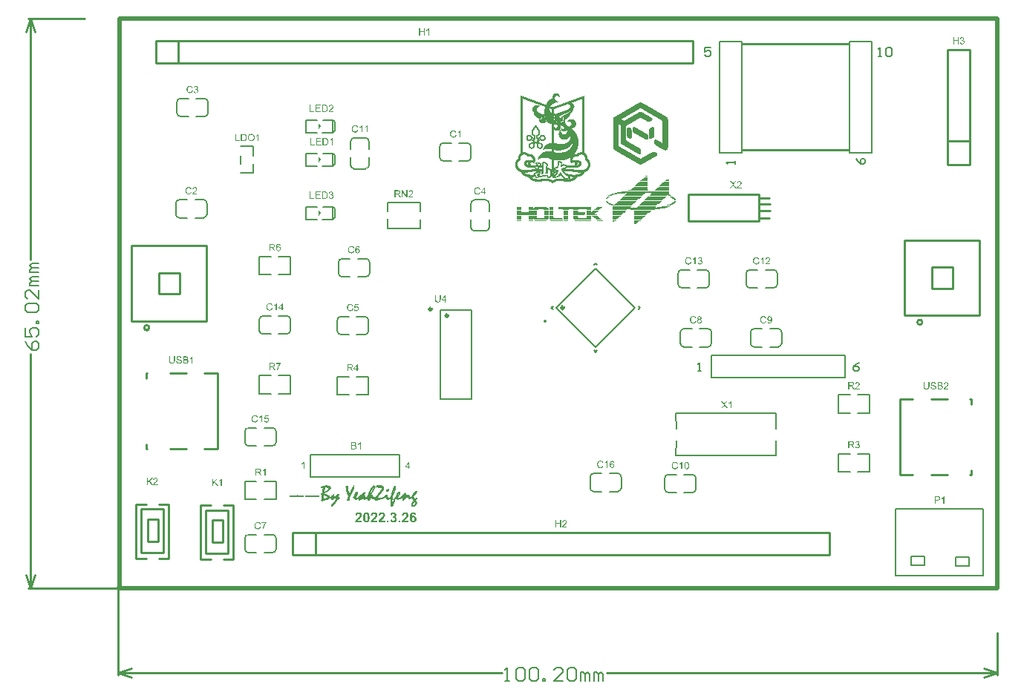
<source format=gto>
G04*
G04 #@! TF.GenerationSoftware,Altium Limited,Altium Designer,20.0.13 (296)*
G04*
G04 Layer_Color=65535*
%FSLAX24Y24*%
%MOIN*%
G70*
G01*
G75*
%ADD10C,0.0100*%
%ADD11C,0.0118*%
%ADD12C,0.0079*%
%ADD13C,0.0059*%
%ADD14C,0.0005*%
%ADD15C,0.0007*%
%ADD16C,0.0039*%
%ADD17C,0.0060*%
%ADD18C,0.0200*%
G36*
X9055Y20750D02*
X8953Y20608D01*
X8957Y20892D01*
X9055Y20750D01*
D02*
G37*
G36*
Y19250D02*
X8953Y19108D01*
X8957Y19392D01*
X9055Y19250D01*
D02*
G37*
G36*
Y16850D02*
X8953Y16708D01*
X8957Y16992D01*
X9055Y16850D01*
D02*
G37*
G36*
X9343Y4618D02*
X9352Y4615D01*
X9354D01*
X9358Y4614D01*
X9362D01*
X9374Y4612D01*
X9390Y4610D01*
X9395D01*
X9400Y4611D01*
X9403D01*
X9410Y4610D01*
X9419Y4609D01*
X9428Y4605D01*
X9429D01*
X9430Y4604D01*
X9434Y4602D01*
X9440Y4599D01*
X9444Y4594D01*
X9453D01*
X9460Y4593D01*
X9469Y4591D01*
X9479Y4585D01*
X9480D01*
X9481Y4584D01*
X9486Y4580D01*
X9493Y4573D01*
X9500Y4563D01*
Y4562D01*
X9501Y4561D01*
X9504Y4554D01*
X9508Y4545D01*
X9511Y4535D01*
X9512Y4533D01*
X9513Y4528D01*
X9514Y4520D01*
X9515Y4510D01*
Y4509D01*
Y4505D01*
X9514Y4500D01*
Y4493D01*
X9512Y4485D01*
X9510Y4477D01*
X9508Y4467D01*
X9503Y4458D01*
Y4457D01*
X9501Y4453D01*
X9499Y4449D01*
X9494Y4443D01*
X9490Y4437D01*
X9484Y4429D01*
X9476Y4421D01*
X9469Y4413D01*
X9468D01*
X9465Y4410D01*
X9462Y4408D01*
X9459Y4404D01*
X9453Y4401D01*
X9446Y4395D01*
X9445Y4394D01*
X9443Y4393D01*
X9438Y4390D01*
X9431Y4384D01*
X9423Y4379D01*
X9412Y4372D01*
X9400Y4363D01*
X9385Y4353D01*
X9384D01*
X9383Y4351D01*
X9380Y4349D01*
X9376Y4345D01*
X9375Y4344D01*
X9373Y4342D01*
X9368Y4339D01*
X9362Y4334D01*
X9360Y4333D01*
X9355Y4330D01*
X9348Y4325D01*
X9339Y4320D01*
X9327Y4313D01*
X9314Y4305D01*
X9288Y4290D01*
X9287Y4289D01*
X9282Y4287D01*
X9278Y4284D01*
X9271Y4280D01*
X9255Y4271D01*
X9249Y4267D01*
X9243Y4263D01*
X9241Y4262D01*
X9238Y4259D01*
X9233Y4256D01*
X9232Y4254D01*
X9231D01*
Y4253D01*
X9232Y4251D01*
X9233Y4248D01*
X9237Y4243D01*
X9238Y4242D01*
X9241Y4240D01*
X9248Y4237D01*
X9257Y4233D01*
X9258D01*
X9261Y4232D01*
X9265Y4230D01*
X9272Y4228D01*
X9280Y4224D01*
X9289Y4221D01*
X9310Y4213D01*
X9311D01*
X9315Y4211D01*
X9322Y4209D01*
X9330Y4205D01*
X9340Y4202D01*
X9351Y4198D01*
X9375Y4188D01*
X9376D01*
X9378Y4187D01*
X9384Y4183D01*
X9385D01*
X9388Y4181D01*
X9395Y4177D01*
X9398Y4175D01*
X9402Y4174D01*
X9410Y4170D01*
X9419Y4166D01*
X9430Y4160D01*
X9440Y4153D01*
X9450Y4146D01*
X9459Y4137D01*
X9460Y4136D01*
X9462Y4132D01*
X9465Y4128D01*
X9470Y4121D01*
X9474Y4113D01*
X9478Y4103D01*
X9480Y4093D01*
X9481Y4094D01*
X9485Y4099D01*
X9496Y4110D01*
X9511Y4122D01*
X9512Y4123D01*
X9514Y4126D01*
X9519Y4128D01*
X9523Y4132D01*
X9534Y4140D01*
X9539Y4144D01*
X9543Y4149D01*
X9544Y4150D01*
X9548Y4154D01*
X9553Y4160D01*
X9561Y4169D01*
X9562Y4170D01*
X9563Y4171D01*
X9570Y4178D01*
X9579Y4187D01*
X9590Y4199D01*
X9592Y4200D01*
X9596Y4204D01*
X9603Y4209D01*
X9611Y4213D01*
X9613Y4214D01*
X9618Y4217D01*
X9625Y4219D01*
X9633Y4220D01*
X9635D01*
X9642Y4219D01*
X9650Y4217D01*
X9658Y4211D01*
X9659Y4210D01*
X9663Y4204D01*
X9666Y4197D01*
X9668Y4187D01*
Y4186D01*
Y4183D01*
X9666Y4178D01*
X9665Y4171D01*
X9664Y4163D01*
X9662Y4152D01*
X9658Y4140D01*
X9653Y4126D01*
X9652Y4123D01*
X9651Y4119D01*
X9649Y4111D01*
X9646Y4102D01*
X9641Y4083D01*
X9640Y4073D01*
X9639Y4069D01*
X9640Y4069D01*
X9646Y4073D01*
X9653Y4079D01*
X9655Y4080D01*
X9661Y4084D01*
X9669Y4091D01*
X9680Y4099D01*
X9682Y4101D01*
X9688Y4107D01*
X9696Y4116D01*
X9709Y4128D01*
X9710Y4129D01*
X9712Y4131D01*
X9716Y4136D01*
X9721Y4140D01*
X9728Y4147D01*
X9735Y4154D01*
X9753Y4171D01*
X9754Y4172D01*
X9759Y4177D01*
X9765Y4182D01*
X9772Y4189D01*
X9774Y4191D01*
X9780Y4197D01*
X9789Y4207D01*
X9800Y4219D01*
X9801Y4220D01*
X9805Y4224D01*
X9811Y4229D01*
X9820Y4233D01*
X9821D01*
X9822Y4234D01*
X9830Y4237D01*
X9840Y4239D01*
X9852Y4240D01*
X9854D01*
X9861Y4239D01*
X9868Y4238D01*
X9875Y4233D01*
X9876Y4232D01*
X9880Y4229D01*
X9883Y4222D01*
X9884Y4214D01*
Y4213D01*
Y4212D01*
X9883Y4207D01*
Y4204D01*
X9882Y4201D01*
Y4200D01*
X9881Y4199D01*
Y4196D01*
X9880Y4191D01*
X9876Y4179D01*
X9871Y4163D01*
Y4162D01*
X9870Y4160D01*
X9868Y4154D01*
X9866Y4149D01*
X9864Y4142D01*
X9861Y4133D01*
X9855Y4114D01*
Y4113D01*
X9854Y4111D01*
X9852Y4108D01*
X9850Y4103D01*
X9848Y4097D01*
X9844Y4090D01*
X9838Y4072D01*
Y4071D01*
X9836Y4068D01*
X9834Y4063D01*
X9832Y4058D01*
X9826Y4042D01*
X9825Y4037D01*
X9825Y4038D01*
X9830Y4042D01*
X9835Y4048D01*
X9836Y4049D01*
X9839Y4051D01*
X9843Y4054D01*
X9850Y4061D01*
X9859Y4068D01*
X9869Y4077D01*
X9881Y4088D01*
X9895Y4100D01*
X9922Y4043D01*
X9921Y4042D01*
X9918Y4039D01*
X9909Y4030D01*
X9908Y4029D01*
X9905Y4027D01*
X9898Y4020D01*
X9896D01*
X9895Y4018D01*
X9889Y4013D01*
X9879Y4006D01*
X9866Y3997D01*
X9852Y3986D01*
X9836Y3973D01*
X9822Y3960D01*
X9808Y3948D01*
X9806Y3947D01*
X9802Y3942D01*
X9795Y3936D01*
X9788Y3927D01*
X9779Y3917D01*
X9770Y3906D01*
X9761Y3893D01*
X9752Y3881D01*
X9751Y3879D01*
X9748Y3873D01*
X9741Y3863D01*
X9734Y3852D01*
X9726Y3839D01*
X9718Y3824D01*
X9709Y3810D01*
X9700Y3797D01*
X9699Y3796D01*
X9696Y3791D01*
X9692Y3786D01*
X9688Y3778D01*
X9683Y3771D01*
X9679Y3764D01*
X9674Y3758D01*
X9671Y3754D01*
X9670Y3752D01*
X9665Y3747D01*
X9658Y3738D01*
X9650Y3728D01*
X9639Y3716D01*
X9628Y3703D01*
X9616Y3693D01*
X9604Y3683D01*
X9603Y3682D01*
X9599Y3680D01*
X9593Y3677D01*
X9585Y3672D01*
X9575Y3668D01*
X9565Y3664D01*
X9553Y3662D01*
X9542Y3661D01*
X9540D01*
X9534Y3662D01*
X9526Y3664D01*
X9520Y3669D01*
X9519Y3670D01*
X9516Y3674D01*
X9513Y3680D01*
X9512Y3689D01*
Y3690D01*
Y3693D01*
X9513Y3698D01*
X9514Y3703D01*
X9515Y3704D01*
X9516Y3708D01*
X9520Y3713D01*
X9523Y3719D01*
Y3720D01*
X9525Y3721D01*
X9529Y3728D01*
X9535Y3737D01*
X9541Y3748D01*
X9555Y3759D01*
Y3760D01*
Y3761D01*
Y3766D01*
X9556Y3767D01*
X9558Y3769D01*
X9563Y3776D01*
X9564Y3777D01*
X9565Y3778D01*
X9571Y3781D01*
X9572Y3782D01*
X9574Y3788D01*
X9580Y3797D01*
X9584Y3802D01*
X9589Y3809D01*
X9590Y3810D01*
X9591Y3812D01*
X9594Y3817D01*
X9600Y3823D01*
X9605Y3830D01*
X9612Y3839D01*
X9621Y3849D01*
X9630Y3860D01*
X9631Y3861D01*
X9633Y3864D01*
X9638Y3869D01*
X9642Y3874D01*
X9654Y3888D01*
X9666Y3902D01*
X9668Y3903D01*
X9669Y3906D01*
X9675Y3912D01*
X9684Y3921D01*
X9692Y3930D01*
X9693Y3931D01*
Y3933D01*
X9694Y3937D01*
Y3938D01*
X9695Y3940D01*
X9699Y3946D01*
Y3947D01*
X9700Y3948D01*
X9702Y3953D01*
X9706Y3962D01*
X9711Y3973D01*
Y3974D01*
X9712Y3977D01*
X9714Y3980D01*
X9716Y3984D01*
X9719Y3991D01*
X9722Y3998D01*
X9725Y4007D01*
X9730Y4017D01*
Y4018D01*
X9731Y4019D01*
X9732Y4026D01*
X9734Y4034D01*
X9736Y4046D01*
Y4047D01*
X9738Y4049D01*
Y4052D01*
X9739Y4057D01*
X9741Y4068D01*
X9743Y4081D01*
X9741Y4079D01*
X9738Y4076D01*
X9735Y4074D01*
X9731Y4070D01*
X9724Y4064D01*
X9716Y4057D01*
X9715Y4056D01*
X9713Y4053D01*
X9710Y4050D01*
X9706Y4044D01*
X9695Y4033D01*
X9683Y4022D01*
X9682D01*
X9681Y4020D01*
X9673Y4014D01*
X9664Y4008D01*
X9653Y4002D01*
Y4001D01*
X9651Y3999D01*
X9649Y3996D01*
X9645Y3991D01*
X9636Y3981D01*
X9624Y3971D01*
X9623D01*
X9621Y3970D01*
X9618Y3968D01*
X9612Y3967D01*
X9606Y3964D01*
X9599Y3962D01*
X9582Y3961D01*
X9575D01*
X9571Y3962D01*
X9561Y3964D01*
X9551Y3970D01*
X9550Y3972D01*
X9546Y3978D01*
X9542Y3987D01*
X9541Y4000D01*
Y4001D01*
Y4003D01*
Y4009D01*
Y4010D01*
X9542Y4011D01*
X9543Y4017D01*
X9542Y4019D01*
X9541Y4023D01*
X9539Y4030D01*
Y4032D01*
X9540Y4037D01*
X9541Y4042D01*
X9542Y4050D01*
Y4052D01*
Y4056D01*
Y4060D01*
X9541Y4063D01*
X9542Y4064D01*
X9544Y4066D01*
X9545Y4067D01*
X9542D01*
X9541Y4066D01*
Y4064D01*
Y4063D01*
X9539Y4061D01*
X9533Y4058D01*
X9532Y4057D01*
X9530Y4056D01*
X9526Y4053D01*
X9522Y4051D01*
X9516Y4047D01*
X9509Y4042D01*
X9500Y4037D01*
X9499Y4039D01*
X9496Y4043D01*
X9493Y4049D01*
X9490Y4056D01*
Y4057D01*
X9488Y4062D01*
X9485Y4069D01*
X9482Y4078D01*
Y4079D01*
X9481Y4080D01*
D01*
Y4079D01*
X9480Y4073D01*
X9476Y4064D01*
X9471Y4052D01*
X9466Y4046D01*
X9462Y4039D01*
X9455Y4031D01*
X9448Y4024D01*
X9439Y4017D01*
X9428Y4009D01*
X9416Y4001D01*
X9402Y3993D01*
X9401D01*
X9399Y3991D01*
X9394Y3990D01*
X9388Y3987D01*
X9380Y3983D01*
X9370Y3979D01*
X9358Y3974D01*
X9344Y3970D01*
X9329Y3964D01*
X9312Y3959D01*
X9294Y3953D01*
X9273Y3947D01*
X9252Y3941D01*
X9229Y3934D01*
X9203Y3929D01*
X9177Y3922D01*
X9175Y3921D01*
X9174Y3919D01*
X9172Y3914D01*
Y3913D01*
X9170Y3910D01*
X9169Y3906D01*
X9167Y3900D01*
X9165Y3899D01*
X9163Y3896D01*
X9158Y3892D01*
X9152Y3889D01*
X9151Y3888D01*
X9147Y3887D01*
X9141Y3886D01*
X9134Y3884D01*
X9132D01*
X9127Y3886D01*
X9120Y3888D01*
X9113Y3893D01*
X9112Y3894D01*
X9109Y3900D01*
X9105Y3907D01*
X9104Y3912D01*
X9057Y3960D01*
X9058Y3961D01*
X9060Y3962D01*
X9063Y3966D01*
X9068Y3969D01*
X9069Y3970D01*
X9073Y3973D01*
X9080Y3979D01*
X9089Y3986D01*
X9090Y3987D01*
X9093Y3989D01*
X9097Y3992D01*
X9100Y3994D01*
X9101Y3996D01*
X9102Y3997D01*
X9103Y4000D01*
Y4002D01*
Y4003D01*
Y4006D01*
Y4010D01*
Y4014D01*
Y4023D01*
Y4028D01*
Y4030D01*
Y4031D01*
Y4033D01*
Y4037D01*
Y4040D01*
Y4042D01*
Y4048D01*
Y4056D01*
Y4067D01*
X9104Y4078D01*
Y4090D01*
Y4101D01*
X9105Y4112D01*
Y4113D01*
Y4117D01*
X9107Y4121D01*
Y4127D01*
X9109Y4137D01*
X9110Y4141D01*
X9111Y4144D01*
X9110Y4152D01*
X9108Y4155D01*
Y4157D01*
Y4161D01*
Y4166D01*
Y4169D01*
Y4170D01*
Y4171D01*
Y4175D01*
Y4177D01*
Y4179D01*
X9104Y4186D01*
X9102Y4190D01*
X9098Y4194D01*
X9092Y4198D01*
X9084Y4201D01*
X9083D01*
X9081Y4203D01*
X9078Y4205D01*
X9073Y4209D01*
X9069Y4213D01*
X9065Y4220D01*
X9063Y4228D01*
X9062Y4238D01*
Y4240D01*
X9064Y4244D01*
X9069Y4252D01*
X9072Y4256D01*
X9078Y4260D01*
X9079D01*
X9081Y4262D01*
X9083Y4264D01*
X9088Y4267D01*
X9100Y4274D01*
X9114Y4282D01*
Y4283D01*
X9115Y4285D01*
Y4290D01*
X9117Y4295D01*
X9118Y4302D01*
X9119Y4311D01*
X9121Y4330D01*
Y4331D01*
X9122Y4334D01*
X9123Y4340D01*
X9124Y4348D01*
X9125Y4357D01*
X9127Y4367D01*
X9130Y4388D01*
Y4389D01*
X9129Y4390D01*
X9128Y4395D01*
Y4397D01*
Y4399D01*
X9127Y4405D01*
Y4407D01*
Y4409D01*
Y4412D01*
Y4417D01*
X9128Y4427D01*
X9130Y4438D01*
Y4439D01*
X9131Y4440D01*
X9133Y4447D01*
X9137Y4455D01*
X9141Y4464D01*
X9142Y4465D01*
X9144Y4470D01*
X9149Y4475D01*
X9153Y4481D01*
X9154Y4482D01*
X9158Y4487D01*
X9162Y4491D01*
X9168Y4497D01*
X9169Y4498D01*
X9172Y4501D01*
X9177Y4505D01*
X9179Y4509D01*
X9180Y4510D01*
X9181Y4511D01*
X9182Y4513D01*
X9174D01*
X9169Y4512D01*
X9161Y4511D01*
X9152Y4509D01*
X9142Y4505D01*
X9130Y4502D01*
X9129D01*
X9124Y4500D01*
X9119Y4499D01*
X9111Y4497D01*
X9094Y4493D01*
X9087Y4491D01*
X9073D01*
X9069Y4492D01*
X9063Y4494D01*
X9062Y4495D01*
X9061Y4498D01*
X9059Y4501D01*
X9058Y4507D01*
Y4509D01*
Y4513D01*
Y4519D01*
X9059Y4525D01*
Y4527D01*
X9060Y4530D01*
X9062Y4539D01*
X9063Y4540D01*
X9067Y4542D01*
X9071Y4545D01*
X9074Y4549D01*
X9075Y4550D01*
X9077Y4551D01*
X9078Y4554D01*
Y4557D01*
Y4558D01*
X9079Y4561D01*
X9081Y4564D01*
X9085Y4569D01*
X9087Y4570D01*
X9091Y4572D01*
X9097Y4574D01*
X9104Y4577D01*
X9107Y4578D01*
X9112Y4579D01*
X9120Y4581D01*
X9130Y4584D01*
X9151Y4591D01*
X9162Y4594D01*
X9171Y4597D01*
X9172D01*
X9174Y4598D01*
X9179Y4599D01*
X9183Y4600D01*
X9193Y4603D01*
X9197Y4604D01*
X9200Y4605D01*
X9201D01*
X9204Y4607D01*
X9209Y4608D01*
X9215Y4609D01*
X9223Y4610D01*
X9231Y4612D01*
X9250Y4614D01*
X9251D01*
X9254Y4615D01*
X9259D01*
X9265Y4617D01*
X9280Y4618D01*
X9301D01*
X9304Y4617D01*
X9308D01*
X9311Y4615D01*
X9313D01*
X9314Y4617D01*
X9320Y4618D01*
X9328Y4619D01*
X9338D01*
X9343Y4618D01*
D02*
G37*
G36*
X12104Y4470D02*
X12112Y4468D01*
X12120Y4463D01*
X12121Y4462D01*
X12124Y4458D01*
X12127Y4451D01*
X12128Y4442D01*
Y4441D01*
Y4440D01*
X12126Y4434D01*
X12125Y4427D01*
X12123Y4419D01*
Y4418D01*
X12122Y4417D01*
X12121Y4409D01*
X12117Y4400D01*
X12114Y4390D01*
Y4388D01*
X12112Y4383D01*
X12111Y4378D01*
X12108Y4374D01*
X12107Y4372D01*
X12105Y4367D01*
X12101Y4360D01*
X12095Y4352D01*
X12094Y4351D01*
X12090Y4347D01*
X12083Y4342D01*
X12075Y4337D01*
X12073Y4335D01*
X12068Y4332D01*
X12062Y4329D01*
X12055Y4325D01*
X12054D01*
X12050Y4324D01*
X12045Y4323D01*
X12040Y4322D01*
X12038D01*
X12035Y4323D01*
X12024D01*
X12021Y4324D01*
X12010D01*
X12007Y4325D01*
X12004Y4329D01*
X11998Y4335D01*
X11994Y4343D01*
Y4344D01*
X11993Y4345D01*
X11992Y4352D01*
X11991Y4361D01*
X11990Y4373D01*
Y4374D01*
Y4377D01*
X11991Y4380D01*
X11992Y4384D01*
X11994Y4391D01*
X11997Y4398D01*
X12002Y4405D01*
X12008Y4414D01*
X12010Y4415D01*
X12012Y4418D01*
X12015Y4422D01*
X12020Y4427D01*
X12030Y4435D01*
X12035Y4439D01*
X12041Y4440D01*
X12042Y4441D01*
X12045Y4444D01*
X12051Y4451D01*
X12058Y4460D01*
X12060Y4461D01*
X12063Y4463D01*
X12067Y4465D01*
X12074Y4468D01*
X12076Y4469D01*
X12081Y4470D01*
X12087Y4471D01*
X12097D01*
X12104Y4470D01*
D02*
G37*
G36*
X10556Y4624D02*
X10563Y4621D01*
X10570Y4615D01*
X10571Y4613D01*
X10574Y4609D01*
X10576Y4601D01*
X10577Y4590D01*
Y4589D01*
Y4585D01*
Y4581D01*
Y4575D01*
X10576Y4561D01*
X10574Y4544D01*
Y4543D01*
Y4541D01*
X10573Y4537D01*
X10572Y4531D01*
X10570Y4518D01*
X10566Y4503D01*
Y4502D01*
X10565Y4500D01*
X10564Y4495D01*
X10562Y4491D01*
X10557Y4479D01*
X10553Y4464D01*
Y4463D01*
X10552Y4461D01*
X10551Y4458D01*
X10550Y4452D01*
X10545Y4439D01*
X10540Y4423D01*
X10539Y4422D01*
X10536Y4419D01*
X10533Y4415D01*
X10532Y4413D01*
Y4412D01*
X10531Y4408D01*
Y4402D01*
X10530Y4395D01*
Y4394D01*
X10529Y4391D01*
X10526Y4388D01*
X10523Y4383D01*
X10522Y4382D01*
X10521Y4381D01*
X10516Y4377D01*
Y4375D01*
Y4374D01*
X10515Y4371D01*
X10514Y4367D01*
Y4365D01*
X10513Y4363D01*
X10511Y4358D01*
X10507Y4352D01*
Y4351D01*
X10505Y4348D01*
X10503Y4342D01*
X10499Y4335D01*
X10494Y4327D01*
X10489Y4317D01*
X10482Y4305D01*
X10474Y4293D01*
X10473Y4292D01*
X10471Y4288D01*
X10466Y4281D01*
X10461Y4271D01*
X10453Y4260D01*
X10445Y4248D01*
X10436Y4234D01*
X10426Y4219D01*
Y4217D01*
Y4213D01*
Y4207D01*
X10397Y4144D01*
Y4143D01*
X10395Y4140D01*
X10393Y4134D01*
X10390Y4128D01*
X10386Y4120D01*
X10383Y4110D01*
X10375Y4090D01*
Y4089D01*
X10374Y4086D01*
X10372Y4080D01*
X10370Y4073D01*
X10368Y4066D01*
X10365Y4057D01*
X10361Y4038D01*
Y4037D01*
X10359Y4032D01*
X10358Y4026D01*
X10355Y4017D01*
Y4014D01*
Y4011D01*
X10354Y4007D01*
Y4003D01*
X10355Y4001D01*
X10356Y3998D01*
X10360Y3991D01*
X10361Y3990D01*
X10363Y3986D01*
X10365Y3981D01*
X10366Y3977D01*
Y3976D01*
Y3974D01*
X10365Y3971D01*
X10362Y3967D01*
X10359Y3961D01*
X10353Y3956D01*
X10345Y3949D01*
X10334Y3942D01*
X10333Y3941D01*
X10330Y3940D01*
X10324Y3937D01*
X10318Y3933D01*
X10304Y3928D01*
X10298Y3926D01*
X10292D01*
X10290Y3927D01*
X10284D01*
X10279Y3928D01*
X10278D01*
X10274Y3929D01*
X10269D01*
X10263Y3930D01*
X10261Y3931D01*
X10256Y3932D01*
X10250Y3936D01*
X10243Y3939D01*
X10242Y3940D01*
X10240Y3943D01*
X10236Y3948D01*
X10235Y3956D01*
Y3957D01*
Y3961D01*
X10236Y3968D01*
X10239Y3979D01*
Y3980D01*
X10240Y3982D01*
X10241Y3986D01*
X10242Y3990D01*
X10245Y4002D01*
X10249Y4014D01*
Y4016D01*
X10250Y4018D01*
X10251Y4021D01*
X10253Y4026D01*
X10259Y4037D01*
X10265Y4046D01*
X10264Y4047D01*
Y4048D01*
X10263Y4049D01*
X10262Y4056D01*
Y4057D01*
Y4058D01*
X10264Y4063D01*
X10265Y4071D01*
X10269Y4080D01*
Y4081D01*
X10270Y4082D01*
X10272Y4088D01*
X10275Y4098D01*
X10281Y4109D01*
X10282Y4110D01*
X10283Y4114D01*
X10286Y4120D01*
X10289Y4128D01*
Y4129D01*
X10290Y4130D01*
X10292Y4136D01*
X10294Y4142D01*
X10298Y4150D01*
X10296D01*
X10295Y4152D01*
X10289Y4158D01*
X10280Y4166D01*
X10271Y4177D01*
Y4178D01*
X10269Y4180D01*
X10268Y4183D01*
X10265Y4188D01*
X10260Y4198D01*
X10255Y4211D01*
Y4212D01*
X10254Y4214D01*
X10251Y4220D01*
X10246Y4229D01*
Y4230D01*
X10245Y4231D01*
X10242Y4239D01*
X10238Y4249D01*
X10232Y4261D01*
X10196Y4383D01*
Y4384D01*
Y4385D01*
X10195Y4392D01*
X10194Y4403D01*
X10192Y4417D01*
Y4418D01*
Y4420D01*
X10191Y4424D01*
X10190Y4430D01*
X10189Y4437D01*
X10188Y4444D01*
X10184Y4463D01*
X10189Y4472D01*
X10181Y4481D01*
Y4482D01*
Y4484D01*
X10180Y4492D01*
Y4493D01*
Y4497D01*
X10179Y4502D01*
X10178Y4510D01*
Y4511D01*
Y4515D01*
X10176Y4521D01*
Y4527D01*
Y4528D01*
Y4531D01*
Y4540D01*
Y4541D01*
Y4543D01*
Y4547D01*
X10178Y4551D01*
X10179Y4561D01*
X10182Y4571D01*
Y4572D01*
X10183Y4573D01*
X10188Y4578D01*
X10194Y4583D01*
X10205Y4588D01*
X10224D01*
X10225Y4589D01*
X10228Y4590D01*
X10232Y4591D01*
X10238Y4594D01*
X10244Y4598D01*
X10254Y4603D01*
X10261D01*
X10265Y4602D01*
X10275Y4599D01*
X10284Y4593D01*
X10286Y4592D01*
X10290Y4587D01*
X10295Y4579D01*
X10299Y4569D01*
Y4568D01*
X10300Y4563D01*
X10301Y4557D01*
Y4548D01*
Y4547D01*
Y4545D01*
X10302Y4539D01*
Y4530D01*
Y4520D01*
Y4519D01*
Y4514D01*
X10301Y4505D01*
X10300Y4494D01*
Y4493D01*
Y4492D01*
Y4485D01*
X10299Y4477D01*
Y4470D01*
Y4468D01*
Y4462D01*
X10300Y4460D01*
X10301Y4454D01*
Y4453D01*
Y4452D01*
Y4449D01*
Y4444D01*
X10302Y4432D01*
X10303Y4417D01*
Y4415D01*
X10304Y4413D01*
Y4409D01*
X10305Y4402D01*
X10306Y4394D01*
X10309Y4387D01*
X10310Y4377D01*
X10312Y4365D01*
Y4364D01*
X10313Y4362D01*
Y4359D01*
X10314Y4353D01*
X10315Y4348D01*
X10318Y4340D01*
X10321Y4323D01*
Y4322D01*
X10322Y4319D01*
X10323Y4314D01*
X10324Y4307D01*
X10326Y4299D01*
X10329Y4289D01*
X10331Y4279D01*
X10333Y4267D01*
X10334Y4265D01*
X10335Y4264D01*
X10338Y4261D01*
X10341Y4257D01*
X10342Y4256D01*
X10343Y4252D01*
X10344Y4250D01*
Y4253D01*
X10346Y4258D01*
X10349Y4263D01*
Y4264D01*
X10351Y4267D01*
X10353Y4271D01*
X10355Y4278D01*
X10360Y4287D01*
X10364Y4297D01*
X10371Y4310D01*
X10378Y4325D01*
X10379Y4327D01*
X10380Y4330D01*
X10382Y4334D01*
X10384Y4340D01*
X10385Y4341D01*
X10388Y4347D01*
X10391Y4353D01*
X10394Y4362D01*
Y4363D01*
X10395Y4365D01*
X10399Y4371D01*
X10400Y4372D01*
X10401Y4374D01*
X10405Y4380D01*
Y4381D01*
X10406Y4385D01*
X10409Y4392D01*
X10412Y4401D01*
Y4402D01*
X10413Y4403D01*
X10415Y4411D01*
X10419Y4420D01*
X10423Y4430D01*
X10424Y4432D01*
X10428Y4438D01*
X10432Y4447D01*
X10438Y4458D01*
Y4459D01*
X10439Y4461D01*
X10441Y4464D01*
X10443Y4469D01*
X10449Y4480D01*
X10454Y4493D01*
Y4494D01*
X10455Y4495D01*
X10458Y4499D01*
X10460Y4502D01*
X10463Y4509D01*
X10467Y4515D01*
X10473Y4525D01*
X10474Y4527D01*
X10476Y4531D01*
X10481Y4538D01*
X10486Y4547D01*
X10493Y4559D01*
X10502Y4573D01*
X10512Y4589D01*
X10523Y4608D01*
X10524Y4609D01*
X10526Y4612D01*
X10533Y4620D01*
X10534Y4621D01*
X10537Y4623D01*
X10542Y4624D01*
X10547Y4625D01*
X10550D01*
X10556Y4624D01*
D02*
G37*
G36*
X8740Y4179D02*
X8752Y4178D01*
X8763D01*
X8773Y4177D01*
X8858D01*
X8871Y4178D01*
X8943D01*
X8949Y4179D01*
X8971D01*
X8978Y4175D01*
X8979Y4174D01*
X8983Y4172D01*
X8987Y4168D01*
X8991Y4162D01*
Y4161D01*
X8992Y4160D01*
X8994Y4158D01*
X8995Y4157D01*
X8997Y4155D01*
X8998Y4152D01*
Y4147D01*
X8995Y4139D01*
Y4138D01*
Y4137D01*
X8997Y4133D01*
X8998Y4131D01*
Y4127D01*
Y4126D01*
X8997Y4122D01*
X8995Y4118D01*
X8993Y4114D01*
X8991Y4112D01*
X8989Y4110D01*
X8988Y4109D01*
X8985Y4106D01*
X8982Y4101D01*
X8977Y4098D01*
X8975D01*
X8971Y4097D01*
X8965Y4096D01*
X8959Y4094D01*
X8945D01*
X8943Y4096D01*
X8932D01*
X8928Y4097D01*
X8910D01*
X8905Y4098D01*
X8865D01*
X8851Y4099D01*
X8843D01*
X8839Y4100D01*
X8825D01*
X8810Y4101D01*
X8735D01*
X8728Y4102D01*
X8727D01*
X8722Y4103D01*
X8715Y4104D01*
X8702D01*
X8694Y4103D01*
X8684Y4102D01*
X8677D01*
X8668Y4101D01*
X8622D01*
X8602Y4100D01*
X8548D01*
X8541Y4099D01*
X8533Y4098D01*
X8531D01*
X8527Y4097D01*
X8520Y4096D01*
X8499D01*
X8485Y4097D01*
X8472Y4098D01*
X8470D01*
X8463Y4099D01*
X8453Y4100D01*
X8434D01*
X8428Y4099D01*
X8413Y4098D01*
X8400Y4097D01*
X8398D01*
X8391Y4096D01*
X8384D01*
X8379Y4094D01*
X8367D01*
X8360Y4098D01*
X8359Y4099D01*
X8357Y4102D01*
X8354Y4108D01*
X8353Y4116D01*
Y4117D01*
Y4120D01*
X8354Y4124D01*
X8355Y4130D01*
X8357Y4131D01*
X8358Y4134D01*
X8363Y4143D01*
Y4144D01*
Y4146D01*
X8364Y4148D01*
Y4149D01*
X8365Y4151D01*
X8367Y4153D01*
X8368Y4155D01*
X8369Y4157D01*
X8371Y4159D01*
X8374Y4162D01*
X8377Y4163D01*
X8378D01*
X8379Y4164D01*
X8380D01*
X8381Y4166D01*
X8382Y4167D01*
X8387Y4169D01*
X8393Y4173D01*
X8402Y4179D01*
X8414D01*
X8424Y4178D01*
X8472D01*
X8478Y4177D01*
X8509D01*
X8522Y4178D01*
X8527D01*
X8532Y4177D01*
X8538Y4175D01*
X8539D01*
X8543Y4174D01*
X8548Y4173D01*
X8572D01*
X8583Y4174D01*
X8585D01*
X8589Y4175D01*
X8593D01*
X8603Y4177D01*
X8695D01*
X8701Y4178D01*
X8702D01*
X8707Y4179D01*
X8712Y4180D01*
X8729D01*
X8740Y4179D01*
D02*
G37*
G36*
X8037D02*
X8049Y4178D01*
X8060D01*
X8070Y4177D01*
X8154D01*
X8168Y4178D01*
X8240D01*
X8245Y4179D01*
X8268D01*
X8274Y4175D01*
X8275Y4174D01*
X8280Y4172D01*
X8283Y4168D01*
X8288Y4162D01*
Y4161D01*
X8289Y4160D01*
X8291Y4158D01*
X8292Y4157D01*
X8293Y4155D01*
X8294Y4152D01*
Y4147D01*
X8292Y4139D01*
Y4138D01*
Y4137D01*
X8293Y4133D01*
X8294Y4131D01*
Y4127D01*
Y4126D01*
X8293Y4122D01*
X8292Y4118D01*
X8290Y4114D01*
X8288Y4112D01*
X8285Y4110D01*
X8284Y4109D01*
X8282Y4106D01*
X8279Y4101D01*
X8273Y4098D01*
X8272D01*
X8268Y4097D01*
X8262Y4096D01*
X8255Y4094D01*
X8242D01*
X8240Y4096D01*
X8229D01*
X8224Y4097D01*
X8207D01*
X8202Y4098D01*
X8162D01*
X8148Y4099D01*
X8140D01*
X8136Y4100D01*
X8122D01*
X8107Y4101D01*
X8032D01*
X8024Y4102D01*
X8023D01*
X8019Y4103D01*
X8012Y4104D01*
X7999D01*
X7991Y4103D01*
X7981Y4102D01*
X7973D01*
X7964Y4101D01*
X7919D01*
X7899Y4100D01*
X7844D01*
X7838Y4099D01*
X7830Y4098D01*
X7828D01*
X7823Y4097D01*
X7817Y4096D01*
X7796D01*
X7782Y4097D01*
X7769Y4098D01*
X7767D01*
X7760Y4099D01*
X7750Y4100D01*
X7731D01*
X7724Y4099D01*
X7710Y4098D01*
X7697Y4097D01*
X7694D01*
X7688Y4096D01*
X7681D01*
X7676Y4094D01*
X7663D01*
X7657Y4098D01*
X7656Y4099D01*
X7653Y4102D01*
X7651Y4108D01*
X7650Y4116D01*
Y4117D01*
Y4120D01*
X7651Y4124D01*
X7652Y4130D01*
X7653Y4131D01*
X7654Y4134D01*
X7660Y4143D01*
Y4144D01*
Y4146D01*
X7661Y4148D01*
Y4149D01*
X7662Y4151D01*
X7663Y4153D01*
X7664Y4155D01*
X7666Y4157D01*
X7668Y4159D01*
X7671Y4162D01*
X7673Y4163D01*
X7674D01*
X7676Y4164D01*
X7677D01*
X7678Y4166D01*
X7679Y4167D01*
X7683Y4169D01*
X7690Y4173D01*
X7699Y4179D01*
X7711D01*
X7721Y4178D01*
X7769D01*
X7774Y4177D01*
X7806D01*
X7819Y4178D01*
X7823D01*
X7829Y4177D01*
X7834Y4175D01*
X7836D01*
X7840Y4174D01*
X7844Y4173D01*
X7869D01*
X7880Y4174D01*
X7882D01*
X7886Y4175D01*
X7890D01*
X7900Y4177D01*
X7992D01*
X7998Y4178D01*
X7999D01*
X8003Y4179D01*
X8009Y4180D01*
X8026D01*
X8037Y4179D01*
D02*
G37*
G36*
X11640Y4640D02*
X11642D01*
X11646Y4639D01*
X11653Y4638D01*
X11661Y4637D01*
X11665Y4633D01*
X11666D01*
X11668Y4634D01*
X11672Y4635D01*
X11676Y4637D01*
X11677D01*
X11681Y4638D01*
X11688Y4639D01*
X11690D01*
X11694Y4638D01*
X11700Y4637D01*
X11706Y4635D01*
X11715Y4633D01*
X11725Y4632D01*
X11746Y4628D01*
X11752D01*
X11757Y4627D01*
X11765Y4625D01*
X11767D01*
X11773Y4624D01*
X11783Y4623D01*
X11795Y4621D01*
X11796Y4620D01*
X11800Y4618D01*
X11805Y4615D01*
X11812Y4611D01*
X11814Y4610D01*
X11818Y4608D01*
X11826Y4605D01*
X11835Y4601D01*
X11836D01*
X11838Y4600D01*
X11842Y4599D01*
X11847Y4597D01*
X11858Y4590D01*
X11870Y4581D01*
X11871D01*
X11872Y4579D01*
X11878Y4573D01*
X11886Y4564D01*
X11893Y4553D01*
Y4552D01*
X11894Y4551D01*
X11897Y4545D01*
X11902Y4537D01*
X11905Y4528D01*
X11906Y4525D01*
X11907Y4520D01*
X11908Y4513D01*
X11910Y4504D01*
Y4503D01*
Y4501D01*
Y4499D01*
Y4494D01*
X11907Y4484D01*
X11905Y4473D01*
Y4472D01*
X11904Y4471D01*
X11902Y4464D01*
X11898Y4457D01*
X11893Y4448D01*
X11887Y4432D01*
Y4431D01*
X11886Y4429D01*
X11885Y4424D01*
X11882Y4419D01*
X11881Y4418D01*
X11880Y4414D01*
X11876Y4410D01*
X11873Y4404D01*
X11872Y4402D01*
X11868Y4398D01*
X11863Y4391D01*
X11856Y4383D01*
X11855Y4382D01*
X11854Y4379D01*
X11851Y4374D01*
X11846Y4369D01*
X11845Y4368D01*
X11842Y4363D01*
X11836Y4358D01*
X11828Y4351D01*
X11827D01*
X11825Y4349D01*
X11824Y4348D01*
X11823Y4343D01*
X11822Y4341D01*
X11818Y4335D01*
X11813Y4327D01*
X11805Y4317D01*
Y4315D01*
X11803Y4314D01*
X11801Y4311D01*
X11798Y4307D01*
X11791Y4295D01*
X11780Y4282D01*
X11778Y4281D01*
X11776Y4278D01*
X11772Y4273D01*
X11767Y4268D01*
X11756Y4256D01*
X11745Y4242D01*
Y4241D01*
X11743Y4240D01*
X11738Y4234D01*
X11733Y4228D01*
X11728Y4221D01*
X11727Y4220D01*
X11725Y4218D01*
X11721Y4214D01*
X11716Y4210D01*
X11715Y4209D01*
X11713Y4207D01*
X11705Y4200D01*
X11701Y4188D01*
X11700Y4187D01*
X11697Y4181D01*
X11692Y4173D01*
X11683Y4161D01*
X11682Y4160D01*
X11681Y4158D01*
X11677Y4153D01*
X11673Y4149D01*
X11667Y4141D01*
X11660Y4133D01*
X11652Y4123D01*
X11643Y4112D01*
X11642Y4111D01*
X11638Y4108D01*
X11635Y4102D01*
X11630Y4097D01*
X11617Y4082D01*
X11612Y4074D01*
X11607Y4068D01*
Y4067D01*
X11605Y4066D01*
X11602Y4059D01*
X11600Y4055D01*
X11608Y4057D01*
X11610D01*
X11613Y4056D01*
X11617Y4054D01*
X11636D01*
X11646Y4056D01*
X11661Y4051D01*
X11663Y4052D01*
X11667Y4053D01*
X11675Y4054D01*
X11683Y4056D01*
X11685D01*
X11690Y4057D01*
X11695Y4058D01*
X11716D01*
X11730Y4059D01*
X11744Y4061D01*
X11745D01*
X11747Y4062D01*
X11752D01*
X11756Y4063D01*
X11768Y4067D01*
X11782Y4071D01*
X11784D01*
X11788Y4072D01*
X11795Y4073D01*
X11804Y4074D01*
X11805D01*
X11806Y4076D01*
X11813Y4077D01*
X11824Y4080D01*
X11837Y4083D01*
X11838D01*
X11841Y4084D01*
X11847Y4087D01*
X11848D01*
X11851Y4088D01*
X11855Y4090D01*
X11860Y4091D01*
X11861D01*
X11865Y4092D01*
X11870Y4093D01*
X11874Y4094D01*
X11875D01*
X11880Y4096D01*
X11885Y4098D01*
X11894Y4100D01*
X11894Y4101D01*
X11895Y4102D01*
X11896Y4104D01*
X11900Y4109D01*
X11905Y4114D01*
X11911Y4121D01*
X11918Y4130D01*
X11927Y4139D01*
X11938Y4149D01*
X11940Y4150D01*
X11944Y4153D01*
X11950Y4159D01*
X11956Y4164D01*
X11971Y4179D01*
X11977Y4187D01*
X11983Y4193D01*
X11984Y4194D01*
X11986Y4199D01*
X11991Y4202D01*
X11996Y4207D01*
X11997Y4208D01*
X12002Y4210D01*
X12007Y4211D01*
X12014Y4212D01*
X12021D01*
X12026Y4211D01*
X12037Y4208D01*
X12048Y4201D01*
X12050D01*
X12051Y4199D01*
X12056Y4193D01*
X12063Y4184D01*
X12067Y4172D01*
Y4171D01*
Y4170D01*
X12068Y4163D01*
X12071Y4154D01*
X12073Y4142D01*
Y4141D01*
X12074Y4140D01*
X12075Y4132D01*
X12076Y4122D01*
X12077Y4112D01*
X12078Y4110D01*
X12080Y4104D01*
X12082Y4096D01*
X12085Y4083D01*
Y4082D01*
X12086Y4081D01*
X12087Y4074D01*
X12090Y4068D01*
X12091Y4066D01*
X12092Y4064D01*
X12093Y4062D01*
X12095Y4060D01*
X12106D01*
X12111Y4061D01*
X12115Y4062D01*
X12116D01*
X12120Y4064D01*
X12124Y4067D01*
X12130Y4070D01*
X12131Y4071D01*
X12135Y4074D01*
X12141Y4079D01*
X12146Y4083D01*
X12147Y4084D01*
X12153Y4088D01*
X12161Y4093D01*
X12169Y4098D01*
X12170Y4099D01*
X12172Y4102D01*
Y4103D01*
X12174Y4106D01*
X12176Y4109D01*
X12180Y4113D01*
Y4114D01*
X12181Y4116D01*
X12184Y4121D01*
X12190Y4129D01*
X12195Y4138D01*
Y4139D01*
X12196Y4140D01*
X12200Y4146D01*
X12203Y4152D01*
X12206Y4158D01*
X12207Y4160D01*
X12210Y4164D01*
X12213Y4172D01*
X12216Y4181D01*
Y4182D01*
X12217Y4183D01*
X12218Y4190D01*
X12221Y4199D01*
X12223Y4210D01*
Y4211D01*
Y4213D01*
X12224Y4217D01*
X12225Y4221D01*
X12226Y4228D01*
X12227Y4234D01*
X12231Y4252D01*
X12235Y4273D01*
X12241Y4298D01*
X12247Y4324D01*
X12255Y4353D01*
Y4354D01*
X12256Y4357D01*
X12257Y4361D01*
X12260Y4367D01*
X12262Y4374D01*
X12265Y4382D01*
X12268Y4392D01*
X12272Y4403D01*
X12281Y4427D01*
X12291Y4454D01*
X12303Y4484D01*
X12315Y4515D01*
X12316Y4518D01*
X12317Y4522D01*
X12321Y4529D01*
X12324Y4537D01*
X12334Y4554D01*
X12341Y4563D01*
X12346Y4571D01*
X12347Y4572D01*
X12350Y4574D01*
X12353Y4577D01*
X12357Y4581D01*
X12370Y4587D01*
X12376Y4589D01*
X12384Y4590D01*
X12386D01*
X12393Y4589D01*
X12402Y4587D01*
X12410Y4582D01*
X12412Y4581D01*
X12415Y4578D01*
X12421Y4571D01*
X12424Y4562D01*
Y4561D01*
X12425Y4558D01*
Y4552D01*
Y4544D01*
Y4542D01*
X12426Y4537D01*
Y4529D01*
Y4519D01*
Y4517D01*
Y4514D01*
X12425Y4509D01*
X12424Y4500D01*
X12423Y4488D01*
X12422Y4480D01*
X12421Y4471D01*
X12420Y4460D01*
X12418Y4449D01*
Y4448D01*
X12417Y4443D01*
X12415Y4437D01*
X12413Y4428D01*
X12411Y4417D01*
X12406Y4403D01*
X12403Y4388D01*
X12397Y4371D01*
X12396Y4369D01*
X12395Y4363D01*
X12392Y4353D01*
X12388Y4340D01*
X12383Y4323D01*
X12377Y4304D01*
X12371Y4283D01*
X12363Y4260D01*
X12362Y4259D01*
X12360Y4254D01*
X12356Y4247D01*
X12352Y4238D01*
X12351Y4236D01*
X12348Y4229D01*
X12343Y4220D01*
X12337Y4207D01*
X12336Y4204D01*
X12335Y4202D01*
X12334Y4199D01*
Y4198D01*
X12333Y4196D01*
X12332Y4190D01*
X12328Y4184D01*
Y4183D01*
X12326Y4181D01*
X12324Y4178D01*
X12322Y4173D01*
X12321Y4172D01*
X12320Y4169D01*
X12316Y4163D01*
X12313Y4156D01*
Y4154D01*
X12312Y4151D01*
X12310Y4146D01*
X12308Y4139D01*
X12306Y4129D01*
X12303Y4118D01*
X12301Y4106D01*
X12297Y4091D01*
Y4089D01*
X12296Y4084D01*
X12295Y4076D01*
X12293Y4064D01*
X12291Y4051D01*
X12288Y4034D01*
X12285Y4016D01*
X12283Y3996D01*
Y3993D01*
X12282Y3987D01*
X12281Y3978D01*
X12280Y3966D01*
X12277Y3952D01*
X12276Y3938D01*
X12274Y3922D01*
X12273Y3908D01*
Y3906D01*
Y3901D01*
X12272Y3893D01*
Y3884D01*
X12271Y3873D01*
Y3860D01*
X12270Y3834D01*
Y3833D01*
X12271Y3830D01*
Y3824D01*
X12272Y3816D01*
Y3814D01*
Y3813D01*
X12273Y3808D01*
Y3802D01*
X12273Y3801D01*
X12275Y3804D01*
X12277Y3811D01*
X12282Y3820D01*
X12283Y3821D01*
X12284Y3824D01*
X12287Y3831D01*
X12291Y3840D01*
X12295Y3851D01*
X12302Y3866D01*
X12308Y3882D01*
X12316Y3901D01*
X12314Y3911D01*
X12315Y3912D01*
X12316Y3916D01*
X12318Y3920D01*
X12321Y3924D01*
X12322Y3926D01*
X12323Y3929D01*
X12324Y3933D01*
X12326Y3940D01*
X12327Y3942D01*
X12328Y3947D01*
X12331Y3953D01*
X12333Y3962D01*
X12338Y3981D01*
X12342Y3991D01*
X12344Y3999D01*
Y4000D01*
X12345Y4002D01*
X12347Y4009D01*
X12350Y4017D01*
Y4020D01*
X12351Y4022D01*
Y4023D01*
X12352Y4026D01*
X12353Y4029D01*
X12355Y4034D01*
X12361Y4046D01*
X12368Y4059D01*
X12370Y4060D01*
X12371Y4062D01*
X12373Y4066D01*
X12377Y4071D01*
X12382Y4078D01*
X12387Y4084D01*
X12395Y4092D01*
X12403Y4100D01*
X12404Y4099D01*
X12407Y4106D01*
X12414Y4114D01*
X12416Y4117D01*
X12421Y4121D01*
X12427Y4128D01*
X12435Y4136D01*
Y4137D01*
X12436Y4140D01*
Y4144D01*
X12437Y4150D01*
Y4152D01*
X12438Y4157D01*
Y4162D01*
X12440Y4169D01*
Y4170D01*
X12441Y4174D01*
X12442Y4179D01*
X12444Y4186D01*
X12445Y4188D01*
X12446Y4192D01*
X12448Y4199D01*
X12452Y4207D01*
X12453Y4208D01*
X12454Y4212D01*
X12458Y4220D01*
X12463Y4231D01*
Y4232D01*
X12464Y4234D01*
X12466Y4238D01*
X12468Y4242D01*
X12475Y4254D01*
X12483Y4269D01*
X12485Y4271D01*
X12490Y4277D01*
X12496Y4284D01*
X12504Y4293D01*
Y4294D01*
X12506Y4295D01*
X12511Y4302D01*
X12518Y4310D01*
X12526Y4320D01*
X12527Y4321D01*
X12531Y4322D01*
X12538Y4328D01*
X12540Y4329D01*
X12543Y4331D01*
X12547Y4334D01*
X12552Y4338D01*
X12553Y4339D01*
X12556Y4340D01*
X12562Y4341D01*
X12567Y4342D01*
X12568D01*
X12573Y4343D01*
X12578Y4344D01*
X12593D01*
X12601Y4343D01*
X12608Y4341D01*
X12611Y4340D01*
X12614Y4339D01*
X12620Y4335D01*
X12624Y4330D01*
X12625Y4329D01*
X12626Y4327D01*
X12629Y4322D01*
X12632Y4317D01*
X12633Y4315D01*
X12634Y4311D01*
X12636Y4304D01*
X12638Y4295D01*
Y4294D01*
X12637Y4291D01*
X12635Y4289D01*
X12633Y4287D01*
X12628Y4285D01*
X12623Y4284D01*
Y4283D01*
Y4282D01*
X12624Y4275D01*
X12626Y4269D01*
X12628Y4267D01*
X12631Y4266D01*
X12632D01*
X12635Y4264D01*
X12636Y4260D01*
Y4257D01*
X12635Y4252D01*
X12631Y4238D01*
Y4237D01*
X12629Y4233D01*
X12627Y4228D01*
X12624Y4221D01*
X12621Y4213D01*
X12615Y4203D01*
X12608Y4193D01*
X12600Y4182D01*
X12598Y4181D01*
X12595Y4177D01*
X12590Y4171D01*
X12583Y4162D01*
X12574Y4152D01*
X12563Y4140D01*
X12551Y4127D01*
X12536Y4112D01*
X12535Y4111D01*
X12533Y4107D01*
Y4106D01*
X12532Y4101D01*
Y4100D01*
Y4096D01*
X12533Y4091D01*
X12534Y4087D01*
Y4086D01*
X12535Y4084D01*
X12540Y4080D01*
X12541D01*
X12543Y4078D01*
X12546Y4077D01*
X12551Y4074D01*
X12552D01*
X12555Y4073D01*
X12561Y4072D01*
X12567Y4070D01*
X12570D01*
X12576Y4071D01*
X12585Y4073D01*
X12595Y4076D01*
X12596D01*
X12597Y4077D01*
X12604Y4079D01*
X12612Y4082D01*
X12621Y4087D01*
X12622D01*
X12623Y4088D01*
X12628Y4090D01*
X12629D01*
X12633Y4092D01*
X12638Y4096D01*
X12646Y4099D01*
X12647Y4101D01*
X12648Y4102D01*
X12650Y4104D01*
X12652Y4108D01*
X12655Y4112D01*
X12656Y4113D01*
X12658Y4116D01*
X12666Y4122D01*
X12667Y4123D01*
X12671Y4127D01*
X12677Y4132D01*
X12685Y4141D01*
X12686D01*
X12689Y4143D01*
X12692Y4146D01*
X12694Y4149D01*
X12698Y4153D01*
X12703Y4159D01*
X12704Y4160D01*
X12705Y4162D01*
X12708Y4166D01*
X12712Y4170D01*
X12721Y4182D01*
X12732Y4194D01*
X12733Y4197D01*
X12737Y4201D01*
X12744Y4208D01*
X12753Y4217D01*
X12754Y4218D01*
X12755Y4219D01*
X12761Y4225D01*
X12769Y4234D01*
X12779Y4247D01*
X12781Y4248D01*
X12782Y4250D01*
X12788Y4257D01*
X12798Y4266D01*
X12811Y4273D01*
X12812D01*
X12814Y4274D01*
X12817Y4277D01*
X12822Y4278D01*
X12834Y4281D01*
X12848Y4282D01*
X12852D01*
X12856Y4281D01*
X12861Y4280D01*
X12872Y4277D01*
X12876Y4272D01*
X12881Y4268D01*
Y4267D01*
X12882Y4266D01*
X12884Y4262D01*
X12886Y4258D01*
X12889Y4247D01*
X12891Y4231D01*
Y4229D01*
Y4225D01*
X12889Y4221D01*
X12888Y4216D01*
X12887Y4208D01*
X12885Y4199D01*
X12882Y4188D01*
Y4187D01*
X12881Y4182D01*
X12878Y4174D01*
X12876Y4166D01*
X12873Y4153D01*
X12868Y4139D01*
X12863Y4122D01*
X12857Y4104D01*
X12856Y4103D01*
X12855Y4099D01*
X12852Y4096D01*
X12851Y4094D01*
X12846Y4089D01*
X12842Y4083D01*
X12841Y4080D01*
X12839Y4079D01*
X12836Y4077D01*
X12835Y4076D01*
X12836Y4074D01*
X12838D01*
X12841Y4076D01*
X12842D01*
X12844Y4073D01*
X12845Y4072D01*
Y4076D01*
Y4078D01*
X12847Y4083D01*
X12849Y4086D01*
Y4087D01*
X12852Y4092D01*
X12855Y4099D01*
X12856Y4100D01*
X12863Y4106D01*
X12869Y4112D01*
X12871Y4113D01*
X12873Y4117D01*
X12876Y4122D01*
X12881Y4128D01*
X12882Y4129D01*
X12886Y4133D01*
X12891Y4138D01*
X12897Y4143D01*
X12898Y4144D01*
X12902Y4148D01*
X12903Y4149D01*
X12904Y4151D01*
X12907Y4154D01*
X12911Y4159D01*
X12912Y4160D01*
X12915Y4162D01*
X12919Y4167D01*
X12925Y4171D01*
X12926Y4172D01*
X12931Y4175D01*
X12937Y4180D01*
X12945Y4186D01*
X12946D01*
X12947Y4187D01*
X12954Y4190D01*
X12962Y4194D01*
X12971Y4198D01*
X12972D01*
X12973Y4199D01*
X12978Y4200D01*
X12985Y4201D01*
X12992Y4202D01*
X12998D01*
X13003Y4201D01*
X13013Y4199D01*
X13023Y4193D01*
X13024D01*
X13025Y4192D01*
X13032Y4187D01*
X13038Y4179D01*
X13046Y4167D01*
Y4166D01*
X13047Y4162D01*
X13049Y4157D01*
X13052Y4150D01*
X13054Y4142D01*
X13057Y4132D01*
X13064Y4112D01*
X13065Y4110D01*
X13067Y4106D01*
X13071Y4099D01*
X13073Y4094D01*
X13074Y4093D01*
X13075Y4092D01*
X13078Y4091D01*
X13081Y4090D01*
X13083D01*
X13087Y4091D01*
X13088D01*
X13091Y4092D01*
X13096Y4096D01*
X13104Y4100D01*
X13106Y4096D01*
X13108Y4100D01*
X13113Y4106D01*
X13114Y4107D01*
X13116Y4110D01*
X13119Y4114D01*
X13123Y4121D01*
X13124Y4122D01*
X13127Y4126D01*
X13132Y4130D01*
X13137Y4136D01*
X13138Y4137D01*
X13143Y4141D01*
X13147Y4148D01*
X13154Y4157D01*
X13155Y4158D01*
X13156Y4161D01*
X13158Y4166D01*
X13162Y4171D01*
X13163Y4173D01*
X13165Y4178D01*
X13169Y4186D01*
X13175Y4196D01*
Y4197D01*
X13176Y4198D01*
X13178Y4203D01*
X13182Y4213D01*
X13188Y4224D01*
Y4225D01*
X13191Y4228D01*
X13193Y4231D01*
X13196Y4236D01*
X13206Y4249D01*
X13219Y4263D01*
X13221Y4264D01*
X13224Y4268D01*
X13228Y4273D01*
X13235Y4281D01*
X13243Y4290D01*
X13252Y4300D01*
X13272Y4323D01*
X13273Y4324D01*
X13274Y4327D01*
X13277Y4331D01*
X13282Y4337D01*
X13293Y4348D01*
X13306Y4359D01*
X13307Y4360D01*
X13309Y4361D01*
X13314Y4363D01*
X13319Y4365D01*
X13333Y4369D01*
X13341Y4371D01*
X13353D01*
X13361Y4369D01*
X13369Y4364D01*
X13374Y4361D01*
X13377Y4355D01*
Y4354D01*
X13378Y4352D01*
X13381Y4349D01*
X13382Y4344D01*
X13384Y4339D01*
X13385Y4332D01*
X13386Y4314D01*
Y4312D01*
X13385Y4307D01*
X13381Y4297D01*
X13377Y4290D01*
X13373Y4283D01*
Y4282D01*
X13371Y4280D01*
X13367Y4275D01*
X13364Y4270D01*
X13358Y4263D01*
X13353Y4256D01*
X13337Y4237D01*
X13336Y4236D01*
X13335Y4234D01*
X13332Y4231D01*
X13328Y4227D01*
X13319Y4216D01*
X13307Y4202D01*
X13306Y4201D01*
X13304Y4199D01*
X13302Y4196D01*
X13297Y4191D01*
X13286Y4180D01*
X13275Y4167D01*
X13274Y4166D01*
X13272Y4163D01*
X13266Y4158D01*
X13261Y4152D01*
X13259Y4151D01*
X13255Y4147D01*
X13251Y4142D01*
X13245Y4137D01*
Y4136D01*
X13244Y4131D01*
X13242Y4126D01*
X13239Y4119D01*
Y4118D01*
Y4116D01*
Y4112D01*
Y4109D01*
X13241Y4099D01*
X13242Y4089D01*
Y4087D01*
X13244Y4082D01*
X13245Y4076D01*
X13248Y4069D01*
X13251Y4067D01*
X13253Y4061D01*
X13258Y4053D01*
Y4052D01*
X13259Y4051D01*
X13264Y4044D01*
X13271Y4036D01*
X13278Y4024D01*
X13279Y4023D01*
X13281Y4022D01*
X13286Y4016D01*
X13287D01*
X13288Y4013D01*
X13289Y4012D01*
X13291Y4011D01*
X13293Y4013D01*
X13294Y4016D01*
X13297Y4020D01*
X13302Y4024D01*
X13308Y4031D01*
X13309Y4032D01*
X13312Y4036D01*
X13317Y4040D01*
X13324Y4048D01*
X13333Y4057D01*
X13344Y4069D01*
X13357Y4083D01*
X13374Y4100D01*
X13399Y4044D01*
X13398Y4042D01*
X13395Y4038D01*
X13391Y4031D01*
X13384Y4023D01*
X13383Y4021D01*
X13378Y4017D01*
X13372Y4008D01*
X13363Y3996D01*
X13362Y3994D01*
X13361Y3992D01*
X13357Y3988D01*
X13354Y3983D01*
X13344Y3970D01*
X13334Y3954D01*
X13335Y3953D01*
X13336Y3951D01*
X13337Y3950D01*
X13338Y3948D01*
X13342Y3944D01*
X13346Y3940D01*
X13347Y3939D01*
X13348Y3938D01*
X13352Y3933D01*
X13355Y3929D01*
X13362Y3917D01*
X13369Y3901D01*
Y3900D01*
X13371Y3897D01*
X13373Y3891D01*
X13375Y3884D01*
X13377Y3876D01*
X13379Y3866D01*
X13382Y3854D01*
X13384Y3842D01*
Y3841D01*
X13383Y3840D01*
X13382Y3833D01*
Y3832D01*
Y3830D01*
Y3826D01*
X13381Y3821D01*
Y3820D01*
Y3819D01*
X13379Y3816D01*
X13378Y3811D01*
X13375Y3800D01*
X13369Y3786D01*
X13361Y3769D01*
X13348Y3749D01*
X13341Y3739D01*
X13332Y3729D01*
X13322Y3719D01*
X13311Y3708D01*
X13309Y3707D01*
X13307Y3706D01*
X13304Y3702D01*
X13299Y3699D01*
X13287Y3690D01*
X13272Y3679D01*
X13253Y3668D01*
X13233Y3659D01*
X13212Y3652D01*
X13201Y3651D01*
X13189Y3650D01*
X13179D01*
X13174Y3651D01*
X13158Y3653D01*
X13144Y3658D01*
X13143D01*
X13142Y3659D01*
X13135Y3663D01*
X13126Y3671D01*
X13119Y3682D01*
Y3683D01*
X13118Y3689D01*
X13117Y3697D01*
X13116Y3709D01*
Y3710D01*
Y3712D01*
Y3717D01*
Y3722D01*
X13115Y3729D01*
Y3737D01*
Y3747D01*
Y3758D01*
Y3759D01*
Y3761D01*
X13116Y3766D01*
X13117Y3771D01*
Y3772D01*
X13118Y3777D01*
X13121Y3783D01*
X13125Y3793D01*
X13126Y3796D01*
X13127Y3800D01*
X13131Y3808D01*
X13134Y3816D01*
X13135Y3818D01*
X13138Y3822D01*
X13143Y3829D01*
X13148Y3838D01*
X13149Y3839D01*
X13152Y3843D01*
X13155Y3849D01*
X13161Y3856D01*
X13162Y3858D01*
X13165Y3862D01*
X13169Y3869D01*
X13175Y3877D01*
X13176Y3878D01*
X13177Y3880D01*
X13184Y3887D01*
X13193Y3896D01*
X13202Y3906D01*
X13203Y3907D01*
X13206Y3911D01*
X13211Y3916D01*
X13214Y3921D01*
X13215Y3922D01*
X13216Y3924D01*
X13217Y3927D01*
X13218Y3928D01*
X13217Y3929D01*
X13216Y3931D01*
X13213Y3934D01*
X13209Y3939D01*
X13201Y3952D01*
X13188Y3967D01*
X13187Y3968D01*
X13185Y3970D01*
X13182Y3974D01*
X13178Y3980D01*
X13168Y3994D01*
X13159Y4010D01*
Y4011D01*
X13157Y4014D01*
X13156Y4019D01*
X13154Y4024D01*
X13148Y4040D01*
X13146Y4053D01*
X13112Y4082D01*
X13131Y4043D01*
X13128Y4041D01*
X13124Y4037D01*
X13116Y4031D01*
X13109Y4024D01*
X13108Y4023D01*
X13105Y4020D01*
X13099Y4016D01*
X13093Y4011D01*
X13091Y4010D01*
X13086Y4006D01*
X13078Y4001D01*
X13071Y3997D01*
X13068Y3996D01*
X13064Y3994D01*
X13056Y3993D01*
X13048Y3992D01*
X13046D01*
X13041Y3993D01*
X13032Y3994D01*
X13023Y3998D01*
X13021Y3999D01*
X13016Y4002D01*
X13009Y4007D01*
X13003Y4013D01*
X13002Y4014D01*
X12999Y4017D01*
X12996Y4022D01*
X12992Y4029D01*
Y4030D01*
X12991Y4031D01*
X12988Y4037D01*
X12984Y4044D01*
X12979Y4053D01*
X12978Y4054D01*
X12976Y4058D01*
X12972Y4062D01*
X12966Y4069D01*
X12965Y4071D01*
X12962Y4076D01*
X12956Y4083D01*
X12950Y4090D01*
X12948Y4089D01*
X12944Y4087D01*
X12938Y4083D01*
X12937Y4082D01*
X12934Y4080D01*
X12928Y4076D01*
X12922Y4070D01*
X12921Y4069D01*
X12918Y4067D01*
X12914Y4063D01*
X12909Y4060D01*
X12899Y4051D01*
X12895Y4048D01*
X12891Y4046D01*
X12889D01*
X12886Y4043D01*
X12882Y4041D01*
X12879Y4038D01*
X12878Y4036D01*
X12874Y4030D01*
X12867Y4020D01*
X12856Y4008D01*
X12855Y4007D01*
X12854Y4004D01*
X12849Y4000D01*
X12845Y3996D01*
X12839Y3989D01*
X12833Y3981D01*
X12816Y3964D01*
X12815Y3963D01*
X12812Y3960D01*
X12807Y3956D01*
X12803Y3951D01*
X12802Y3950D01*
X12799Y3948D01*
X12792Y3942D01*
X12791Y3941D01*
X12786Y3938D01*
X12779Y3934D01*
X12773Y3932D01*
X12772D01*
X12767Y3931D01*
X12761Y3930D01*
X12753Y3929D01*
X12748D01*
X12744Y3930D01*
X12738Y3931D01*
X12733Y3933D01*
X12728Y3936D01*
X12725Y3940D01*
X12723Y3946D01*
Y3947D01*
Y3949D01*
X12722Y3952D01*
Y3957D01*
X12721Y3967D01*
X12719Y3979D01*
Y3980D01*
X12721Y3982D01*
X12722Y3987D01*
X12724Y3993D01*
X12726Y4000D01*
X12728Y4009D01*
X12735Y4029D01*
Y4030D01*
X12737Y4034D01*
X12738Y4040D01*
X12742Y4049D01*
X12745Y4059D01*
X12748Y4071D01*
X12752Y4083D01*
X12756Y4098D01*
Y4099D01*
X12757Y4103D01*
Y4104D01*
X12758Y4107D01*
X12761Y4110D01*
X12763Y4117D01*
Y4118D01*
X12764Y4119D01*
X12765Y4124D01*
Y4126D01*
X12766Y4127D01*
Y4129D01*
X12765D01*
X12763Y4127D01*
X12758Y4124D01*
X12757Y4123D01*
X12754Y4121D01*
X12749Y4116D01*
X12743Y4109D01*
X12742Y4108D01*
X12741Y4106D01*
X12734Y4099D01*
X12726Y4091D01*
X12719Y4083D01*
X12718Y4082D01*
X12715Y4080D01*
X12712Y4077D01*
X12708Y4074D01*
X12707D01*
X12706Y4072D01*
X12703Y4070D01*
X12698Y4066D01*
X12697Y4064D01*
X12695Y4062D01*
X12691Y4059D01*
X12686Y4054D01*
Y4053D01*
X12685Y4052D01*
X12684Y4049D01*
X12683Y4048D01*
X12681Y4047D01*
X12678Y4044D01*
X12675Y4042D01*
X12670Y4040D01*
X12667Y4038D01*
X12662Y4032D01*
X12654Y4026D01*
X12637Y4010D01*
X12627Y4003D01*
X12618Y3997D01*
X12617D01*
X12614Y3994D01*
X12609Y3992D01*
X12604Y3990D01*
X12591Y3986D01*
X12584Y3984D01*
X12576Y3983D01*
X12575Y3982D01*
X12572Y3981D01*
X12566Y3979D01*
X12558Y3977D01*
X12556D01*
X12552Y3976D01*
X12544Y3974D01*
X12526D01*
X12522Y3976D01*
X12511Y3977D01*
X12498Y3980D01*
X12497D01*
X12496Y3981D01*
X12490Y3984D01*
X12482Y3989D01*
X12474Y3996D01*
X12473Y3997D01*
X12470Y4000D01*
X12466Y4006D01*
X12462Y4013D01*
X12461Y4016D01*
X12458Y4020D01*
X12455Y4028D01*
X12452Y4036D01*
X12451Y4037D01*
X12450Y4041D01*
X12447Y4044D01*
X12445Y4048D01*
Y4049D01*
X12444Y4050D01*
X12443Y4049D01*
X12441Y4048D01*
X12440D01*
X12437Y4046D01*
X12435Y4044D01*
X12432Y4042D01*
X12428Y4041D01*
X12425Y4037D01*
X12421Y4029D01*
X12416Y4020D01*
X12415Y4018D01*
X12413Y4013D01*
X12411Y4006D01*
X12407Y3996D01*
Y3994D01*
X12406Y3993D01*
X12405Y3987D01*
X12402Y3978D01*
X12400Y3968D01*
Y3967D01*
Y3966D01*
X12398Y3959D01*
X12396Y3950D01*
X12393Y3940D01*
Y3939D01*
X12392Y3936D01*
X12391Y3931D01*
X12388Y3926D01*
X12387Y3918D01*
X12384Y3909D01*
X12378Y3888D01*
X12372Y3864D01*
X12363Y3840D01*
X12355Y3814D01*
X12346Y3791D01*
Y3790D01*
X12345Y3789D01*
X12344Y3786D01*
X12343Y3781D01*
X12338Y3770D01*
X12333Y3757D01*
X12326Y3742D01*
X12320Y3728D01*
X12312Y3713D01*
X12304Y3701D01*
Y3700D01*
X12302Y3697D01*
X12296Y3689D01*
X12295Y3688D01*
X12293Y3686D01*
X12291Y3681D01*
X12286Y3676D01*
X12285Y3674D01*
X12282Y3671D01*
X12277Y3667D01*
X12272Y3663D01*
X12271Y3662D01*
X12266Y3661D01*
X12261Y3659D01*
X12254Y3658D01*
X12251D01*
X12246Y3659D01*
X12241D01*
X12228Y3662D01*
X12216Y3669D01*
X12215Y3670D01*
X12214Y3671D01*
X12208Y3678D01*
X12202Y3688D01*
X12195Y3702D01*
Y3703D01*
Y3704D01*
X12194Y3711D01*
X12193Y3721D01*
X12191Y3732D01*
Y3733D01*
Y3734D01*
X12190Y3742D01*
Y3751D01*
X12188Y3761D01*
Y3762D01*
X12186Y3767D01*
X12185Y3773D01*
X12184Y3781D01*
Y3783D01*
Y3789D01*
X12183Y3797D01*
Y3806D01*
Y3877D01*
Y3878D01*
Y3881D01*
Y3887D01*
X12184Y3894D01*
Y3896D01*
X12185Y3900D01*
X12186Y3904D01*
Y3908D01*
Y3909D01*
Y3910D01*
X12185Y3917D01*
X12183Y3926D01*
X12181Y3938D01*
Y3939D01*
Y3941D01*
X12182Y3944D01*
Y3950D01*
X12183Y3957D01*
X12184Y3963D01*
X12186Y3981D01*
Y3982D01*
X12187Y3986D01*
Y3990D01*
X12188Y3997D01*
X12190Y4004D01*
X12192Y4013D01*
X12195Y4031D01*
X12190Y4036D01*
X12183Y4029D01*
X12173Y4021D01*
X12172D01*
X12171Y4019D01*
X12164Y4014D01*
X12155Y4008D01*
X12143Y3999D01*
X12142Y3998D01*
X12140Y3997D01*
X12135Y3994D01*
X12131Y3991D01*
X12120Y3983D01*
X12107Y3977D01*
X12106D01*
X12105Y3976D01*
X12098Y3973D01*
X12091Y3971D01*
X12083Y3970D01*
X12075D01*
X12067Y3971D01*
X12057D01*
X12037Y3974D01*
X12027Y3978D01*
X12021Y3981D01*
X12020Y3982D01*
X12018Y3983D01*
X12015Y3988D01*
X12012Y3993D01*
X12007Y4001D01*
X12002Y4011D01*
X11996Y4024D01*
X11991Y4040D01*
X11990Y4042D01*
X11987Y4044D01*
X11984Y4048D01*
Y4049D01*
X11982Y4051D01*
X11977Y4059D01*
X11976Y4061D01*
X11974Y4064D01*
X11971Y4070D01*
X11968Y4073D01*
Y4074D01*
X11967Y4076D01*
Y4077D01*
X11965Y4076D01*
X11960Y4073D01*
X11953Y4068D01*
X11951Y4066D01*
X11947Y4063D01*
X11944Y4061D01*
X11938Y4057D01*
X11932Y4051D01*
X11923Y4044D01*
X11918Y4041D01*
Y4040D01*
X11917Y4039D01*
X11915Y4038D01*
X11913Y4037D01*
X11912Y4038D01*
X11906Y4034D01*
X11897Y4030D01*
X11887Y4026D01*
X11876Y4021D01*
X11853Y4012D01*
X11852D01*
X11847Y4010D01*
X11841Y4009D01*
X11833Y4006D01*
X11823Y4003D01*
X11811Y4000D01*
X11798Y3996D01*
X11785Y3992D01*
X11784D01*
X11780Y3991D01*
X11772Y3989D01*
X11763Y3987D01*
X11761D01*
X11755Y3986D01*
X11747Y3983D01*
X11737Y3981D01*
X11735Y3980D01*
X11730Y3979D01*
X11720Y3976D01*
X11706Y3970D01*
X11705D01*
X11703Y3969D01*
X11698Y3968D01*
X11693Y3966D01*
X11686Y3963D01*
X11678Y3961D01*
X11661Y3957D01*
X11660D01*
X11657Y3956D01*
X11654D01*
X11650Y3954D01*
X11640Y3951D01*
X11628Y3948D01*
X11626D01*
X11620Y3946D01*
X11611Y3944D01*
X11601Y3942D01*
X11600D01*
X11597Y3941D01*
X11593D01*
X11587Y3940D01*
X11575Y3938D01*
X11562Y3936D01*
X11560D01*
X11552Y3934D01*
X11543Y3933D01*
X11533Y3932D01*
X11527D01*
X11522Y3933D01*
X11514Y3934D01*
X11497Y3938D01*
X11490Y3941D01*
X11482Y3946D01*
X11481Y3947D01*
X11480Y3948D01*
X11476Y3951D01*
X11473Y3956D01*
X11470Y3961D01*
X11467Y3969D01*
X11465Y3977D01*
X11464Y3987D01*
Y3988D01*
Y3991D01*
Y3996D01*
X11465Y4002D01*
X11467Y4017D01*
X11468Y4019D01*
X11467Y4019D01*
X11461Y4014D01*
X11452Y4009D01*
X11450Y4008D01*
X11445Y4006D01*
X11437Y4003D01*
X11427Y4001D01*
X11425D01*
X11422Y4000D01*
X11417D01*
X11406Y3999D01*
X11386D01*
X11380Y4000D01*
X11373Y4002D01*
X11364Y4006D01*
X11356Y4010D01*
X11349Y4017D01*
X11342Y4026D01*
X11341Y4027D01*
X11340Y4030D01*
X11337Y4034D01*
X11335Y4039D01*
X11332Y4044D01*
X11331Y4049D01*
X11330Y4051D01*
X11326Y4047D01*
X11322Y4041D01*
X11316Y4036D01*
X11315Y4034D01*
X11313Y4030D01*
X11307Y4024D01*
X11302Y4017D01*
X11301Y4014D01*
X11299Y4010D01*
X11294Y4002D01*
X11287Y3992D01*
Y3991D01*
X11286Y3990D01*
X11282Y3983D01*
X11274Y3973D01*
X11265Y3961D01*
X11264Y3960D01*
X11263Y3958D01*
X11260Y3954D01*
X11255Y3950D01*
X11245Y3940D01*
X11235Y3931D01*
X11234D01*
X11233Y3929D01*
X11227Y3926D01*
X11219Y3922D01*
X11210Y3920D01*
X11203D01*
X11199Y3921D01*
X11187Y3922D01*
X11176Y3926D01*
X11174Y3927D01*
X11170Y3930D01*
X11164Y3934D01*
X11160Y3941D01*
Y3942D01*
X11159Y3946D01*
X11157Y3951D01*
X11156Y3958D01*
X11154Y3973D01*
X11151Y3989D01*
Y3990D01*
Y3992D01*
X11150Y3996D01*
Y4001D01*
X11149Y4012D01*
X11147Y4024D01*
Y4026D01*
Y4028D01*
Y4033D01*
Y4034D01*
X11149Y4036D01*
X11150Y4039D01*
Y4039D01*
X11148Y4043D01*
X11147Y4042D01*
X11146Y4041D01*
X11141Y4036D01*
X11133Y4028D01*
X11124Y4019D01*
X11122Y4017D01*
X11117Y4012D01*
X11110Y4004D01*
X11100Y3997D01*
X11099D01*
X11097Y3996D01*
X11091Y3991D01*
X11082Y3986D01*
X11071Y3980D01*
X11070D01*
X11069Y3979D01*
X11062Y3978D01*
X11052Y3976D01*
X11041Y3974D01*
X11035D01*
X11029Y3976D01*
X11021Y3977D01*
X11012Y3979D01*
X11003Y3983D01*
X10994Y3988D01*
X10986Y3994D01*
X10985Y3996D01*
X10983Y3999D01*
X10980Y4003D01*
X10976Y4010D01*
X10973Y4019D01*
X10969Y4029D01*
X10966Y4041D01*
X10964Y4054D01*
Y4055D01*
X10963Y4053D01*
X10962Y4052D01*
X10959Y4050D01*
X10954Y4046D01*
X10947Y4041D01*
X10946Y4040D01*
X10942Y4037D01*
X10935Y4032D01*
X10925Y4024D01*
X10924Y4023D01*
X10922Y4021D01*
X10919Y4018D01*
X10915Y4013D01*
X10906Y4004D01*
X10897Y3996D01*
X10896Y3994D01*
X10892Y3991D01*
X10887Y3987D01*
X10883Y3982D01*
X10881Y3981D01*
X10876Y3977D01*
X10869Y3971D01*
X10859Y3964D01*
X10857D01*
X10856Y3963D01*
X10850Y3959D01*
X10841Y3953D01*
X10830Y3948D01*
X10829Y3947D01*
X10824Y3944D01*
X10817Y3942D01*
X10811Y3939D01*
X10810D01*
X10806Y3938D01*
X10802Y3937D01*
X10797Y3936D01*
X10793D01*
X10789Y3937D01*
X10783Y3938D01*
X10770Y3941D01*
X10763Y3944D01*
X10757Y3949D01*
Y3950D01*
X10755Y3951D01*
X10753Y3954D01*
X10751Y3960D01*
X10749Y3966D01*
X10746Y3972D01*
X10745Y3981D01*
X10744Y3990D01*
Y3991D01*
Y3992D01*
X10745Y3999D01*
X10747Y4008D01*
X10751Y4016D01*
X10744Y4010D01*
X10734Y4003D01*
X10725Y3997D01*
X10724D01*
X10721Y3994D01*
X10716Y3992D01*
X10711Y3990D01*
X10697Y3986D01*
X10691Y3984D01*
X10683Y3983D01*
X10682Y3982D01*
X10679Y3981D01*
X10673Y3979D01*
X10665Y3977D01*
X10663D01*
X10659Y3976D01*
X10651Y3974D01*
X10633D01*
X10629Y3976D01*
X10617Y3977D01*
X10605Y3980D01*
X10604D01*
X10603Y3981D01*
X10596Y3984D01*
X10589Y3989D01*
X10581Y3996D01*
X10580Y3997D01*
X10576Y4000D01*
X10573Y4006D01*
X10569Y4013D01*
X10567Y4016D01*
X10565Y4020D01*
X10562Y4028D01*
X10559Y4036D01*
X10557Y4037D01*
X10556Y4041D01*
X10554Y4044D01*
X10552Y4048D01*
Y4049D01*
X10551Y4050D01*
X10550Y4049D01*
X10547Y4048D01*
X10546D01*
X10544Y4046D01*
X10542Y4044D01*
X10539Y4042D01*
X10533Y4040D01*
X10527Y4037D01*
Y4038D01*
X10526Y4039D01*
X10524Y4044D01*
X10520Y4052D01*
X10516Y4060D01*
Y4061D01*
X10515Y4062D01*
X10513Y4069D01*
X10510Y4078D01*
X10504Y4090D01*
Y4091D01*
X10505Y4092D01*
X10510Y4098D01*
X10514Y4106D01*
X10521Y4114D01*
X10523Y4117D01*
X10527Y4121D01*
X10534Y4128D01*
X10542Y4136D01*
Y4137D01*
X10543Y4140D01*
Y4144D01*
X10544Y4150D01*
Y4152D01*
X10545Y4157D01*
Y4162D01*
X10546Y4169D01*
Y4170D01*
X10547Y4174D01*
X10549Y4179D01*
X10551Y4186D01*
X10552Y4188D01*
X10553Y4192D01*
X10555Y4199D01*
X10559Y4207D01*
X10560Y4208D01*
X10561Y4212D01*
X10565Y4220D01*
X10570Y4231D01*
Y4232D01*
X10571Y4234D01*
X10573Y4238D01*
X10575Y4242D01*
X10582Y4254D01*
X10590Y4269D01*
X10592Y4271D01*
X10596Y4277D01*
X10603Y4284D01*
X10611Y4293D01*
Y4294D01*
X10613Y4295D01*
X10617Y4302D01*
X10625Y4310D01*
X10633Y4320D01*
X10634Y4321D01*
X10637Y4322D01*
X10645Y4328D01*
X10646Y4329D01*
X10650Y4331D01*
X10654Y4334D01*
X10659Y4338D01*
X10660Y4339D01*
X10663Y4340D01*
X10669Y4341D01*
X10674Y4342D01*
X10675D01*
X10680Y4343D01*
X10685Y4344D01*
X10700D01*
X10707Y4343D01*
X10715Y4341D01*
X10717Y4340D01*
X10721Y4339D01*
X10726Y4335D01*
X10731Y4330D01*
X10732Y4329D01*
X10733Y4327D01*
X10736Y4322D01*
X10739Y4317D01*
X10740Y4315D01*
X10741Y4311D01*
X10743Y4304D01*
X10745Y4295D01*
Y4294D01*
X10744Y4291D01*
X10742Y4289D01*
X10740Y4287D01*
X10735Y4285D01*
X10730Y4284D01*
Y4283D01*
Y4282D01*
X10731Y4275D01*
X10733Y4269D01*
X10735Y4267D01*
X10737Y4266D01*
X10739D01*
X10742Y4264D01*
X10743Y4260D01*
Y4257D01*
X10742Y4252D01*
X10737Y4238D01*
Y4237D01*
X10736Y4233D01*
X10734Y4228D01*
X10731Y4221D01*
X10727Y4213D01*
X10722Y4203D01*
X10715Y4193D01*
X10706Y4182D01*
X10705Y4181D01*
X10702Y4177D01*
X10696Y4171D01*
X10690Y4162D01*
X10681Y4152D01*
X10670Y4140D01*
X10657Y4127D01*
X10643Y4112D01*
X10642Y4111D01*
X10640Y4107D01*
Y4106D01*
X10639Y4101D01*
Y4100D01*
Y4096D01*
X10640Y4091D01*
X10641Y4087D01*
Y4086D01*
X10642Y4084D01*
X10646Y4080D01*
X10647D01*
X10650Y4078D01*
X10653Y4077D01*
X10657Y4074D01*
X10659D01*
X10662Y4073D01*
X10667Y4072D01*
X10674Y4070D01*
X10676D01*
X10683Y4071D01*
X10692Y4073D01*
X10702Y4076D01*
X10703D01*
X10704Y4077D01*
X10711Y4079D01*
X10719Y4082D01*
X10727Y4087D01*
X10729D01*
X10730Y4088D01*
X10735Y4090D01*
X10736D01*
X10740Y4092D01*
X10745Y4096D01*
X10754Y4100D01*
Y4099D01*
X10755Y4098D01*
X10756Y4100D01*
Y4101D01*
X10759Y4103D01*
X10761Y4109D01*
X10764Y4117D01*
X10809Y4146D01*
X10810Y4147D01*
X10812Y4151D01*
X10813Y4152D01*
X10814Y4153D01*
X10816Y4157D01*
X10820Y4161D01*
X10821Y4162D01*
X10822Y4166D01*
X10825Y4170D01*
X10830Y4173D01*
X10831Y4174D01*
X10834Y4177D01*
X10839Y4180D01*
X10843Y4182D01*
Y4183D01*
X10845Y4184D01*
X10847Y4188D01*
X10852Y4192D01*
X10853Y4193D01*
X10857Y4198D01*
X10864Y4203D01*
X10872Y4210D01*
X10873Y4211D01*
X10875Y4212D01*
X10880Y4214D01*
X10884Y4218D01*
X10885Y4219D01*
X10890Y4222D01*
X10895Y4227D01*
X10902Y4232D01*
X10904Y4234D01*
X10910Y4239D01*
X10917Y4247D01*
X10927Y4256D01*
X10940Y4266D01*
X10953Y4275D01*
X10965Y4285D01*
X10979Y4294D01*
X10980Y4295D01*
X10984Y4298D01*
X10991Y4301D01*
X10999Y4305D01*
X11009Y4310D01*
X11019Y4313D01*
X11029Y4315D01*
X11039Y4317D01*
X11041D01*
X11047Y4315D01*
X11055Y4313D01*
X11063Y4308D01*
X11064Y4307D01*
X11067Y4302D01*
X11071Y4295D01*
X11072Y4288D01*
Y4285D01*
Y4280D01*
X11070Y4273D01*
X11067Y4266D01*
X11066Y4264D01*
X11064Y4260D01*
X11059Y4253D01*
X11052Y4248D01*
X11050Y4247D01*
X11045Y4243D01*
X11037Y4238D01*
X11030Y4231D01*
X11029Y4230D01*
X11024Y4225D01*
X11017Y4219D01*
X11010Y4210D01*
X11007Y4208D01*
X11003Y4202D01*
X10995Y4196D01*
X10985Y4188D01*
Y4187D01*
X10983Y4186D01*
X10981Y4182D01*
X10977Y4178D01*
X10976Y4177D01*
X10974Y4173D01*
X10969Y4169D01*
X10967Y4168D01*
X10964Y4164D01*
X10959Y4160D01*
X10952Y4156D01*
X10951Y4153D01*
X10947Y4149D01*
X10941Y4140D01*
X10936Y4134D01*
X10931Y4128D01*
X10930Y4127D01*
X10927Y4124D01*
X10924Y4121D01*
X10920Y4117D01*
X10913Y4111D01*
X10906Y4104D01*
X10889Y4088D01*
X10887D01*
X10886Y4086D01*
X10883Y4081D01*
X10877Y4073D01*
X10876Y4071D01*
X10882Y4077D01*
X10893Y4087D01*
X10894Y4088D01*
X10895Y4089D01*
X10901Y4094D01*
X10909Y4101D01*
X10916Y4108D01*
X10919Y4109D01*
X10922Y4112D01*
X10926Y4117D01*
X10931Y4120D01*
X10932Y4121D01*
X10934Y4122D01*
X10936Y4123D01*
X10939Y4124D01*
X10940Y4126D01*
X10944Y4128D01*
X10945Y4129D01*
X10947Y4132D01*
X10952Y4137D01*
X10957Y4143D01*
X10972Y4156D01*
X10979Y4162D01*
X10986Y4168D01*
X10987Y4169D01*
X10990Y4170D01*
X10994Y4172D01*
X11000Y4175D01*
X11013Y4180D01*
X11020Y4181D01*
X11027Y4182D01*
X11030D01*
X11036Y4181D01*
X11043Y4178D01*
X11050Y4171D01*
X11051Y4169D01*
X11054Y4163D01*
X11056Y4154D01*
X11059Y4142D01*
Y4141D01*
Y4139D01*
Y4134D01*
Y4129D01*
X11057Y4116D01*
Y4101D01*
Y4100D01*
Y4098D01*
X11059Y4091D01*
X11060Y4082D01*
X11063Y4074D01*
X11064Y4073D01*
X11067Y4071D01*
X11072Y4068D01*
X11079Y4067D01*
X11080D01*
X11082Y4068D01*
X11083D01*
X11084Y4069D01*
X11087Y4071D01*
X11089Y4072D01*
X11090Y4073D01*
X11094Y4079D01*
X11095Y4080D01*
X11096Y4082D01*
X11102Y4088D01*
X11103D01*
X11104Y4089D01*
X11107Y4091D01*
X11109D01*
X11111Y4093D01*
X11115Y4096D01*
X11123Y4100D01*
X11124Y4099D01*
X11125Y4097D01*
X11127Y4100D01*
X11134Y4107D01*
X11136Y4109D01*
X11139Y4111D01*
X11140Y4112D01*
X11141Y4113D01*
X11146Y4119D01*
X11147Y4120D01*
X11150Y4123D01*
X11153Y4127D01*
X11156Y4131D01*
X11157Y4132D01*
X11159Y4134D01*
X11161Y4140D01*
Y4141D01*
X11162Y4142D01*
Y4146D01*
X11163Y4150D01*
X11164Y4156D01*
X11166Y4161D01*
X11170Y4178D01*
Y4179D01*
X11171Y4182D01*
X11172Y4188D01*
X11174Y4194D01*
X11176Y4203D01*
X11179Y4213D01*
X11182Y4224D01*
X11185Y4237D01*
X11186Y4239D01*
X11189Y4243D01*
X11191Y4250D01*
X11194Y4259D01*
Y4260D01*
X11195Y4261D01*
X11197Y4268D01*
X11201Y4279D01*
X11205Y4293D01*
Y4294D01*
X11206Y4297D01*
X11207Y4301D01*
X11210Y4307D01*
X11214Y4321D01*
X11220Y4335D01*
Y4337D01*
X11221Y4339D01*
X11223Y4343D01*
X11225Y4348D01*
X11232Y4360D01*
X11239Y4372D01*
X11240Y4373D01*
X11241Y4375D01*
X11244Y4382D01*
X11245Y4383D01*
X11246Y4385D01*
X11249Y4390D01*
X11251Y4395D01*
X11252Y4398D01*
X11254Y4402D01*
X11257Y4408D01*
X11261Y4415D01*
X11262Y4418D01*
X11264Y4422D01*
X11269Y4430D01*
X11274Y4439D01*
X11275Y4440D01*
X11277Y4443D01*
X11281Y4449D01*
X11285Y4455D01*
X11296Y4471D01*
X11307Y4487D01*
X11309Y4488D01*
X11310Y4490D01*
X11313Y4494D01*
X11316Y4499D01*
X11325Y4511D01*
X11335Y4523D01*
X11336Y4524D01*
X11337Y4527D01*
X11341Y4530D01*
X11344Y4534D01*
X11354Y4545D01*
X11366Y4559D01*
X11367Y4560D01*
X11370Y4562D01*
X11373Y4565D01*
X11379Y4570D01*
X11390Y4581D01*
X11403Y4593D01*
X11404Y4594D01*
X11406Y4595D01*
X11413Y4601D01*
X11423Y4609D01*
X11433Y4614D01*
X11434D01*
X11435Y4615D01*
X11442Y4619D01*
X11450Y4621D01*
X11460Y4622D01*
X11462Y4621D01*
X11465Y4617D01*
X11470Y4613D01*
X11471Y4612D01*
X11470Y4611D01*
X11472D01*
X11471Y4612D01*
X11474D01*
X11477Y4611D01*
X11482D01*
X11491Y4607D01*
X11495Y4603D01*
X11499Y4599D01*
Y4598D01*
X11500Y4597D01*
X11501Y4593D01*
X11503Y4590D01*
X11505Y4579D01*
X11506Y4564D01*
Y4563D01*
Y4561D01*
X11505Y4557D01*
X11504Y4551D01*
Y4550D01*
X11503Y4545D01*
X11502Y4539D01*
X11500Y4531D01*
X11497Y4529D01*
X11495Y4523D01*
X11494Y4521D01*
X11493Y4517D01*
Y4515D01*
Y4512D01*
X11492Y4504D01*
Y4503D01*
X11491Y4501D01*
X11489Y4493D01*
X11487Y4491D01*
X11484Y4485D01*
X11480Y4477D01*
X11475Y4467D01*
Y4465D01*
X11474Y4464D01*
X11473Y4461D01*
X11472Y4457D01*
X11470Y4451D01*
X11466Y4444D01*
X11461Y4428D01*
X11460Y4427D01*
X11457Y4422D01*
X11453Y4414D01*
X11449Y4405D01*
X11447Y4403D01*
X11444Y4398D01*
X11439Y4388D01*
X11431Y4377D01*
Y4375D01*
X11430Y4374D01*
X11426Y4369D01*
X11423Y4361D01*
X11419Y4352D01*
X11417Y4350D01*
X11414Y4345D01*
X11409Y4337D01*
X11401Y4324D01*
X11400Y4323D01*
X11399Y4320D01*
X11395Y4314D01*
X11391Y4308D01*
X11390Y4307D01*
X11386Y4303D01*
X11382Y4298D01*
X11375Y4291D01*
X11374Y4290D01*
X11372Y4284D01*
X11366Y4277D01*
X11359Y4264D01*
X11357Y4263D01*
X11356Y4261D01*
X11353Y4257D01*
X11349Y4251D01*
X11344Y4244D01*
X11337Y4237D01*
X11330Y4227D01*
X11322Y4217D01*
Y4216D01*
X11320Y4214D01*
X11317Y4211D01*
X11315Y4207D01*
X11306Y4196D01*
X11294Y4181D01*
X11293Y4180D01*
X11291Y4178D01*
X11287Y4173D01*
X11282Y4167D01*
X11276Y4160D01*
X11270Y4151D01*
X11253Y4131D01*
Y4130D01*
X11252Y4126D01*
X11250Y4119D01*
X11249Y4111D01*
X11246Y4102D01*
X11244Y4092D01*
X11240Y4071D01*
Y4070D01*
Y4067D01*
X11239Y4061D01*
Y4056D01*
X11237Y4040D01*
X11237Y4028D01*
X11240Y4031D01*
X11241Y4032D01*
X11245Y4038D01*
X11252Y4047D01*
X11255Y4052D01*
X11260Y4059D01*
Y4060D01*
X11262Y4063D01*
X11264Y4068D01*
X11267Y4074D01*
X11272Y4083D01*
X11277Y4094D01*
X11283Y4107D01*
X11290Y4121D01*
Y4122D01*
X11292Y4126D01*
X11294Y4130D01*
X11296Y4137D01*
X11304Y4150D01*
X11312Y4164D01*
X11313Y4166D01*
X11314Y4168D01*
X11320Y4174D01*
X11326Y4182D01*
X11331Y4186D01*
X11334Y4188D01*
X11351Y4194D01*
X11352D01*
X11354Y4196D01*
X11361Y4198D01*
X11362D01*
X11364Y4199D01*
X11370Y4200D01*
X11372D01*
X11376Y4199D01*
X11382Y4196D01*
X11387Y4189D01*
X11389Y4187D01*
X11392Y4182D01*
X11396Y4174D01*
X11400Y4164D01*
Y4163D01*
X11401Y4160D01*
X11402Y4156D01*
X11403Y4150D01*
X11406Y4138D01*
X11407Y4132D01*
X11409Y4127D01*
X11410Y4124D01*
X11411Y4120D01*
X11412Y4116D01*
X11413Y4112D01*
X11414Y4110D01*
X11416Y4107D01*
X11420Y4101D01*
X11424Y4097D01*
X11425Y4096D01*
X11429Y4094D01*
X11433Y4093D01*
X11439Y4092D01*
X11441D01*
X11444Y4093D01*
X11450Y4094D01*
X11455Y4096D01*
X11462Y4097D01*
X11471Y4098D01*
X11480Y4100D01*
Y4099D01*
X11481Y4098D01*
X11484Y4091D01*
X11487Y4082D01*
X11491Y4074D01*
X11492Y4072D01*
X11493Y4069D01*
X11499Y4076D01*
X11500Y4077D01*
X11502Y4081D01*
X11506Y4087D01*
X11512Y4093D01*
X11513Y4096D01*
X11517Y4100D01*
X11523Y4107D01*
X11530Y4114D01*
X11531Y4116D01*
X11535Y4119D01*
X11541Y4124D01*
X11547Y4132D01*
X11550Y4134D01*
X11555Y4140D01*
X11563Y4150D01*
X11574Y4163D01*
Y4164D01*
X11576Y4166D01*
X11582Y4172D01*
X11590Y4182D01*
X11598Y4194D01*
X11600Y4196D01*
X11601Y4198D01*
X11606Y4204D01*
X11614Y4213D01*
X11621Y4222D01*
X11622Y4223D01*
X11624Y4227D01*
X11628Y4232D01*
X11633Y4239D01*
X11634Y4241D01*
X11638Y4247D01*
X11644Y4254D01*
X11651Y4264D01*
X11652Y4266D01*
X11655Y4269D01*
X11660Y4273D01*
X11665Y4279D01*
X11666Y4280D01*
X11671Y4284D01*
X11675Y4288D01*
X11680Y4291D01*
X11681Y4292D01*
X11683Y4295D01*
X11685Y4300D01*
X11690Y4307D01*
X11700Y4321D01*
X11710Y4337D01*
X11711Y4338D01*
X11712Y4340D01*
X11715Y4344D01*
X11718Y4350D01*
X11723Y4357D01*
X11727Y4364D01*
X11740Y4382D01*
X11741Y4384D01*
X11744Y4389D01*
X11748Y4397D01*
X11754Y4407D01*
X11761Y4417D01*
X11767Y4428D01*
X11773Y4439D01*
X11778Y4449D01*
X11780Y4450D01*
X11781Y4453D01*
X11783Y4458D01*
X11785Y4463D01*
X11790Y4474D01*
X11792Y4479D01*
Y4483D01*
X11791Y4484D01*
X11790Y4487D01*
X11786Y4489D01*
X11785Y4490D01*
X11782Y4492D01*
X11776Y4495D01*
X11767Y4499D01*
X11765Y4500D01*
X11760Y4502D01*
X11753Y4504D01*
X11745Y4507D01*
X11744Y4508D01*
X11740Y4509D01*
X11734Y4510D01*
X11730Y4511D01*
X11693Y4512D01*
X11692D01*
X11688Y4513D01*
X11680Y4517D01*
X11678D01*
X11676Y4518D01*
X11672Y4519D01*
X11667Y4520D01*
X11644Y4512D01*
X11642Y4513D01*
X11637Y4514D01*
X11631Y4515D01*
X11625Y4517D01*
X11624D01*
X11622Y4518D01*
X11614Y4519D01*
X11610D01*
X11604Y4518D01*
X11597D01*
X11590Y4517D01*
X11580Y4515D01*
X11560Y4513D01*
X11543Y4519D01*
X11542Y4520D01*
X11540Y4522D01*
X11537Y4527D01*
X11535Y4532D01*
Y4533D01*
X11534Y4538D01*
X11533Y4543D01*
X11532Y4551D01*
X11533Y4552D01*
X11534Y4557D01*
X11537Y4563D01*
X11541Y4570D01*
X11542Y4572D01*
X11544Y4577D01*
X11547Y4583D01*
X11552Y4591D01*
Y4592D01*
X11553Y4593D01*
X11554Y4599D01*
Y4600D01*
X11555Y4602D01*
X11557Y4607D01*
X11560Y4611D01*
X11566Y4621D01*
X11576Y4630D01*
X11577D01*
X11580Y4632D01*
X11583Y4633D01*
X11588Y4635D01*
X11594Y4638D01*
X11602Y4639D01*
X11620Y4641D01*
X11632D01*
X11640Y4640D01*
D02*
G37*
G36*
X13224Y3409D02*
X13228D01*
X13233Y3408D01*
X13245Y3406D01*
X13258Y3402D01*
X13272Y3397D01*
X13287Y3390D01*
X13293Y3385D01*
X13300Y3380D01*
X13300D01*
X13301Y3379D01*
X13303Y3377D01*
X13305Y3375D01*
X13308Y3372D01*
X13311Y3369D01*
X13318Y3360D01*
X13325Y3347D01*
X13332Y3333D01*
X13338Y3317D01*
X13343Y3297D01*
X13260Y3288D01*
Y3290D01*
X13259Y3292D01*
X13258Y3297D01*
X13257Y3303D01*
X13255Y3308D01*
X13252Y3315D01*
X13248Y3321D01*
X13244Y3326D01*
X13243Y3326D01*
X13241Y3328D01*
X13239Y3330D01*
X13235Y3332D01*
X13230Y3334D01*
X13224Y3336D01*
X13217Y3338D01*
X13210Y3338D01*
X13209D01*
X13206Y3338D01*
X13200Y3337D01*
X13194Y3335D01*
X13187Y3332D01*
X13179Y3328D01*
X13171Y3322D01*
X13164Y3314D01*
X13163Y3312D01*
X13162Y3311D01*
X13161Y3308D01*
X13160Y3306D01*
X13158Y3302D01*
X13156Y3297D01*
X13154Y3291D01*
X13152Y3285D01*
X13150Y3278D01*
X13148Y3269D01*
X13146Y3260D01*
X13144Y3250D01*
X13143Y3238D01*
X13141Y3225D01*
X13140Y3212D01*
X13141Y3212D01*
X13141Y3214D01*
X13143Y3215D01*
X13146Y3218D01*
X13149Y3221D01*
X13153Y3224D01*
X13162Y3231D01*
X13174Y3238D01*
X13187Y3244D01*
X13195Y3247D01*
X13203Y3248D01*
X13211Y3249D01*
X13221Y3250D01*
X13226D01*
X13230Y3249D01*
X13234Y3249D01*
X13239Y3248D01*
X13246Y3247D01*
X13252Y3245D01*
X13267Y3240D01*
X13274Y3236D01*
X13282Y3233D01*
X13290Y3228D01*
X13298Y3222D01*
X13305Y3216D01*
X13313Y3209D01*
X13313Y3208D01*
X13314Y3207D01*
X13316Y3205D01*
X13318Y3201D01*
X13322Y3197D01*
X13325Y3192D01*
X13328Y3187D01*
X13332Y3180D01*
X13336Y3173D01*
X13339Y3164D01*
X13342Y3156D01*
X13346Y3146D01*
X13348Y3137D01*
X13349Y3126D01*
X13351Y3115D01*
X13351Y3102D01*
Y3102D01*
Y3099D01*
Y3096D01*
X13351Y3091D01*
X13350Y3085D01*
X13349Y3078D01*
X13348Y3071D01*
X13346Y3063D01*
X13342Y3045D01*
X13338Y3036D01*
X13334Y3026D01*
X13329Y3017D01*
X13324Y3008D01*
X13318Y2999D01*
X13311Y2991D01*
X13310Y2991D01*
X13309Y2990D01*
X13307Y2988D01*
X13303Y2985D01*
X13300Y2982D01*
X13294Y2979D01*
X13289Y2975D01*
X13283Y2971D01*
X13276Y2967D01*
X13268Y2963D01*
X13259Y2960D01*
X13250Y2956D01*
X13240Y2954D01*
X13230Y2952D01*
X13219Y2951D01*
X13207Y2950D01*
X13204D01*
X13200Y2951D01*
X13196D01*
X13190Y2952D01*
X13183Y2953D01*
X13176Y2955D01*
X13167Y2956D01*
X13159Y2959D01*
X13150Y2963D01*
X13140Y2967D01*
X13131Y2972D01*
X13121Y2978D01*
X13112Y2985D01*
X13103Y2993D01*
X13095Y3002D01*
X13094Y3003D01*
X13093Y3005D01*
X13091Y3008D01*
X13088Y3013D01*
X13084Y3019D01*
X13081Y3026D01*
X13077Y3034D01*
X13073Y3044D01*
X13069Y3056D01*
X13065Y3068D01*
X13062Y3082D01*
X13059Y3098D01*
X13055Y3115D01*
X13053Y3134D01*
X13052Y3154D01*
X13051Y3176D01*
Y3177D01*
Y3177D01*
Y3179D01*
Y3181D01*
Y3188D01*
X13052Y3196D01*
X13053Y3207D01*
X13054Y3218D01*
X13055Y3231D01*
X13057Y3245D01*
X13059Y3259D01*
X13062Y3274D01*
X13066Y3289D01*
X13071Y3304D01*
X13076Y3317D01*
X13082Y3331D01*
X13089Y3343D01*
X13097Y3354D01*
X13097Y3355D01*
X13099Y3357D01*
X13101Y3360D01*
X13105Y3363D01*
X13110Y3367D01*
X13115Y3372D01*
X13121Y3377D01*
X13128Y3382D01*
X13137Y3387D01*
X13145Y3392D01*
X13156Y3396D01*
X13166Y3401D01*
X13177Y3404D01*
X13189Y3407D01*
X13202Y3409D01*
X13215Y3409D01*
X13221D01*
X13224Y3409D01*
D02*
G37*
G36*
X12331D02*
X12337Y3408D01*
X12343Y3407D01*
X12350Y3406D01*
X12357Y3404D01*
X12374Y3400D01*
X12382Y3396D01*
X12391Y3392D01*
X12399Y3387D01*
X12407Y3382D01*
X12416Y3376D01*
X12423Y3369D01*
X12423Y3368D01*
X12424Y3367D01*
X12426Y3365D01*
X12428Y3363D01*
X12433Y3356D01*
X12439Y3347D01*
X12445Y3336D01*
X12449Y3323D01*
X12453Y3309D01*
X12454Y3302D01*
X12455Y3294D01*
Y3293D01*
Y3291D01*
X12454Y3288D01*
X12453Y3284D01*
X12453Y3279D01*
X12451Y3273D01*
X12449Y3267D01*
X12447Y3260D01*
X12443Y3253D01*
X12439Y3245D01*
X12434Y3237D01*
X12427Y3229D01*
X12420Y3222D01*
X12411Y3214D01*
X12401Y3207D01*
X12390Y3199D01*
X12390D01*
X12392Y3199D01*
X12394D01*
X12396Y3198D01*
X12403Y3196D01*
X12412Y3192D01*
X12422Y3187D01*
X12432Y3180D01*
X12442Y3172D01*
X12451Y3162D01*
X12453Y3161D01*
X12455Y3157D01*
X12458Y3151D01*
X12463Y3142D01*
X12468Y3133D01*
X12471Y3120D01*
X12473Y3107D01*
X12475Y3093D01*
Y3092D01*
Y3090D01*
Y3087D01*
X12474Y3083D01*
X12473Y3078D01*
X12472Y3072D01*
X12471Y3065D01*
X12469Y3058D01*
X12464Y3042D01*
X12460Y3034D01*
X12457Y3025D01*
X12451Y3016D01*
X12445Y3008D01*
X12439Y2999D01*
X12431Y2991D01*
X12431Y2991D01*
X12429Y2990D01*
X12427Y2988D01*
X12423Y2985D01*
X12419Y2982D01*
X12414Y2979D01*
X12408Y2975D01*
X12401Y2971D01*
X12394Y2967D01*
X12386Y2963D01*
X12377Y2960D01*
X12368Y2956D01*
X12357Y2954D01*
X12347Y2952D01*
X12335Y2951D01*
X12324Y2950D01*
X12318D01*
X12313Y2951D01*
X12308Y2951D01*
X12302Y2952D01*
X12296Y2953D01*
X12288Y2955D01*
X12272Y2958D01*
X12256Y2965D01*
X12247Y2969D01*
X12239Y2973D01*
X12230Y2979D01*
X12223Y2985D01*
X12222Y2986D01*
X12221Y2987D01*
X12219Y2989D01*
X12216Y2991D01*
X12213Y2995D01*
X12210Y2999D01*
X12206Y3004D01*
X12202Y3010D01*
X12198Y3016D01*
X12193Y3023D01*
X12186Y3038D01*
X12180Y3056D01*
X12178Y3066D01*
X12177Y3076D01*
X12260Y3087D01*
Y3086D01*
Y3085D01*
X12260Y3082D01*
X12261Y3076D01*
X12263Y3069D01*
X12267Y3061D01*
X12270Y3052D01*
X12275Y3045D01*
X12281Y3037D01*
X12282Y3037D01*
X12284Y3035D01*
X12288Y3032D01*
X12293Y3030D01*
X12299Y3026D01*
X12306Y3024D01*
X12314Y3022D01*
X12323Y3021D01*
X12324D01*
X12328Y3022D01*
X12332Y3023D01*
X12339Y3024D01*
X12346Y3026D01*
X12353Y3030D01*
X12361Y3035D01*
X12368Y3041D01*
X12368Y3042D01*
X12371Y3045D01*
X12374Y3050D01*
X12377Y3056D01*
X12381Y3063D01*
X12384Y3073D01*
X12386Y3084D01*
X12387Y3096D01*
Y3097D01*
Y3098D01*
Y3102D01*
X12386Y3107D01*
X12385Y3115D01*
X12382Y3124D01*
X12379Y3132D01*
X12374Y3141D01*
X12368Y3148D01*
X12368Y3149D01*
X12365Y3152D01*
X12361Y3155D01*
X12357Y3158D01*
X12350Y3162D01*
X12343Y3164D01*
X12335Y3167D01*
X12326Y3168D01*
X12320D01*
X12315Y3167D01*
X12309Y3166D01*
X12302Y3165D01*
X12295Y3163D01*
X12287Y3161D01*
X12296Y3231D01*
X12302D01*
X12308Y3231D01*
X12316Y3232D01*
X12324Y3234D01*
X12333Y3236D01*
X12342Y3240D01*
X12350Y3245D01*
X12350Y3246D01*
X12353Y3249D01*
X12355Y3252D01*
X12359Y3257D01*
X12363Y3263D01*
X12366Y3270D01*
X12368Y3279D01*
X12368Y3288D01*
Y3290D01*
Y3292D01*
X12368Y3296D01*
X12366Y3301D01*
X12365Y3307D01*
X12363Y3313D01*
X12359Y3319D01*
X12355Y3325D01*
X12354Y3325D01*
X12352Y3326D01*
X12350Y3329D01*
X12345Y3332D01*
X12340Y3334D01*
X12334Y3336D01*
X12326Y3338D01*
X12319Y3338D01*
X12315D01*
X12311Y3338D01*
X12306Y3336D01*
X12300Y3334D01*
X12293Y3332D01*
X12287Y3328D01*
X12281Y3323D01*
X12280Y3322D01*
X12278Y3320D01*
X12276Y3316D01*
X12272Y3311D01*
X12269Y3305D01*
X12267Y3297D01*
X12264Y3288D01*
X12262Y3278D01*
X12183Y3291D01*
Y3291D01*
X12184Y3293D01*
Y3295D01*
X12184Y3298D01*
X12186Y3305D01*
X12189Y3315D01*
X12193Y3325D01*
X12197Y3336D01*
X12202Y3347D01*
X12208Y3356D01*
X12208Y3358D01*
X12211Y3360D01*
X12215Y3365D01*
X12220Y3371D01*
X12226Y3376D01*
X12234Y3383D01*
X12244Y3389D01*
X12254Y3395D01*
X12255D01*
X12256Y3396D01*
X12260Y3397D01*
X12266Y3400D01*
X12274Y3402D01*
X12284Y3405D01*
X12295Y3407D01*
X12307Y3409D01*
X12321Y3409D01*
X12327D01*
X12331Y3409D01*
D02*
G37*
G36*
X12862D02*
X12867Y3408D01*
X12874Y3407D01*
X12881Y3406D01*
X12889Y3405D01*
X12906Y3400D01*
X12922Y3394D01*
X12931Y3390D01*
X12939Y3385D01*
X12948Y3380D01*
X12955Y3373D01*
X12955Y3372D01*
X12957Y3372D01*
X12958Y3369D01*
X12961Y3367D01*
X12964Y3363D01*
X12967Y3359D01*
X12970Y3354D01*
X12974Y3349D01*
X12981Y3336D01*
X12987Y3321D01*
X12990Y3312D01*
X12991Y3303D01*
X12992Y3293D01*
X12993Y3284D01*
Y3282D01*
Y3279D01*
X12992Y3273D01*
X12992Y3266D01*
X12990Y3257D01*
X12989Y3247D01*
X12986Y3236D01*
X12982Y3226D01*
X12981Y3225D01*
X12980Y3222D01*
X12978Y3216D01*
X12974Y3209D01*
X12969Y3200D01*
X12963Y3190D01*
X12956Y3180D01*
X12948Y3169D01*
X12947Y3168D01*
X12944Y3165D01*
X12941Y3161D01*
X12935Y3154D01*
X12927Y3146D01*
X12917Y3136D01*
X12906Y3125D01*
X12891Y3111D01*
X12891Y3111D01*
X12889Y3110D01*
X12887Y3108D01*
X12885Y3106D01*
X12878Y3099D01*
X12869Y3091D01*
X12861Y3083D01*
X12852Y3074D01*
X12845Y3067D01*
X12842Y3064D01*
X12839Y3061D01*
X12839Y3061D01*
X12838Y3060D01*
X12836Y3057D01*
X12833Y3054D01*
X12827Y3047D01*
X12822Y3038D01*
X12993D01*
Y2958D01*
X12692D01*
Y2959D01*
Y2960D01*
X12692Y2963D01*
X12693Y2966D01*
X12694Y2970D01*
X12694Y2975D01*
X12697Y2986D01*
X12701Y2999D01*
X12706Y3013D01*
X12712Y3029D01*
X12721Y3044D01*
Y3045D01*
X12722Y3046D01*
X12723Y3049D01*
X12726Y3051D01*
X12729Y3056D01*
X12733Y3060D01*
X12737Y3066D01*
X12742Y3072D01*
X12748Y3080D01*
X12755Y3088D01*
X12763Y3097D01*
X12772Y3107D01*
X12782Y3117D01*
X12793Y3128D01*
X12804Y3139D01*
X12817Y3152D01*
X12818Y3152D01*
X12820Y3154D01*
X12823Y3157D01*
X12827Y3161D01*
X12832Y3164D01*
X12837Y3170D01*
X12849Y3181D01*
X12860Y3194D01*
X12872Y3206D01*
X12877Y3211D01*
X12882Y3217D01*
X12886Y3222D01*
X12889Y3225D01*
X12889Y3227D01*
X12891Y3230D01*
X12895Y3235D01*
X12898Y3242D01*
X12901Y3250D01*
X12904Y3259D01*
X12906Y3268D01*
X12907Y3278D01*
Y3279D01*
Y3279D01*
Y3282D01*
X12906Y3288D01*
X12905Y3295D01*
X12903Y3302D01*
X12900Y3309D01*
X12897Y3316D01*
X12891Y3323D01*
X12891Y3323D01*
X12889Y3325D01*
X12885Y3328D01*
X12880Y3330D01*
X12874Y3333D01*
X12867Y3336D01*
X12858Y3338D01*
X12849Y3338D01*
X12844D01*
X12839Y3338D01*
X12833Y3336D01*
X12826Y3334D01*
X12819Y3331D01*
X12812Y3327D01*
X12805Y3322D01*
X12804Y3321D01*
X12803Y3319D01*
X12800Y3315D01*
X12797Y3309D01*
X12794Y3302D01*
X12792Y3292D01*
X12789Y3281D01*
X12788Y3268D01*
X12702Y3277D01*
Y3277D01*
X12703Y3280D01*
Y3283D01*
X12704Y3288D01*
X12705Y3294D01*
X12707Y3301D01*
X12709Y3308D01*
X12711Y3316D01*
X12717Y3332D01*
X12725Y3349D01*
X12730Y3358D01*
X12736Y3365D01*
X12742Y3372D01*
X12749Y3378D01*
X12750Y3379D01*
X12751Y3380D01*
X12753Y3381D01*
X12757Y3384D01*
X12760Y3385D01*
X12766Y3388D01*
X12771Y3391D01*
X12777Y3394D01*
X12784Y3397D01*
X12792Y3400D01*
X12809Y3405D01*
X12829Y3408D01*
X12839Y3409D01*
X12851Y3409D01*
X12857D01*
X12862Y3409D01*
D02*
G37*
G36*
X12633Y2958D02*
X12547D01*
Y3045D01*
X12633D01*
Y2958D01*
D02*
G37*
G36*
X12110D02*
X12024D01*
Y3045D01*
X12110D01*
Y2958D01*
D02*
G37*
G36*
X11816Y3409D02*
X11821Y3408D01*
X11828Y3407D01*
X11835Y3406D01*
X11843Y3405D01*
X11860Y3400D01*
X11877Y3394D01*
X11886Y3390D01*
X11893Y3385D01*
X11902Y3380D01*
X11909Y3373D01*
X11910Y3372D01*
X11911Y3372D01*
X11912Y3369D01*
X11915Y3367D01*
X11918Y3363D01*
X11921Y3359D01*
X11925Y3354D01*
X11928Y3349D01*
X11935Y3336D01*
X11941Y3321D01*
X11944Y3312D01*
X11945Y3303D01*
X11947Y3293D01*
X11947Y3284D01*
Y3282D01*
Y3279D01*
X11947Y3273D01*
X11946Y3266D01*
X11945Y3257D01*
X11943Y3247D01*
X11940Y3236D01*
X11936Y3226D01*
X11936Y3225D01*
X11934Y3222D01*
X11932Y3216D01*
X11928Y3209D01*
X11923Y3200D01*
X11917Y3190D01*
X11910Y3180D01*
X11902Y3169D01*
X11901Y3168D01*
X11899Y3165D01*
X11895Y3161D01*
X11889Y3154D01*
X11881Y3146D01*
X11871Y3136D01*
X11860Y3125D01*
X11845Y3111D01*
X11845Y3111D01*
X11844Y3110D01*
X11842Y3108D01*
X11839Y3106D01*
X11832Y3099D01*
X11823Y3091D01*
X11815Y3083D01*
X11807Y3074D01*
X11799Y3067D01*
X11796Y3064D01*
X11794Y3061D01*
X11793Y3061D01*
X11792Y3060D01*
X11790Y3057D01*
X11787Y3054D01*
X11781Y3047D01*
X11776Y3038D01*
X11947D01*
Y2958D01*
X11646D01*
Y2959D01*
Y2960D01*
X11647Y2963D01*
X11647Y2966D01*
X11648Y2970D01*
X11648Y2975D01*
X11651Y2986D01*
X11655Y2999D01*
X11660Y3013D01*
X11667Y3029D01*
X11675Y3044D01*
Y3045D01*
X11676Y3046D01*
X11678Y3049D01*
X11680Y3051D01*
X11683Y3056D01*
X11687Y3060D01*
X11691Y3066D01*
X11696Y3072D01*
X11702Y3080D01*
X11709Y3088D01*
X11717Y3097D01*
X11726Y3107D01*
X11736Y3117D01*
X11747Y3128D01*
X11759Y3139D01*
X11772Y3152D01*
X11772Y3152D01*
X11774Y3154D01*
X11777Y3157D01*
X11781Y3161D01*
X11786Y3164D01*
X11791Y3170D01*
X11803Y3181D01*
X11814Y3194D01*
X11826Y3206D01*
X11831Y3211D01*
X11836Y3217D01*
X11840Y3222D01*
X11843Y3225D01*
X11844Y3227D01*
X11845Y3230D01*
X11849Y3235D01*
X11852Y3242D01*
X11855Y3250D01*
X11858Y3259D01*
X11860Y3268D01*
X11861Y3278D01*
Y3279D01*
Y3279D01*
Y3282D01*
X11860Y3288D01*
X11859Y3295D01*
X11857Y3302D01*
X11855Y3309D01*
X11851Y3316D01*
X11845Y3323D01*
X11845Y3323D01*
X11843Y3325D01*
X11839Y3328D01*
X11834Y3330D01*
X11828Y3333D01*
X11821Y3336D01*
X11812Y3338D01*
X11803Y3338D01*
X11798D01*
X11793Y3338D01*
X11787Y3336D01*
X11780Y3334D01*
X11773Y3331D01*
X11766Y3327D01*
X11759Y3322D01*
X11759Y3321D01*
X11757Y3319D01*
X11754Y3315D01*
X11752Y3309D01*
X11748Y3302D01*
X11746Y3292D01*
X11743Y3281D01*
X11742Y3268D01*
X11656Y3277D01*
Y3277D01*
X11657Y3280D01*
Y3283D01*
X11658Y3288D01*
X11659Y3294D01*
X11661Y3301D01*
X11663Y3308D01*
X11665Y3316D01*
X11671Y3332D01*
X11679Y3349D01*
X11684Y3358D01*
X11690Y3365D01*
X11696Y3372D01*
X11704Y3378D01*
X11704Y3379D01*
X11705Y3380D01*
X11707Y3381D01*
X11711Y3384D01*
X11715Y3385D01*
X11720Y3388D01*
X11725Y3391D01*
X11731Y3394D01*
X11739Y3397D01*
X11746Y3400D01*
X11763Y3405D01*
X11783Y3408D01*
X11794Y3409D01*
X11805Y3409D01*
X11811D01*
X11816Y3409D01*
D02*
G37*
G36*
X11467D02*
X11473Y3408D01*
X11479Y3407D01*
X11486Y3406D01*
X11494Y3405D01*
X11511Y3400D01*
X11528Y3394D01*
X11537Y3390D01*
X11545Y3385D01*
X11553Y3380D01*
X11560Y3373D01*
X11561Y3372D01*
X11562Y3372D01*
X11564Y3369D01*
X11566Y3367D01*
X11569Y3363D01*
X11573Y3359D01*
X11576Y3354D01*
X11580Y3349D01*
X11586Y3336D01*
X11593Y3321D01*
X11595Y3312D01*
X11597Y3303D01*
X11598Y3293D01*
X11599Y3284D01*
Y3282D01*
Y3279D01*
X11598Y3273D01*
X11597Y3266D01*
X11596Y3257D01*
X11594Y3247D01*
X11591Y3236D01*
X11588Y3226D01*
X11587Y3225D01*
X11586Y3222D01*
X11583Y3216D01*
X11579Y3209D01*
X11575Y3200D01*
X11569Y3190D01*
X11562Y3180D01*
X11553Y3169D01*
X11553Y3168D01*
X11550Y3165D01*
X11546Y3161D01*
X11540Y3154D01*
X11532Y3146D01*
X11523Y3136D01*
X11511Y3125D01*
X11497Y3111D01*
X11496Y3111D01*
X11495Y3110D01*
X11493Y3108D01*
X11490Y3106D01*
X11483Y3099D01*
X11475Y3091D01*
X11466Y3083D01*
X11458Y3074D01*
X11450Y3067D01*
X11448Y3064D01*
X11445Y3061D01*
X11444Y3061D01*
X11443Y3060D01*
X11441Y3057D01*
X11439Y3054D01*
X11433Y3047D01*
X11428Y3038D01*
X11599D01*
Y2958D01*
X11297D01*
Y2959D01*
Y2960D01*
X11298Y2963D01*
X11299Y2966D01*
X11299Y2970D01*
X11300Y2975D01*
X11302Y2986D01*
X11306Y2999D01*
X11312Y3013D01*
X11318Y3029D01*
X11326Y3044D01*
Y3045D01*
X11328Y3046D01*
X11329Y3049D01*
X11332Y3051D01*
X11334Y3056D01*
X11338Y3060D01*
X11343Y3066D01*
X11348Y3072D01*
X11354Y3080D01*
X11361Y3088D01*
X11369Y3097D01*
X11378Y3107D01*
X11387Y3117D01*
X11398Y3128D01*
X11410Y3139D01*
X11423Y3152D01*
X11424Y3152D01*
X11426Y3154D01*
X11428Y3157D01*
X11432Y3161D01*
X11437Y3164D01*
X11442Y3170D01*
X11454Y3181D01*
X11466Y3194D01*
X11477Y3206D01*
X11483Y3211D01*
X11488Y3217D01*
X11492Y3222D01*
X11494Y3225D01*
X11495Y3227D01*
X11497Y3230D01*
X11500Y3235D01*
X11503Y3242D01*
X11507Y3250D01*
X11510Y3259D01*
X11512Y3268D01*
X11512Y3278D01*
Y3279D01*
Y3279D01*
Y3282D01*
X11512Y3288D01*
X11510Y3295D01*
X11509Y3302D01*
X11506Y3309D01*
X11502Y3316D01*
X11497Y3323D01*
X11496Y3323D01*
X11494Y3325D01*
X11490Y3328D01*
X11486Y3330D01*
X11479Y3333D01*
X11472Y3336D01*
X11464Y3338D01*
X11454Y3338D01*
X11450D01*
X11444Y3338D01*
X11439Y3336D01*
X11431Y3334D01*
X11424Y3331D01*
X11417Y3327D01*
X11411Y3322D01*
X11410Y3321D01*
X11408Y3319D01*
X11405Y3315D01*
X11403Y3309D01*
X11400Y3302D01*
X11397Y3292D01*
X11394Y3281D01*
X11393Y3268D01*
X11308Y3277D01*
Y3277D01*
X11308Y3280D01*
Y3283D01*
X11310Y3288D01*
X11310Y3294D01*
X11312Y3301D01*
X11314Y3308D01*
X11316Y3316D01*
X11323Y3332D01*
X11330Y3349D01*
X11335Y3358D01*
X11341Y3365D01*
X11348Y3372D01*
X11355Y3378D01*
X11356Y3379D01*
X11357Y3380D01*
X11359Y3381D01*
X11362Y3384D01*
X11366Y3385D01*
X11371Y3388D01*
X11376Y3391D01*
X11383Y3394D01*
X11390Y3397D01*
X11398Y3400D01*
X11415Y3405D01*
X11435Y3408D01*
X11445Y3409D01*
X11456Y3409D01*
X11462D01*
X11467Y3409D01*
D02*
G37*
G36*
X10770D02*
X10776Y3408D01*
X10782Y3407D01*
X10789Y3406D01*
X10797Y3405D01*
X10814Y3400D01*
X10831Y3394D01*
X10840Y3390D01*
X10848Y3385D01*
X10856Y3380D01*
X10863Y3373D01*
X10864Y3372D01*
X10865Y3372D01*
X10866Y3369D01*
X10869Y3367D01*
X10872Y3363D01*
X10875Y3359D01*
X10879Y3354D01*
X10883Y3349D01*
X10889Y3336D01*
X10895Y3321D01*
X10898Y3312D01*
X10899Y3303D01*
X10901Y3293D01*
X10901Y3284D01*
Y3282D01*
Y3279D01*
X10901Y3273D01*
X10900Y3266D01*
X10899Y3257D01*
X10897Y3247D01*
X10894Y3236D01*
X10890Y3226D01*
X10890Y3225D01*
X10888Y3222D01*
X10886Y3216D01*
X10882Y3209D01*
X10877Y3200D01*
X10872Y3190D01*
X10864Y3180D01*
X10856Y3169D01*
X10855Y3168D01*
X10853Y3165D01*
X10849Y3161D01*
X10843Y3154D01*
X10835Y3146D01*
X10826Y3136D01*
X10814Y3125D01*
X10800Y3111D01*
X10799Y3111D01*
X10798Y3110D01*
X10796Y3108D01*
X10793Y3106D01*
X10786Y3099D01*
X10778Y3091D01*
X10769Y3083D01*
X10761Y3074D01*
X10753Y3067D01*
X10750Y3064D01*
X10748Y3061D01*
X10747Y3061D01*
X10746Y3060D01*
X10744Y3057D01*
X10741Y3054D01*
X10735Y3047D01*
X10730Y3038D01*
X10901D01*
Y2958D01*
X10600D01*
Y2959D01*
Y2960D01*
X10601Y2963D01*
X10601Y2966D01*
X10602Y2970D01*
X10603Y2975D01*
X10605Y2986D01*
X10609Y2999D01*
X10614Y3013D01*
X10621Y3029D01*
X10629Y3044D01*
Y3045D01*
X10630Y3046D01*
X10632Y3049D01*
X10634Y3051D01*
X10637Y3056D01*
X10641Y3060D01*
X10645Y3066D01*
X10651Y3072D01*
X10656Y3080D01*
X10663Y3088D01*
X10671Y3097D01*
X10680Y3107D01*
X10690Y3117D01*
X10701Y3128D01*
X10713Y3139D01*
X10726Y3152D01*
X10726Y3152D01*
X10728Y3154D01*
X10731Y3157D01*
X10735Y3161D01*
X10740Y3164D01*
X10745Y3170D01*
X10757Y3181D01*
X10768Y3194D01*
X10780Y3206D01*
X10785Y3211D01*
X10791Y3217D01*
X10794Y3222D01*
X10797Y3225D01*
X10798Y3227D01*
X10800Y3230D01*
X10803Y3235D01*
X10806Y3242D01*
X10809Y3250D01*
X10813Y3259D01*
X10814Y3268D01*
X10815Y3278D01*
Y3279D01*
Y3279D01*
Y3282D01*
X10814Y3288D01*
X10813Y3295D01*
X10811Y3302D01*
X10809Y3309D01*
X10805Y3316D01*
X10800Y3323D01*
X10799Y3323D01*
X10797Y3325D01*
X10793Y3328D01*
X10789Y3330D01*
X10782Y3333D01*
X10775Y3336D01*
X10767Y3338D01*
X10757Y3338D01*
X10752D01*
X10747Y3338D01*
X10741Y3336D01*
X10734Y3334D01*
X10727Y3331D01*
X10720Y3327D01*
X10713Y3322D01*
X10713Y3321D01*
X10711Y3319D01*
X10708Y3315D01*
X10706Y3309D01*
X10702Y3302D01*
X10700Y3292D01*
X10697Y3281D01*
X10696Y3268D01*
X10610Y3277D01*
Y3277D01*
X10611Y3280D01*
Y3283D01*
X10612Y3288D01*
X10613Y3294D01*
X10615Y3301D01*
X10617Y3308D01*
X10619Y3316D01*
X10625Y3332D01*
X10633Y3349D01*
X10638Y3358D01*
X10644Y3365D01*
X10651Y3372D01*
X10658Y3378D01*
X10658Y3379D01*
X10660Y3380D01*
X10662Y3381D01*
X10665Y3384D01*
X10669Y3385D01*
X10674Y3388D01*
X10679Y3391D01*
X10686Y3394D01*
X10693Y3397D01*
X10700Y3400D01*
X10717Y3405D01*
X10737Y3408D01*
X10748Y3409D01*
X10759Y3409D01*
X10765D01*
X10770Y3409D01*
D02*
G37*
G36*
X11116D02*
X11121Y3408D01*
X11127Y3407D01*
X11134Y3406D01*
X11142Y3404D01*
X11150Y3401D01*
X11158Y3398D01*
X11166Y3395D01*
X11175Y3390D01*
X11183Y3384D01*
X11192Y3378D01*
X11199Y3371D01*
X11207Y3363D01*
X11207Y3362D01*
X11208Y3360D01*
X11210Y3357D01*
X11214Y3352D01*
X11217Y3346D01*
X11221Y3338D01*
X11225Y3330D01*
X11229Y3319D01*
X11232Y3307D01*
X11237Y3293D01*
X11240Y3279D01*
X11243Y3262D01*
X11247Y3244D01*
X11249Y3224D01*
X11250Y3203D01*
X11251Y3179D01*
Y3179D01*
Y3178D01*
Y3176D01*
Y3174D01*
Y3167D01*
X11250Y3159D01*
X11249Y3148D01*
X11248Y3136D01*
X11247Y3123D01*
X11245Y3109D01*
X11243Y3094D01*
X11240Y3078D01*
X11236Y3063D01*
X11232Y3049D01*
X11227Y3034D01*
X11221Y3020D01*
X11214Y3007D01*
X11207Y2996D01*
X11206Y2995D01*
X11205Y2994D01*
X11203Y2991D01*
X11200Y2989D01*
X11196Y2986D01*
X11192Y2982D01*
X11186Y2977D01*
X11180Y2973D01*
X11173Y2969D01*
X11166Y2964D01*
X11157Y2960D01*
X11148Y2957D01*
X11138Y2955D01*
X11127Y2952D01*
X11116Y2951D01*
X11105Y2950D01*
X11102D01*
X11098Y2951D01*
X11094D01*
X11089Y2951D01*
X11082Y2953D01*
X11075Y2954D01*
X11067Y2956D01*
X11059Y2959D01*
X11050Y2962D01*
X11041Y2966D01*
X11033Y2971D01*
X11024Y2977D01*
X11015Y2984D01*
X11007Y2991D01*
X10999Y3000D01*
X10999Y3001D01*
X10997Y3002D01*
X10995Y3006D01*
X10993Y3010D01*
X10990Y3015D01*
X10987Y3023D01*
X10983Y3032D01*
X10980Y3041D01*
X10976Y3053D01*
X10972Y3066D01*
X10969Y3081D01*
X10966Y3097D01*
X10964Y3115D01*
X10962Y3135D01*
X10960Y3157D01*
X10960Y3180D01*
Y3181D01*
Y3181D01*
Y3183D01*
Y3186D01*
Y3192D01*
X10960Y3201D01*
X10961Y3211D01*
X10962Y3223D01*
X10964Y3236D01*
X10965Y3251D01*
X10967Y3266D01*
X10970Y3280D01*
X10974Y3296D01*
X10978Y3311D01*
X10983Y3325D01*
X10989Y3339D01*
X10995Y3352D01*
X11003Y3363D01*
X11004Y3363D01*
X11005Y3365D01*
X11007Y3367D01*
X11010Y3370D01*
X11013Y3374D01*
X11018Y3378D01*
X11024Y3382D01*
X11030Y3386D01*
X11037Y3391D01*
X11044Y3395D01*
X11052Y3398D01*
X11061Y3402D01*
X11071Y3405D01*
X11082Y3407D01*
X11093Y3409D01*
X11105Y3409D01*
X11111D01*
X11116Y3409D01*
D02*
G37*
G36*
X13028Y5463D02*
X13072D01*
Y5427D01*
X13028D01*
Y5350D01*
X12989D01*
Y5427D01*
X12850D01*
Y5463D01*
X12996Y5670D01*
X13028D01*
Y5463D01*
D02*
G37*
G36*
X8318Y5350D02*
X8279D01*
Y5600D01*
X8278Y5599D01*
X8276Y5598D01*
X8273Y5595D01*
X8268Y5592D01*
X8263Y5587D01*
X8257Y5583D01*
X8249Y5578D01*
X8241Y5573D01*
X8241D01*
X8240Y5572D01*
X8237Y5570D01*
X8233Y5568D01*
X8227Y5565D01*
X8221Y5562D01*
X8214Y5559D01*
X8207Y5556D01*
X8200Y5553D01*
Y5591D01*
X8200D01*
X8201Y5592D01*
X8203Y5592D01*
X8206Y5593D01*
X8208Y5595D01*
X8212Y5597D01*
X8219Y5601D01*
X8229Y5606D01*
X8238Y5613D01*
X8248Y5620D01*
X8257Y5628D01*
X8258Y5629D01*
X8258Y5629D01*
X8260Y5630D01*
X8261Y5632D01*
X8266Y5636D01*
X8271Y5642D01*
X8277Y5648D01*
X8283Y5656D01*
X8288Y5663D01*
X8292Y5671D01*
X8318D01*
Y5350D01*
D02*
G37*
G36*
X27598Y18138D02*
X27718Y17970D01*
X27666D01*
X27585Y18084D01*
X27584Y18084D01*
X27583Y18086D01*
X27583Y18087D01*
X27581Y18090D01*
X27577Y18096D01*
X27572Y18103D01*
X27571Y18103D01*
X27570Y18101D01*
X27568Y18098D01*
X27566Y18094D01*
X27561Y18087D01*
X27559Y18084D01*
X27557Y18081D01*
X27476Y17970D01*
X27425D01*
X27548Y18135D01*
X27439Y18290D01*
X27490D01*
X27548Y18207D01*
Y18207D01*
X27549Y18207D01*
X27550Y18205D01*
X27551Y18203D01*
X27554Y18199D01*
X27558Y18193D01*
X27562Y18187D01*
X27566Y18180D01*
X27570Y18174D01*
X27573Y18169D01*
X27574Y18170D01*
X27575Y18171D01*
X27577Y18175D01*
X27581Y18180D01*
X27584Y18185D01*
X27589Y18191D01*
X27594Y18198D01*
X27599Y18205D01*
X27663Y18290D01*
X27709D01*
X27598Y18138D01*
D02*
G37*
G36*
X27853Y18291D02*
X27857Y18290D01*
X27862Y18290D01*
X27867Y18289D01*
X27872Y18288D01*
X27884Y18285D01*
X27896Y18280D01*
X27902Y18277D01*
X27908Y18274D01*
X27913Y18270D01*
X27918Y18265D01*
X27919Y18265D01*
X27920Y18264D01*
X27921Y18262D01*
X27923Y18261D01*
X27925Y18258D01*
X27927Y18255D01*
X27929Y18252D01*
X27932Y18248D01*
X27937Y18239D01*
X27942Y18228D01*
X27943Y18222D01*
X27944Y18216D01*
X27945Y18209D01*
X27946Y18202D01*
Y18201D01*
Y18199D01*
X27945Y18195D01*
X27945Y18190D01*
X27944Y18185D01*
X27942Y18178D01*
X27940Y18171D01*
X27937Y18164D01*
X27937Y18164D01*
X27936Y18161D01*
X27934Y18158D01*
X27931Y18152D01*
X27928Y18147D01*
X27923Y18140D01*
X27917Y18133D01*
X27911Y18125D01*
X27910Y18124D01*
X27908Y18122D01*
X27905Y18119D01*
X27903Y18117D01*
X27900Y18114D01*
X27897Y18110D01*
X27893Y18107D01*
X27888Y18103D01*
X27884Y18098D01*
X27878Y18093D01*
X27872Y18088D01*
X27866Y18082D01*
X27858Y18076D01*
X27851Y18069D01*
X27850Y18069D01*
X27850Y18068D01*
X27848Y18067D01*
X27845Y18065D01*
X27843Y18062D01*
X27839Y18059D01*
X27832Y18053D01*
X27824Y18046D01*
X27817Y18039D01*
X27810Y18033D01*
X27808Y18031D01*
X27805Y18029D01*
X27805Y18028D01*
X27803Y18027D01*
X27802Y18025D01*
X27799Y18022D01*
X27797Y18019D01*
X27794Y18016D01*
X27789Y18008D01*
X27946D01*
Y17970D01*
X27734D01*
Y17970D01*
Y17972D01*
Y17975D01*
X27735Y17979D01*
X27735Y17983D01*
X27736Y17988D01*
X27737Y17992D01*
X27739Y17997D01*
Y17998D01*
X27739Y17998D01*
X27740Y18001D01*
X27742Y18005D01*
X27745Y18011D01*
X27748Y18017D01*
X27753Y18025D01*
X27758Y18032D01*
X27765Y18040D01*
Y18040D01*
X27765Y18041D01*
X27768Y18043D01*
X27772Y18048D01*
X27778Y18054D01*
X27785Y18061D01*
X27794Y18069D01*
X27804Y18078D01*
X27816Y18088D01*
X27816Y18088D01*
X27818Y18090D01*
X27821Y18092D01*
X27824Y18095D01*
X27828Y18098D01*
X27833Y18103D01*
X27838Y18107D01*
X27845Y18112D01*
X27856Y18123D01*
X27868Y18134D01*
X27873Y18140D01*
X27878Y18146D01*
X27883Y18151D01*
X27887Y18156D01*
Y18156D01*
X27887Y18157D01*
X27888Y18158D01*
X27889Y18160D01*
X27893Y18165D01*
X27896Y18171D01*
X27899Y18178D01*
X27903Y18186D01*
X27905Y18195D01*
X27905Y18203D01*
Y18204D01*
Y18204D01*
X27905Y18207D01*
X27905Y18212D01*
X27903Y18217D01*
X27901Y18223D01*
X27898Y18230D01*
X27894Y18236D01*
X27888Y18243D01*
X27887Y18243D01*
X27885Y18245D01*
X27882Y18248D01*
X27877Y18251D01*
X27870Y18254D01*
X27863Y18256D01*
X27854Y18258D01*
X27845Y18259D01*
X27842D01*
X27840Y18258D01*
X27834Y18258D01*
X27828Y18256D01*
X27821Y18255D01*
X27813Y18251D01*
X27806Y18247D01*
X27799Y18242D01*
X27798Y18241D01*
X27796Y18238D01*
X27793Y18235D01*
X27790Y18229D01*
X27787Y18223D01*
X27784Y18214D01*
X27783Y18205D01*
X27782Y18195D01*
X27741Y18199D01*
Y18199D01*
X27742Y18201D01*
Y18203D01*
X27742Y18206D01*
X27743Y18210D01*
X27744Y18214D01*
X27746Y18219D01*
X27747Y18224D01*
X27751Y18235D01*
X27756Y18246D01*
X27759Y18252D01*
X27764Y18257D01*
X27768Y18262D01*
X27772Y18267D01*
X27773Y18268D01*
X27774Y18268D01*
X27775Y18269D01*
X27778Y18271D01*
X27780Y18273D01*
X27784Y18274D01*
X27787Y18277D01*
X27792Y18279D01*
X27797Y18281D01*
X27802Y18284D01*
X27808Y18286D01*
X27815Y18287D01*
X27822Y18289D01*
X27829Y18290D01*
X27837Y18291D01*
X27845Y18291D01*
X27850D01*
X27853Y18291D01*
D02*
G37*
G36*
X27196Y8248D02*
X27315Y8080D01*
X27263D01*
X27182Y8194D01*
X27182Y8194D01*
X27181Y8195D01*
X27180Y8197D01*
X27178Y8200D01*
X27174Y8206D01*
X27169Y8213D01*
X27169Y8213D01*
X27168Y8211D01*
X27166Y8208D01*
X27163Y8204D01*
X27158Y8197D01*
X27156Y8194D01*
X27154Y8191D01*
X27073Y8080D01*
X27022D01*
X27146Y8245D01*
X27037Y8400D01*
X27087D01*
X27145Y8317D01*
Y8317D01*
X27146Y8317D01*
X27147Y8315D01*
X27149Y8313D01*
X27151Y8309D01*
X27156Y8303D01*
X27160Y8297D01*
X27164Y8290D01*
X27168Y8284D01*
X27171Y8279D01*
X27171Y8280D01*
X27173Y8281D01*
X27175Y8285D01*
X27178Y8290D01*
X27182Y8295D01*
X27186Y8301D01*
X27191Y8308D01*
X27197Y8315D01*
X27260Y8400D01*
X27307D01*
X27196Y8248D01*
D02*
G37*
G36*
X27485Y8080D02*
X27446D01*
Y8330D01*
X27445Y8329D01*
X27443Y8328D01*
X27440Y8325D01*
X27436Y8322D01*
X27430Y8317D01*
X27424Y8313D01*
X27417Y8308D01*
X27408Y8303D01*
X27408D01*
X27407Y8302D01*
X27405Y8300D01*
X27400Y8298D01*
X27394Y8295D01*
X27388Y8292D01*
X27381Y8289D01*
X27374Y8286D01*
X27367Y8283D01*
Y8321D01*
X27368D01*
X27369Y8322D01*
X27370Y8322D01*
X27373Y8323D01*
X27375Y8325D01*
X27379Y8327D01*
X27387Y8331D01*
X27396Y8336D01*
X27405Y8343D01*
X27415Y8350D01*
X27424Y8358D01*
X27425Y8359D01*
X27425Y8359D01*
X27427Y8360D01*
X27429Y8362D01*
X27433Y8366D01*
X27438Y8372D01*
X27444Y8378D01*
X27450Y8386D01*
X27455Y8393D01*
X27460Y8401D01*
X27485D01*
Y8080D01*
D02*
G37*
G36*
X36570Y9258D02*
X36573D01*
X36582Y9258D01*
X36591Y9256D01*
X36601Y9254D01*
X36613Y9251D01*
X36623Y9247D01*
X36623D01*
X36624Y9247D01*
X36625Y9246D01*
X36627Y9245D01*
X36632Y9243D01*
X36638Y9239D01*
X36645Y9234D01*
X36652Y9228D01*
X36658Y9221D01*
X36664Y9213D01*
Y9213D01*
X36665Y9212D01*
X36666Y9211D01*
X36667Y9209D01*
X36669Y9205D01*
X36672Y9199D01*
X36675Y9191D01*
X36677Y9183D01*
X36680Y9173D01*
X36680Y9163D01*
X36640Y9160D01*
Y9161D01*
Y9161D01*
X36639Y9163D01*
X36639Y9165D01*
X36638Y9170D01*
X36636Y9177D01*
X36633Y9185D01*
X36629Y9192D01*
X36624Y9199D01*
X36617Y9205D01*
X36616Y9206D01*
X36614Y9208D01*
X36609Y9210D01*
X36603Y9213D01*
X36595Y9216D01*
X36586Y9219D01*
X36575Y9221D01*
X36562Y9221D01*
X36555D01*
X36553Y9221D01*
X36549Y9220D01*
X36540Y9219D01*
X36531Y9217D01*
X36522Y9215D01*
X36513Y9211D01*
X36510Y9209D01*
X36506Y9207D01*
X36505Y9206D01*
X36503Y9204D01*
X36500Y9201D01*
X36498Y9197D01*
X36494Y9192D01*
X36492Y9187D01*
X36490Y9180D01*
X36489Y9173D01*
Y9172D01*
Y9170D01*
X36489Y9167D01*
X36490Y9163D01*
X36492Y9159D01*
X36494Y9154D01*
X36497Y9149D01*
X36501Y9145D01*
X36501Y9144D01*
X36504Y9143D01*
X36505Y9142D01*
X36507Y9141D01*
X36510Y9139D01*
X36513Y9137D01*
X36517Y9136D01*
X36522Y9134D01*
X36527Y9132D01*
X36533Y9130D01*
X36540Y9128D01*
X36547Y9126D01*
X36555Y9124D01*
X36565Y9122D01*
X36565D01*
X36567Y9121D01*
X36570Y9121D01*
X36573Y9120D01*
X36577Y9119D01*
X36582Y9118D01*
X36587Y9116D01*
X36593Y9115D01*
X36605Y9112D01*
X36616Y9108D01*
X36622Y9106D01*
X36627Y9105D01*
X36632Y9103D01*
X36635Y9101D01*
X36636D01*
X36637Y9101D01*
X36638Y9100D01*
X36640Y9099D01*
X36645Y9096D01*
X36651Y9093D01*
X36658Y9088D01*
X36665Y9082D01*
X36671Y9076D01*
X36677Y9069D01*
X36677Y9068D01*
X36679Y9065D01*
X36681Y9061D01*
X36684Y9056D01*
X36686Y9049D01*
X36688Y9041D01*
X36690Y9033D01*
X36690Y9023D01*
Y9023D01*
Y9022D01*
Y9021D01*
Y9019D01*
X36689Y9014D01*
X36688Y9008D01*
X36686Y9000D01*
X36684Y8992D01*
X36680Y8984D01*
X36675Y8975D01*
Y8975D01*
X36675Y8974D01*
X36673Y8972D01*
X36669Y8967D01*
X36665Y8963D01*
X36659Y8957D01*
X36651Y8951D01*
X36643Y8946D01*
X36633Y8941D01*
X36633D01*
X36632Y8940D01*
X36631Y8940D01*
X36629Y8939D01*
X36626Y8938D01*
X36623Y8936D01*
X36615Y8935D01*
X36607Y8932D01*
X36596Y8930D01*
X36584Y8929D01*
X36572Y8928D01*
X36565D01*
X36561Y8929D01*
X36557D01*
X36552Y8929D01*
X36546Y8930D01*
X36535Y8931D01*
X36523Y8933D01*
X36511Y8936D01*
X36499Y8941D01*
X36499D01*
X36498Y8941D01*
X36497Y8942D01*
X36495Y8943D01*
X36489Y8946D01*
X36483Y8950D01*
X36475Y8955D01*
X36467Y8962D01*
X36460Y8970D01*
X36453Y8978D01*
Y8979D01*
X36452Y8980D01*
X36452Y8981D01*
X36450Y8983D01*
X36449Y8985D01*
X36448Y8988D01*
X36445Y8995D01*
X36442Y9004D01*
X36439Y9014D01*
X36437Y9025D01*
X36436Y9036D01*
X36476Y9040D01*
Y9039D01*
Y9039D01*
X36476Y9038D01*
Y9036D01*
X36477Y9032D01*
X36479Y9026D01*
X36480Y9020D01*
X36482Y9013D01*
X36486Y9006D01*
X36489Y9000D01*
X36489Y9000D01*
X36491Y8998D01*
X36493Y8995D01*
X36497Y8991D01*
X36501Y8987D01*
X36506Y8983D01*
X36513Y8979D01*
X36521Y8975D01*
X36521D01*
X36522Y8975D01*
X36523Y8974D01*
X36524Y8974D01*
X36529Y8972D01*
X36535Y8971D01*
X36542Y8969D01*
X36551Y8967D01*
X36560Y8966D01*
X36570Y8966D01*
X36574D01*
X36579Y8966D01*
X36584Y8967D01*
X36591Y8968D01*
X36598Y8969D01*
X36606Y8971D01*
X36613Y8973D01*
X36613Y8973D01*
X36616Y8974D01*
X36619Y8976D01*
X36623Y8978D01*
X36627Y8981D01*
X36632Y8985D01*
X36637Y8988D01*
X36640Y8993D01*
X36641Y8993D01*
X36642Y8995D01*
X36643Y8997D01*
X36645Y9001D01*
X36647Y9005D01*
X36648Y9009D01*
X36649Y9015D01*
X36650Y9020D01*
Y9021D01*
Y9023D01*
X36649Y9026D01*
X36649Y9029D01*
X36647Y9033D01*
X36646Y9038D01*
X36644Y9042D01*
X36640Y9046D01*
X36640Y9047D01*
X36638Y9048D01*
X36637Y9050D01*
X36633Y9053D01*
X36630Y9056D01*
X36625Y9059D01*
X36619Y9062D01*
X36612Y9065D01*
X36611Y9065D01*
X36609Y9066D01*
X36605Y9067D01*
X36603Y9068D01*
X36600Y9069D01*
X36596Y9070D01*
X36592Y9071D01*
X36588Y9072D01*
X36582Y9074D01*
X36577Y9075D01*
X36570Y9077D01*
X36563Y9079D01*
X36555Y9081D01*
X36554D01*
X36553Y9081D01*
X36551Y9082D01*
X36548Y9082D01*
X36544Y9083D01*
X36540Y9084D01*
X36531Y9087D01*
X36521Y9090D01*
X36510Y9094D01*
X36501Y9097D01*
X36497Y9099D01*
X36493Y9100D01*
X36492D01*
X36492Y9101D01*
X36489Y9103D01*
X36485Y9105D01*
X36480Y9109D01*
X36475Y9113D01*
X36469Y9118D01*
X36464Y9124D01*
X36459Y9130D01*
X36459Y9131D01*
X36457Y9134D01*
X36455Y9137D01*
X36454Y9142D01*
X36452Y9148D01*
X36450Y9155D01*
X36449Y9162D01*
X36448Y9170D01*
Y9171D01*
Y9171D01*
Y9173D01*
Y9174D01*
X36449Y9179D01*
X36450Y9185D01*
X36451Y9192D01*
X36454Y9200D01*
X36457Y9208D01*
X36461Y9215D01*
Y9216D01*
X36462Y9216D01*
X36464Y9219D01*
X36467Y9223D01*
X36472Y9228D01*
X36477Y9233D01*
X36484Y9238D01*
X36492Y9243D01*
X36502Y9248D01*
X36502D01*
X36503Y9248D01*
X36504Y9249D01*
X36506Y9250D01*
X36509Y9251D01*
X36512Y9252D01*
X36519Y9253D01*
X36528Y9255D01*
X36538Y9257D01*
X36548Y9258D01*
X36560Y9259D01*
X36566D01*
X36570Y9258D01*
D02*
G37*
G36*
X36380Y9069D02*
Y9068D01*
Y9066D01*
Y9064D01*
Y9061D01*
X36379Y9057D01*
Y9052D01*
X36379Y9046D01*
X36378Y9041D01*
X36377Y9028D01*
X36375Y9015D01*
X36372Y9003D01*
X36370Y8997D01*
X36369Y8991D01*
Y8991D01*
X36368Y8990D01*
X36367Y8989D01*
X36366Y8987D01*
X36364Y8982D01*
X36359Y8975D01*
X36354Y8968D01*
X36347Y8960D01*
X36339Y8953D01*
X36329Y8946D01*
X36328D01*
X36328Y8945D01*
X36326Y8944D01*
X36324Y8943D01*
X36321Y8942D01*
X36317Y8940D01*
X36314Y8939D01*
X36309Y8937D01*
X36304Y8935D01*
X36298Y8934D01*
X36292Y8932D01*
X36285Y8931D01*
X36279Y8930D01*
X36271Y8929D01*
X36255Y8928D01*
X36250D01*
X36247Y8929D01*
X36243D01*
X36239Y8929D01*
X36234Y8930D01*
X36229Y8930D01*
X36217Y8932D01*
X36205Y8935D01*
X36193Y8938D01*
X36181Y8943D01*
X36181D01*
X36180Y8944D01*
X36178Y8945D01*
X36176Y8946D01*
X36171Y8950D01*
X36165Y8955D01*
X36158Y8961D01*
X36152Y8969D01*
X36145Y8978D01*
X36140Y8988D01*
Y8989D01*
X36140Y8990D01*
X36139Y8991D01*
X36139Y8994D01*
X36138Y8997D01*
X36137Y9000D01*
X36135Y9004D01*
X36134Y9009D01*
X36133Y9015D01*
X36132Y9021D01*
X36131Y9027D01*
X36130Y9034D01*
X36129Y9042D01*
X36129Y9051D01*
X36128Y9059D01*
Y9069D01*
Y9253D01*
X36171D01*
Y9069D01*
Y9068D01*
Y9067D01*
Y9064D01*
Y9062D01*
X36171Y9058D01*
Y9054D01*
X36172Y9045D01*
X36173Y9035D01*
X36174Y9025D01*
X36176Y9015D01*
X36177Y9011D01*
X36178Y9007D01*
X36179Y9006D01*
X36180Y9004D01*
X36182Y9001D01*
X36185Y8996D01*
X36188Y8991D01*
X36193Y8986D01*
X36198Y8981D01*
X36205Y8977D01*
X36206Y8977D01*
X36208Y8975D01*
X36212Y8974D01*
X36218Y8972D01*
X36224Y8970D01*
X36232Y8968D01*
X36241Y8967D01*
X36251Y8966D01*
X36255D01*
X36258Y8967D01*
X36262D01*
X36267Y8967D01*
X36277Y8969D01*
X36288Y8972D01*
X36298Y8975D01*
X36309Y8980D01*
X36313Y8984D01*
X36317Y8987D01*
X36318Y8988D01*
X36318Y8988D01*
X36319Y8990D01*
X36321Y8991D01*
X36322Y8994D01*
X36324Y8997D01*
X36326Y9001D01*
X36328Y9005D01*
X36329Y9010D01*
X36331Y9016D01*
X36333Y9023D01*
X36334Y9031D01*
X36335Y9039D01*
X36336Y9048D01*
X36337Y9058D01*
Y9069D01*
Y9253D01*
X36380D01*
Y9069D01*
D02*
G37*
G36*
X37144Y9254D02*
X37148Y9254D01*
X37152Y9253D01*
X37157Y9252D01*
X37162Y9252D01*
X37174Y9248D01*
X37186Y9244D01*
X37192Y9241D01*
X37198Y9238D01*
X37204Y9234D01*
X37209Y9229D01*
X37209Y9228D01*
X37210Y9228D01*
X37211Y9226D01*
X37213Y9224D01*
X37215Y9222D01*
X37218Y9219D01*
X37220Y9215D01*
X37223Y9211D01*
X37227Y9203D01*
X37232Y9191D01*
X37234Y9186D01*
X37235Y9179D01*
X37236Y9173D01*
X37236Y9166D01*
Y9165D01*
Y9163D01*
X37236Y9159D01*
X37235Y9154D01*
X37234Y9149D01*
X37233Y9142D01*
X37231Y9135D01*
X37228Y9128D01*
X37227Y9127D01*
X37227Y9125D01*
X37225Y9121D01*
X37222Y9116D01*
X37218Y9111D01*
X37214Y9104D01*
X37208Y9097D01*
X37202Y9089D01*
X37201Y9088D01*
X37198Y9085D01*
X37196Y9083D01*
X37194Y9081D01*
X37191Y9078D01*
X37187Y9074D01*
X37184Y9070D01*
X37179Y9066D01*
X37174Y9062D01*
X37169Y9057D01*
X37163Y9051D01*
X37156Y9045D01*
X37149Y9039D01*
X37142Y9033D01*
X37141Y9033D01*
X37140Y9032D01*
X37138Y9030D01*
X37136Y9028D01*
X37133Y9026D01*
X37130Y9023D01*
X37123Y9017D01*
X37115Y9010D01*
X37107Y9003D01*
X37101Y8997D01*
X37098Y8995D01*
X37096Y8992D01*
X37095Y8992D01*
X37094Y8991D01*
X37092Y8989D01*
X37090Y8986D01*
X37088Y8983D01*
X37085Y8979D01*
X37079Y8972D01*
X37237D01*
Y8934D01*
X37025D01*
Y8934D01*
Y8936D01*
Y8939D01*
X37025Y8942D01*
X37026Y8947D01*
X37027Y8951D01*
X37027Y8956D01*
X37029Y8961D01*
Y8961D01*
X37030Y8962D01*
X37031Y8965D01*
X37033Y8969D01*
X37035Y8974D01*
X37039Y8981D01*
X37044Y8988D01*
X37049Y8996D01*
X37055Y9003D01*
Y9004D01*
X37056Y9004D01*
X37058Y9007D01*
X37063Y9011D01*
X37069Y9017D01*
X37075Y9024D01*
X37084Y9033D01*
X37095Y9042D01*
X37106Y9051D01*
X37107Y9052D01*
X37109Y9053D01*
X37112Y9056D01*
X37115Y9058D01*
X37119Y9062D01*
X37124Y9066D01*
X37129Y9071D01*
X37135Y9076D01*
X37147Y9087D01*
X37158Y9098D01*
X37164Y9104D01*
X37169Y9109D01*
X37173Y9114D01*
X37177Y9119D01*
Y9120D01*
X37178Y9120D01*
X37179Y9122D01*
X37180Y9124D01*
X37183Y9129D01*
X37187Y9135D01*
X37190Y9142D01*
X37193Y9150D01*
X37195Y9159D01*
X37196Y9167D01*
Y9167D01*
Y9168D01*
X37196Y9171D01*
X37195Y9175D01*
X37194Y9180D01*
X37192Y9187D01*
X37189Y9193D01*
X37185Y9200D01*
X37179Y9206D01*
X37178Y9207D01*
X37176Y9209D01*
X37173Y9211D01*
X37167Y9215D01*
X37161Y9217D01*
X37154Y9220D01*
X37145Y9222D01*
X37135Y9222D01*
X37132D01*
X37130Y9222D01*
X37125Y9222D01*
X37118Y9220D01*
X37112Y9218D01*
X37104Y9215D01*
X37096Y9211D01*
X37089Y9205D01*
X37088Y9204D01*
X37087Y9202D01*
X37084Y9198D01*
X37081Y9193D01*
X37078Y9186D01*
X37075Y9178D01*
X37073Y9169D01*
X37072Y9158D01*
X37032Y9162D01*
Y9163D01*
X37033Y9164D01*
Y9167D01*
X37033Y9170D01*
X37034Y9173D01*
X37035Y9178D01*
X37036Y9183D01*
X37038Y9188D01*
X37041Y9199D01*
X37047Y9210D01*
X37050Y9215D01*
X37054Y9221D01*
X37058Y9226D01*
X37063Y9231D01*
X37063Y9231D01*
X37064Y9232D01*
X37066Y9233D01*
X37068Y9234D01*
X37071Y9236D01*
X37074Y9238D01*
X37078Y9240D01*
X37082Y9243D01*
X37088Y9245D01*
X37093Y9247D01*
X37099Y9249D01*
X37106Y9251D01*
X37112Y9252D01*
X37120Y9254D01*
X37128Y9254D01*
X37136Y9255D01*
X37141D01*
X37144Y9254D01*
D02*
G37*
G36*
X36875Y9253D02*
X36879D01*
X36887Y9252D01*
X36897Y9251D01*
X36906Y9249D01*
X36916Y9247D01*
X36925Y9244D01*
X36925D01*
X36926Y9243D01*
X36929Y9242D01*
X36933Y9240D01*
X36937Y9236D01*
X36943Y9232D01*
X36949Y9227D01*
X36954Y9221D01*
X36960Y9214D01*
X36960Y9213D01*
X36961Y9210D01*
X36964Y9206D01*
X36966Y9201D01*
X36968Y9194D01*
X36971Y9187D01*
X36972Y9179D01*
X36972Y9172D01*
Y9171D01*
Y9168D01*
X36972Y9164D01*
X36971Y9159D01*
X36970Y9153D01*
X36967Y9147D01*
X36965Y9140D01*
X36961Y9133D01*
X36960Y9132D01*
X36959Y9130D01*
X36956Y9127D01*
X36953Y9123D01*
X36948Y9118D01*
X36942Y9113D01*
X36936Y9109D01*
X36928Y9104D01*
X36928D01*
X36929Y9104D01*
X36930Y9103D01*
X36932Y9102D01*
X36938Y9100D01*
X36944Y9097D01*
X36951Y9093D01*
X36959Y9088D01*
X36966Y9082D01*
X36972Y9075D01*
X36973Y9074D01*
X36975Y9071D01*
X36978Y9067D01*
X36980Y9061D01*
X36983Y9054D01*
X36986Y9046D01*
X36988Y9037D01*
X36988Y9027D01*
Y9026D01*
Y9026D01*
Y9023D01*
X36988Y9018D01*
X36987Y9013D01*
X36986Y9006D01*
X36984Y8999D01*
X36982Y8992D01*
X36978Y8985D01*
X36978Y8984D01*
X36977Y8981D01*
X36975Y8978D01*
X36972Y8973D01*
X36968Y8969D01*
X36965Y8964D01*
X36960Y8959D01*
X36955Y8954D01*
X36954Y8954D01*
X36953Y8953D01*
X36949Y8951D01*
X36945Y8949D01*
X36940Y8946D01*
X36934Y8943D01*
X36928Y8941D01*
X36920Y8939D01*
X36919D01*
X36916Y8938D01*
X36911Y8937D01*
X36905Y8936D01*
X36898Y8936D01*
X36889Y8935D01*
X36880Y8934D01*
X36869Y8934D01*
X36747D01*
Y9253D01*
X36872D01*
X36875Y9253D01*
D02*
G37*
G36*
X2701Y10420D02*
X2704D01*
X2713Y10419D01*
X2723Y10418D01*
X2733Y10416D01*
X2744Y10413D01*
X2754Y10409D01*
X2755D01*
X2756Y10409D01*
X2757Y10408D01*
X2759Y10407D01*
X2764Y10405D01*
X2770Y10400D01*
X2777Y10396D01*
X2783Y10390D01*
X2790Y10383D01*
X2796Y10375D01*
Y10375D01*
X2796Y10374D01*
X2797Y10373D01*
X2798Y10371D01*
X2801Y10367D01*
X2803Y10361D01*
X2807Y10353D01*
X2809Y10345D01*
X2811Y10335D01*
X2812Y10325D01*
X2771Y10322D01*
Y10322D01*
Y10323D01*
X2771Y10325D01*
X2771Y10327D01*
X2769Y10332D01*
X2767Y10339D01*
X2765Y10346D01*
X2760Y10354D01*
X2755Y10361D01*
X2749Y10367D01*
X2748Y10368D01*
X2746Y10369D01*
X2741Y10372D01*
X2735Y10375D01*
X2727Y10378D01*
X2718Y10381D01*
X2706Y10382D01*
X2693Y10383D01*
X2687D01*
X2684Y10382D01*
X2680Y10382D01*
X2672Y10381D01*
X2663Y10379D01*
X2654Y10377D01*
X2645Y10373D01*
X2641Y10371D01*
X2637Y10369D01*
X2637Y10368D01*
X2635Y10366D01*
X2632Y10363D01*
X2629Y10359D01*
X2626Y10354D01*
X2623Y10349D01*
X2621Y10342D01*
X2620Y10335D01*
Y10334D01*
Y10332D01*
X2621Y10329D01*
X2622Y10325D01*
X2623Y10321D01*
X2625Y10316D01*
X2628Y10311D01*
X2632Y10307D01*
X2633Y10306D01*
X2635Y10305D01*
X2637Y10303D01*
X2639Y10302D01*
X2642Y10301D01*
X2645Y10299D01*
X2649Y10298D01*
X2654Y10296D01*
X2659Y10294D01*
X2665Y10292D01*
X2671Y10290D01*
X2679Y10288D01*
X2687Y10286D01*
X2696Y10284D01*
X2697D01*
X2698Y10283D01*
X2701Y10283D01*
X2704Y10282D01*
X2709Y10281D01*
X2714Y10279D01*
X2719Y10278D01*
X2724Y10277D01*
X2736Y10273D01*
X2748Y10270D01*
X2753Y10268D01*
X2758Y10266D01*
X2763Y10265D01*
X2767Y10263D01*
X2767D01*
X2768Y10263D01*
X2770Y10262D01*
X2771Y10261D01*
X2777Y10258D01*
X2783Y10254D01*
X2789Y10249D01*
X2796Y10244D01*
X2803Y10237D01*
X2808Y10230D01*
X2809Y10230D01*
X2811Y10227D01*
X2813Y10223D01*
X2815Y10217D01*
X2818Y10211D01*
X2820Y10203D01*
X2821Y10194D01*
X2822Y10185D01*
Y10185D01*
Y10184D01*
Y10183D01*
Y10181D01*
X2821Y10176D01*
X2820Y10169D01*
X2818Y10162D01*
X2816Y10154D01*
X2812Y10146D01*
X2807Y10137D01*
Y10137D01*
X2807Y10136D01*
X2804Y10133D01*
X2801Y10129D01*
X2796Y10125D01*
X2790Y10119D01*
X2783Y10113D01*
X2775Y10108D01*
X2765Y10102D01*
X2765D01*
X2764Y10102D01*
X2762Y10102D01*
X2760Y10101D01*
X2758Y10100D01*
X2754Y10098D01*
X2747Y10096D01*
X2738Y10094D01*
X2728Y10092D01*
X2716Y10090D01*
X2704Y10090D01*
X2696D01*
X2692Y10090D01*
X2688D01*
X2684Y10091D01*
X2678Y10091D01*
X2667Y10093D01*
X2655Y10095D01*
X2643Y10098D01*
X2631Y10102D01*
X2631D01*
X2630Y10103D01*
X2628Y10104D01*
X2626Y10105D01*
X2621Y10108D01*
X2614Y10112D01*
X2607Y10117D01*
X2599Y10124D01*
X2592Y10132D01*
X2585Y10140D01*
Y10141D01*
X2584Y10142D01*
X2583Y10143D01*
X2582Y10145D01*
X2581Y10147D01*
X2580Y10150D01*
X2576Y10157D01*
X2573Y10166D01*
X2570Y10175D01*
X2569Y10187D01*
X2568Y10198D01*
X2607Y10202D01*
Y10201D01*
Y10201D01*
X2608Y10199D01*
Y10198D01*
X2609Y10193D01*
X2610Y10187D01*
X2612Y10181D01*
X2614Y10175D01*
X2617Y10168D01*
X2620Y10162D01*
X2621Y10162D01*
X2622Y10160D01*
X2625Y10157D01*
X2628Y10153D01*
X2633Y10149D01*
X2638Y10145D01*
X2645Y10141D01*
X2652Y10137D01*
X2653D01*
X2653Y10137D01*
X2655Y10136D01*
X2656Y10136D01*
X2661Y10134D01*
X2667Y10132D01*
X2674Y10131D01*
X2682Y10129D01*
X2692Y10128D01*
X2702Y10128D01*
X2706D01*
X2710Y10128D01*
X2716Y10129D01*
X2722Y10130D01*
X2730Y10131D01*
X2737Y10132D01*
X2744Y10135D01*
X2745Y10135D01*
X2747Y10136D01*
X2751Y10138D01*
X2755Y10140D01*
X2759Y10143D01*
X2764Y10146D01*
X2768Y10150D01*
X2772Y10155D01*
X2772Y10155D01*
X2773Y10157D01*
X2775Y10159D01*
X2777Y10163D01*
X2778Y10167D01*
X2780Y10171D01*
X2781Y10176D01*
X2781Y10182D01*
Y10182D01*
Y10185D01*
X2781Y10187D01*
X2780Y10191D01*
X2779Y10195D01*
X2777Y10199D01*
X2775Y10204D01*
X2772Y10208D01*
X2771Y10209D01*
X2770Y10210D01*
X2768Y10212D01*
X2765Y10215D01*
X2761Y10217D01*
X2756Y10221D01*
X2750Y10224D01*
X2743Y10227D01*
X2743Y10227D01*
X2740Y10228D01*
X2737Y10229D01*
X2734Y10230D01*
X2731Y10230D01*
X2728Y10232D01*
X2724Y10233D01*
X2719Y10234D01*
X2714Y10236D01*
X2708Y10237D01*
X2702Y10239D01*
X2694Y10241D01*
X2686Y10242D01*
X2686D01*
X2685Y10243D01*
X2682Y10243D01*
X2679Y10244D01*
X2676Y10245D01*
X2672Y10246D01*
X2662Y10249D01*
X2652Y10252D01*
X2642Y10255D01*
X2632Y10259D01*
X2628Y10260D01*
X2625Y10262D01*
X2624D01*
X2624Y10263D01*
X2621Y10265D01*
X2617Y10267D01*
X2612Y10271D01*
X2607Y10275D01*
X2601Y10280D01*
X2595Y10286D01*
X2591Y10292D01*
X2590Y10293D01*
X2589Y10296D01*
X2587Y10299D01*
X2585Y10304D01*
X2583Y10310D01*
X2582Y10317D01*
X2580Y10324D01*
X2580Y10332D01*
Y10333D01*
Y10333D01*
Y10334D01*
Y10336D01*
X2581Y10341D01*
X2582Y10347D01*
X2583Y10354D01*
X2585Y10362D01*
X2588Y10369D01*
X2593Y10377D01*
Y10378D01*
X2594Y10378D01*
X2596Y10381D01*
X2599Y10385D01*
X2603Y10389D01*
X2609Y10394D01*
X2616Y10400D01*
X2624Y10405D01*
X2633Y10410D01*
X2634D01*
X2635Y10410D01*
X2636Y10411D01*
X2638Y10412D01*
X2640Y10412D01*
X2643Y10413D01*
X2650Y10415D01*
X2659Y10417D01*
X2669Y10419D01*
X2680Y10420D01*
X2692Y10421D01*
X2698D01*
X2701Y10420D01*
D02*
G37*
G36*
X2511Y10230D02*
Y10230D01*
Y10228D01*
Y10226D01*
Y10223D01*
X2511Y10218D01*
Y10214D01*
X2510Y10208D01*
X2510Y10203D01*
X2509Y10190D01*
X2507Y10177D01*
X2504Y10165D01*
X2502Y10159D01*
X2500Y10153D01*
Y10153D01*
X2500Y10152D01*
X2499Y10151D01*
X2498Y10149D01*
X2495Y10144D01*
X2491Y10137D01*
X2485Y10130D01*
X2479Y10122D01*
X2471Y10114D01*
X2461Y10108D01*
X2460D01*
X2459Y10107D01*
X2458Y10106D01*
X2455Y10105D01*
X2453Y10103D01*
X2449Y10102D01*
X2445Y10101D01*
X2441Y10099D01*
X2436Y10097D01*
X2430Y10096D01*
X2424Y10094D01*
X2417Y10093D01*
X2410Y10092D01*
X2403Y10091D01*
X2386Y10090D01*
X2382D01*
X2379Y10090D01*
X2375D01*
X2370Y10091D01*
X2365Y10091D01*
X2360Y10092D01*
X2349Y10094D01*
X2336Y10096D01*
X2324Y10100D01*
X2313Y10105D01*
X2312D01*
X2311Y10106D01*
X2310Y10107D01*
X2308Y10108D01*
X2303Y10112D01*
X2297Y10117D01*
X2290Y10123D01*
X2284Y10131D01*
X2277Y10140D01*
X2272Y10150D01*
Y10151D01*
X2272Y10151D01*
X2271Y10153D01*
X2270Y10156D01*
X2269Y10158D01*
X2268Y10162D01*
X2267Y10166D01*
X2266Y10171D01*
X2265Y10177D01*
X2264Y10183D01*
X2263Y10189D01*
X2262Y10196D01*
X2261Y10204D01*
X2260Y10212D01*
X2260Y10221D01*
Y10230D01*
Y10415D01*
X2303D01*
Y10230D01*
Y10230D01*
Y10229D01*
Y10226D01*
Y10223D01*
X2303Y10220D01*
Y10216D01*
X2303Y10207D01*
X2304Y10197D01*
X2306Y10187D01*
X2308Y10177D01*
X2309Y10173D01*
X2310Y10169D01*
X2310Y10168D01*
X2311Y10166D01*
X2314Y10163D01*
X2316Y10158D01*
X2320Y10153D01*
X2324Y10148D01*
X2330Y10143D01*
X2336Y10139D01*
X2337Y10138D01*
X2339Y10137D01*
X2344Y10136D01*
X2349Y10134D01*
X2356Y10132D01*
X2364Y10130D01*
X2373Y10129D01*
X2382Y10128D01*
X2387D01*
X2390Y10129D01*
X2394D01*
X2398Y10129D01*
X2408Y10131D01*
X2419Y10133D01*
X2430Y10137D01*
X2440Y10142D01*
X2445Y10145D01*
X2449Y10149D01*
X2449Y10150D01*
X2450Y10150D01*
X2451Y10151D01*
X2452Y10153D01*
X2454Y10156D01*
X2455Y10159D01*
X2457Y10163D01*
X2459Y10167D01*
X2461Y10172D01*
X2462Y10178D01*
X2464Y10185D01*
X2466Y10193D01*
X2467Y10201D01*
X2468Y10210D01*
X2469Y10220D01*
Y10230D01*
Y10415D01*
X2511D01*
Y10230D01*
D02*
G37*
G36*
X3310Y10096D02*
X3270D01*
Y10345D01*
X3270Y10345D01*
X3268Y10343D01*
X3265Y10340D01*
X3260Y10337D01*
X3255Y10333D01*
X3249Y10328D01*
X3241Y10323D01*
X3233Y10318D01*
X3233D01*
X3232Y10318D01*
X3229Y10316D01*
X3225Y10314D01*
X3219Y10311D01*
X3213Y10308D01*
X3206Y10304D01*
X3199Y10301D01*
X3192Y10298D01*
Y10336D01*
X3192D01*
X3193Y10337D01*
X3195Y10338D01*
X3197Y10339D01*
X3200Y10340D01*
X3203Y10342D01*
X3211Y10347D01*
X3221Y10352D01*
X3230Y10358D01*
X3239Y10366D01*
X3249Y10374D01*
X3250Y10374D01*
X3250Y10375D01*
X3251Y10376D01*
X3253Y10377D01*
X3257Y10382D01*
X3263Y10388D01*
X3269Y10394D01*
X3275Y10401D01*
X3280Y10409D01*
X3284Y10417D01*
X3310D01*
Y10096D01*
D02*
G37*
G36*
X3007Y10415D02*
X3011D01*
X3019Y10414D01*
X3028Y10413D01*
X3038Y10411D01*
X3048Y10409D01*
X3056Y10406D01*
X3057D01*
X3057Y10405D01*
X3060Y10404D01*
X3064Y10401D01*
X3069Y10398D01*
X3075Y10394D01*
X3081Y10389D01*
X3086Y10382D01*
X3091Y10375D01*
X3092Y10375D01*
X3093Y10372D01*
X3095Y10368D01*
X3098Y10363D01*
X3100Y10356D01*
X3102Y10349D01*
X3104Y10341D01*
X3104Y10333D01*
Y10333D01*
Y10330D01*
X3104Y10326D01*
X3103Y10321D01*
X3101Y10315D01*
X3099Y10309D01*
X3096Y10302D01*
X3093Y10295D01*
X3092Y10294D01*
X3091Y10292D01*
X3088Y10289D01*
X3084Y10285D01*
X3080Y10280D01*
X3074Y10275D01*
X3067Y10271D01*
X3059Y10266D01*
X3060D01*
X3061Y10266D01*
X3062Y10265D01*
X3064Y10264D01*
X3069Y10262D01*
X3076Y10259D01*
X3083Y10255D01*
X3091Y10250D01*
X3098Y10244D01*
X3104Y10236D01*
X3105Y10236D01*
X3106Y10233D01*
X3109Y10229D01*
X3112Y10223D01*
X3115Y10216D01*
X3117Y10208D01*
X3119Y10199D01*
X3120Y10188D01*
Y10188D01*
Y10187D01*
Y10185D01*
X3119Y10180D01*
X3118Y10175D01*
X3117Y10168D01*
X3116Y10161D01*
X3113Y10154D01*
X3110Y10146D01*
X3110Y10145D01*
X3108Y10143D01*
X3106Y10140D01*
X3104Y10135D01*
X3100Y10131D01*
X3096Y10126D01*
X3092Y10120D01*
X3087Y10116D01*
X3086Y10116D01*
X3084Y10114D01*
X3081Y10113D01*
X3077Y10111D01*
X3072Y10108D01*
X3066Y10105D01*
X3059Y10103D01*
X3051Y10101D01*
X3050D01*
X3048Y10100D01*
X3043Y10099D01*
X3037Y10098D01*
X3030Y10097D01*
X3021Y10096D01*
X3011Y10096D01*
X3000Y10096D01*
X2878D01*
Y10415D01*
X3004D01*
X3007Y10415D01*
D02*
G37*
G36*
X14444Y12978D02*
Y12977D01*
Y12976D01*
Y12973D01*
Y12970D01*
X14444Y12966D01*
Y12961D01*
X14443Y12956D01*
X14443Y12950D01*
X14441Y12938D01*
X14440Y12925D01*
X14437Y12912D01*
X14435Y12906D01*
X14433Y12901D01*
Y12900D01*
X14433Y12899D01*
X14432Y12898D01*
X14431Y12896D01*
X14428Y12891D01*
X14424Y12885D01*
X14418Y12877D01*
X14412Y12870D01*
X14404Y12862D01*
X14393Y12855D01*
X14393D01*
X14392Y12854D01*
X14391Y12854D01*
X14388Y12852D01*
X14386Y12851D01*
X14382Y12849D01*
X14378Y12848D01*
X14374Y12846D01*
X14368Y12844D01*
X14363Y12843D01*
X14357Y12842D01*
X14350Y12840D01*
X14343Y12839D01*
X14336Y12838D01*
X14319Y12837D01*
X14315D01*
X14312Y12838D01*
X14308D01*
X14303Y12838D01*
X14298Y12839D01*
X14293Y12839D01*
X14282Y12841D01*
X14269Y12844D01*
X14257Y12848D01*
X14246Y12853D01*
X14245D01*
X14244Y12854D01*
X14243Y12854D01*
X14241Y12855D01*
X14236Y12859D01*
X14230Y12864D01*
X14223Y12871D01*
X14216Y12878D01*
X14210Y12887D01*
X14205Y12897D01*
Y12898D01*
X14204Y12899D01*
X14204Y12901D01*
X14203Y12903D01*
X14202Y12906D01*
X14201Y12909D01*
X14200Y12914D01*
X14199Y12919D01*
X14198Y12924D01*
X14197Y12930D01*
X14196Y12937D01*
X14195Y12944D01*
X14194Y12951D01*
X14193Y12960D01*
X14193Y12969D01*
Y12978D01*
Y13163D01*
X14235D01*
Y12978D01*
Y12977D01*
Y12976D01*
Y12974D01*
Y12971D01*
X14236Y12968D01*
Y12964D01*
X14236Y12955D01*
X14237Y12945D01*
X14239Y12934D01*
X14240Y12925D01*
X14241Y12921D01*
X14243Y12916D01*
X14243Y12915D01*
X14244Y12913D01*
X14246Y12910D01*
X14249Y12905D01*
X14252Y12901D01*
X14257Y12896D01*
X14263Y12891D01*
X14269Y12886D01*
X14270Y12886D01*
X14272Y12885D01*
X14277Y12883D01*
X14282Y12881D01*
X14289Y12879D01*
X14297Y12878D01*
X14306Y12876D01*
X14315Y12876D01*
X14320D01*
X14323Y12876D01*
X14327D01*
X14331Y12877D01*
X14341Y12878D01*
X14352Y12881D01*
X14363Y12885D01*
X14373Y12890D01*
X14378Y12893D01*
X14382Y12897D01*
X14382Y12897D01*
X14383Y12897D01*
X14384Y12899D01*
X14385Y12901D01*
X14386Y12903D01*
X14388Y12906D01*
X14390Y12910D01*
X14392Y12915D01*
X14394Y12920D01*
X14395Y12926D01*
X14397Y12933D01*
X14398Y12940D01*
X14400Y12948D01*
X14401Y12957D01*
X14402Y12967D01*
Y12978D01*
Y13163D01*
X14444D01*
Y12978D01*
D02*
G37*
G36*
X14664Y12956D02*
X14707D01*
Y12920D01*
X14664D01*
Y12843D01*
X14624D01*
Y12920D01*
X14485D01*
Y12956D01*
X14632Y13163D01*
X14664D01*
Y12956D01*
D02*
G37*
G36*
X12948Y17560D02*
X12904D01*
X12737Y17811D01*
Y17560D01*
X12697D01*
Y17880D01*
X12740D01*
X12908Y17628D01*
Y17880D01*
X12948D01*
Y17560D01*
D02*
G37*
G36*
X13117Y17881D02*
X13121Y17880D01*
X13125Y17880D01*
X13130Y17879D01*
X13135Y17878D01*
X13147Y17875D01*
X13159Y17870D01*
X13165Y17867D01*
X13171Y17864D01*
X13177Y17860D01*
X13182Y17855D01*
X13183Y17855D01*
X13183Y17854D01*
X13184Y17852D01*
X13186Y17851D01*
X13189Y17848D01*
X13191Y17845D01*
X13193Y17842D01*
X13196Y17838D01*
X13201Y17829D01*
X13205Y17818D01*
X13207Y17812D01*
X13208Y17806D01*
X13209Y17799D01*
X13209Y17792D01*
Y17791D01*
Y17789D01*
X13209Y17785D01*
X13208Y17780D01*
X13208Y17775D01*
X13206Y17768D01*
X13204Y17761D01*
X13201Y17754D01*
X13201Y17754D01*
X13200Y17751D01*
X13198Y17748D01*
X13195Y17742D01*
X13191Y17737D01*
X13187Y17730D01*
X13181Y17723D01*
X13175Y17715D01*
X13174Y17714D01*
X13171Y17712D01*
X13169Y17709D01*
X13167Y17707D01*
X13164Y17704D01*
X13160Y17700D01*
X13157Y17697D01*
X13152Y17693D01*
X13147Y17688D01*
X13142Y17683D01*
X13136Y17678D01*
X13129Y17672D01*
X13122Y17666D01*
X13115Y17659D01*
X13114Y17659D01*
X13113Y17658D01*
X13111Y17657D01*
X13109Y17655D01*
X13106Y17652D01*
X13103Y17649D01*
X13096Y17643D01*
X13088Y17636D01*
X13080Y17629D01*
X13074Y17623D01*
X13071Y17621D01*
X13069Y17619D01*
X13068Y17618D01*
X13067Y17617D01*
X13065Y17615D01*
X13063Y17612D01*
X13061Y17609D01*
X13058Y17606D01*
X13052Y17598D01*
X13210D01*
Y17560D01*
X12998D01*
Y17560D01*
Y17562D01*
Y17565D01*
X12998Y17569D01*
X12999Y17573D01*
X13000Y17578D01*
X13001Y17582D01*
X13002Y17587D01*
Y17588D01*
X13003Y17588D01*
X13004Y17591D01*
X13006Y17595D01*
X13008Y17601D01*
X13012Y17607D01*
X13017Y17615D01*
X13022Y17622D01*
X13028Y17630D01*
Y17630D01*
X13029Y17631D01*
X13032Y17633D01*
X13036Y17638D01*
X13042Y17644D01*
X13049Y17651D01*
X13057Y17659D01*
X13068Y17668D01*
X13080Y17678D01*
X13080Y17678D01*
X13082Y17680D01*
X13085Y17682D01*
X13088Y17685D01*
X13092Y17688D01*
X13097Y17693D01*
X13102Y17697D01*
X13108Y17702D01*
X13120Y17713D01*
X13131Y17724D01*
X13137Y17730D01*
X13142Y17736D01*
X13147Y17741D01*
X13150Y17746D01*
Y17746D01*
X13151Y17747D01*
X13152Y17748D01*
X13153Y17750D01*
X13156Y17755D01*
X13160Y17761D01*
X13163Y17768D01*
X13166Y17776D01*
X13168Y17785D01*
X13169Y17793D01*
Y17794D01*
Y17794D01*
X13169Y17797D01*
X13168Y17802D01*
X13167Y17807D01*
X13165Y17813D01*
X13162Y17820D01*
X13158Y17826D01*
X13152Y17833D01*
X13151Y17833D01*
X13149Y17835D01*
X13146Y17838D01*
X13141Y17841D01*
X13134Y17844D01*
X13127Y17846D01*
X13118Y17848D01*
X13108Y17849D01*
X13105D01*
X13104Y17848D01*
X13098Y17848D01*
X13092Y17846D01*
X13085Y17845D01*
X13077Y17841D01*
X13069Y17837D01*
X13062Y17832D01*
X13062Y17831D01*
X13060Y17828D01*
X13057Y17825D01*
X13054Y17819D01*
X13051Y17813D01*
X13048Y17804D01*
X13046Y17795D01*
X13045Y17785D01*
X13005Y17789D01*
Y17789D01*
X13006Y17791D01*
Y17793D01*
X13006Y17796D01*
X13007Y17800D01*
X13008Y17804D01*
X13009Y17809D01*
X13011Y17814D01*
X13014Y17825D01*
X13020Y17836D01*
X13023Y17842D01*
X13027Y17847D01*
X13032Y17852D01*
X13036Y17857D01*
X13037Y17858D01*
X13038Y17858D01*
X13039Y17859D01*
X13041Y17861D01*
X13044Y17863D01*
X13047Y17864D01*
X13051Y17867D01*
X13056Y17869D01*
X13061Y17871D01*
X13066Y17874D01*
X13072Y17876D01*
X13079Y17877D01*
X13086Y17879D01*
X13093Y17880D01*
X13101Y17881D01*
X13109Y17881D01*
X13114D01*
X13117Y17881D01*
D02*
G37*
G36*
X12527Y17879D02*
X12531D01*
X12541Y17879D01*
X12551Y17877D01*
X12562Y17876D01*
X12572Y17874D01*
X12577Y17872D01*
X12582Y17871D01*
X12582D01*
X12582Y17870D01*
X12585Y17869D01*
X12589Y17867D01*
X12594Y17864D01*
X12600Y17860D01*
X12606Y17854D01*
X12612Y17848D01*
X12617Y17840D01*
Y17840D01*
X12618Y17840D01*
X12619Y17837D01*
X12621Y17832D01*
X12624Y17826D01*
X12626Y17819D01*
X12629Y17811D01*
X12630Y17802D01*
X12630Y17792D01*
Y17792D01*
Y17791D01*
Y17789D01*
X12630Y17787D01*
Y17784D01*
X12630Y17780D01*
X12628Y17773D01*
X12625Y17763D01*
X12621Y17754D01*
X12616Y17744D01*
X12612Y17739D01*
X12608Y17735D01*
X12608Y17734D01*
X12607Y17734D01*
X12606Y17732D01*
X12604Y17731D01*
X12602Y17729D01*
X12599Y17727D01*
X12595Y17725D01*
X12592Y17722D01*
X12587Y17720D01*
X12582Y17718D01*
X12576Y17715D01*
X12570Y17712D01*
X12564Y17711D01*
X12557Y17708D01*
X12549Y17707D01*
X12540Y17706D01*
X12541Y17705D01*
X12543Y17704D01*
X12546Y17702D01*
X12550Y17700D01*
X12558Y17695D01*
X12562Y17692D01*
X12566Y17689D01*
X12567Y17688D01*
X12569Y17686D01*
X12573Y17682D01*
X12577Y17678D01*
X12582Y17671D01*
X12588Y17664D01*
X12594Y17656D01*
X12601Y17647D01*
X12656Y17560D01*
X12603D01*
X12561Y17627D01*
Y17627D01*
X12560Y17628D01*
X12559Y17629D01*
X12558Y17631D01*
X12555Y17636D01*
X12551Y17643D01*
X12545Y17650D01*
X12540Y17657D01*
X12535Y17664D01*
X12531Y17670D01*
X12530Y17671D01*
X12529Y17673D01*
X12527Y17675D01*
X12523Y17679D01*
X12516Y17686D01*
X12513Y17689D01*
X12509Y17692D01*
X12509Y17692D01*
X12508Y17693D01*
X12506Y17694D01*
X12503Y17695D01*
X12500Y17696D01*
X12497Y17698D01*
X12490Y17700D01*
X12489D01*
X12488Y17700D01*
X12486D01*
X12484Y17701D01*
X12481Y17701D01*
X12477D01*
X12472Y17702D01*
X12418D01*
Y17560D01*
X12375D01*
Y17880D01*
X12523D01*
X12527Y17879D01*
D02*
G37*
G36*
X7261Y10085D02*
X7260Y10084D01*
X7259Y10083D01*
X7257Y10081D01*
X7256Y10079D01*
X7253Y10075D01*
X7249Y10072D01*
X7245Y10067D01*
X7241Y10061D01*
X7237Y10056D01*
X7232Y10049D01*
X7227Y10042D01*
X7222Y10035D01*
X7216Y10026D01*
X7211Y10018D01*
X7205Y10008D01*
X7200Y9998D01*
X7199Y9998D01*
X7198Y9996D01*
X7197Y9993D01*
X7195Y9989D01*
X7192Y9984D01*
X7189Y9978D01*
X7186Y9972D01*
X7183Y9964D01*
X7179Y9956D01*
X7175Y9948D01*
X7171Y9939D01*
X7168Y9929D01*
X7160Y9909D01*
X7153Y9888D01*
Y9887D01*
X7153Y9886D01*
X7152Y9884D01*
X7152Y9881D01*
X7151Y9877D01*
X7150Y9873D01*
X7148Y9867D01*
X7147Y9862D01*
X7146Y9855D01*
X7145Y9849D01*
X7142Y9834D01*
X7140Y9818D01*
X7139Y9800D01*
X7098D01*
Y9800D01*
Y9802D01*
Y9804D01*
X7099Y9806D01*
Y9810D01*
X7099Y9815D01*
X7100Y9820D01*
X7100Y9825D01*
X7101Y9832D01*
X7102Y9838D01*
X7104Y9846D01*
X7105Y9854D01*
X7106Y9862D01*
X7108Y9872D01*
X7113Y9891D01*
Y9891D01*
X7113Y9893D01*
X7114Y9896D01*
X7116Y9900D01*
X7117Y9904D01*
X7119Y9910D01*
X7121Y9916D01*
X7123Y9923D01*
X7126Y9931D01*
X7129Y9939D01*
X7136Y9957D01*
X7144Y9975D01*
X7153Y9994D01*
X7154Y9994D01*
X7155Y9996D01*
X7156Y9998D01*
X7158Y10002D01*
X7160Y10006D01*
X7164Y10011D01*
X7167Y10017D01*
X7171Y10023D01*
X7179Y10036D01*
X7189Y10050D01*
X7199Y10064D01*
X7210Y10078D01*
X7054D01*
Y10116D01*
X7261D01*
Y10085D01*
D02*
G37*
G36*
X6897Y10119D02*
X6901D01*
X6911Y10119D01*
X6921Y10117D01*
X6932Y10116D01*
X6942Y10114D01*
X6947Y10112D01*
X6952Y10111D01*
X6952D01*
X6952Y10110D01*
X6955Y10109D01*
X6959Y10107D01*
X6964Y10104D01*
X6970Y10100D01*
X6976Y10094D01*
X6982Y10088D01*
X6987Y10080D01*
Y10080D01*
X6988Y10080D01*
X6989Y10077D01*
X6991Y10072D01*
X6994Y10066D01*
X6996Y10059D01*
X6999Y10051D01*
X7000Y10042D01*
X7000Y10032D01*
Y10032D01*
Y10031D01*
Y10029D01*
X7000Y10027D01*
Y10024D01*
X7000Y10020D01*
X6998Y10013D01*
X6995Y10003D01*
X6991Y9994D01*
X6986Y9984D01*
X6982Y9979D01*
X6978Y9975D01*
X6978Y9974D01*
X6977Y9974D01*
X6976Y9972D01*
X6974Y9971D01*
X6972Y9969D01*
X6969Y9967D01*
X6965Y9965D01*
X6962Y9962D01*
X6957Y9960D01*
X6952Y9958D01*
X6946Y9955D01*
X6940Y9952D01*
X6934Y9951D01*
X6927Y9948D01*
X6919Y9947D01*
X6910Y9946D01*
X6911Y9945D01*
X6913Y9944D01*
X6916Y9942D01*
X6920Y9940D01*
X6928Y9935D01*
X6932Y9932D01*
X6936Y9929D01*
X6937Y9928D01*
X6939Y9926D01*
X6943Y9922D01*
X6947Y9918D01*
X6952Y9911D01*
X6958Y9904D01*
X6964Y9896D01*
X6971Y9887D01*
X7026Y9800D01*
X6973D01*
X6931Y9867D01*
Y9867D01*
X6930Y9868D01*
X6929Y9869D01*
X6928Y9871D01*
X6925Y9876D01*
X6921Y9883D01*
X6915Y9890D01*
X6910Y9897D01*
X6905Y9904D01*
X6901Y9910D01*
X6900Y9911D01*
X6899Y9913D01*
X6897Y9916D01*
X6893Y9919D01*
X6886Y9926D01*
X6883Y9929D01*
X6879Y9932D01*
X6879Y9932D01*
X6878Y9933D01*
X6876Y9934D01*
X6873Y9935D01*
X6870Y9936D01*
X6867Y9938D01*
X6860Y9940D01*
X6859D01*
X6858Y9940D01*
X6856D01*
X6854Y9941D01*
X6851Y9941D01*
X6847D01*
X6842Y9942D01*
X6787D01*
Y9800D01*
X6745D01*
Y10120D01*
X6893D01*
X6897Y10119D01*
D02*
G37*
G36*
X7171Y15471D02*
X7174D01*
X7177Y15470D01*
X7186Y15468D01*
X7196Y15466D01*
X7206Y15462D01*
X7216Y15457D01*
X7221Y15454D01*
X7226Y15450D01*
X7226Y15449D01*
X7227Y15449D01*
X7228Y15448D01*
X7230Y15446D01*
X7232Y15444D01*
X7234Y15441D01*
X7239Y15435D01*
X7244Y15426D01*
X7249Y15416D01*
X7253Y15405D01*
X7256Y15392D01*
X7216Y15388D01*
Y15389D01*
X7216Y15389D01*
X7215Y15392D01*
X7214Y15396D01*
X7212Y15401D01*
X7210Y15407D01*
X7207Y15412D01*
X7204Y15417D01*
X7201Y15422D01*
X7200Y15423D01*
X7198Y15424D01*
X7195Y15427D01*
X7190Y15430D01*
X7184Y15433D01*
X7178Y15436D01*
X7170Y15438D01*
X7162Y15439D01*
X7158D01*
X7155Y15438D01*
X7151Y15437D01*
X7145Y15436D01*
X7140Y15434D01*
X7134Y15432D01*
X7128Y15428D01*
X7128Y15428D01*
X7125Y15426D01*
X7122Y15423D01*
X7118Y15418D01*
X7113Y15412D01*
X7108Y15406D01*
X7104Y15398D01*
X7099Y15388D01*
Y15388D01*
X7098Y15387D01*
X7098Y15386D01*
X7097Y15384D01*
X7097Y15381D01*
X7096Y15378D01*
X7095Y15374D01*
X7094Y15369D01*
X7092Y15364D01*
X7092Y15359D01*
X7091Y15353D01*
X7090Y15346D01*
X7089Y15339D01*
X7089Y15332D01*
X7088Y15323D01*
Y15315D01*
X7089Y15315D01*
X7091Y15318D01*
X7094Y15322D01*
X7098Y15326D01*
X7103Y15332D01*
X7109Y15337D01*
X7115Y15342D01*
X7122Y15347D01*
X7123D01*
X7123Y15347D01*
X7126Y15349D01*
X7130Y15350D01*
X7136Y15352D01*
X7142Y15354D01*
X7150Y15356D01*
X7158Y15357D01*
X7166Y15357D01*
X7170D01*
X7172Y15357D01*
X7176Y15357D01*
X7180Y15356D01*
X7184Y15355D01*
X7189Y15354D01*
X7200Y15351D01*
X7205Y15348D01*
X7211Y15345D01*
X7216Y15342D01*
X7222Y15338D01*
X7228Y15333D01*
X7233Y15328D01*
X7233Y15328D01*
X7234Y15327D01*
X7236Y15326D01*
X7237Y15323D01*
X7239Y15320D01*
X7242Y15317D01*
X7244Y15313D01*
X7247Y15308D01*
X7250Y15303D01*
X7252Y15297D01*
X7254Y15291D01*
X7256Y15284D01*
X7258Y15278D01*
X7259Y15270D01*
X7260Y15262D01*
X7261Y15253D01*
Y15253D01*
Y15252D01*
Y15251D01*
Y15248D01*
X7260Y15246D01*
Y15243D01*
X7259Y15235D01*
X7257Y15227D01*
X7255Y15217D01*
X7252Y15207D01*
X7247Y15198D01*
Y15197D01*
X7247Y15197D01*
X7246Y15195D01*
X7245Y15193D01*
X7242Y15189D01*
X7238Y15183D01*
X7233Y15176D01*
X7227Y15170D01*
X7219Y15163D01*
X7212Y15158D01*
X7211D01*
X7211Y15157D01*
X7209Y15156D01*
X7207Y15156D01*
X7203Y15154D01*
X7197Y15151D01*
X7189Y15149D01*
X7180Y15147D01*
X7171Y15145D01*
X7160Y15144D01*
X7158D01*
X7155Y15145D01*
X7152D01*
X7147Y15145D01*
X7143Y15146D01*
X7137Y15148D01*
X7132Y15149D01*
X7125Y15151D01*
X7119Y15153D01*
X7112Y15156D01*
X7105Y15160D01*
X7099Y15164D01*
X7092Y15168D01*
X7086Y15174D01*
X7080Y15180D01*
X7079Y15181D01*
X7079Y15182D01*
X7077Y15184D01*
X7075Y15187D01*
X7073Y15192D01*
X7070Y15196D01*
X7067Y15202D01*
X7065Y15209D01*
X7061Y15217D01*
X7059Y15225D01*
X7056Y15235D01*
X7054Y15246D01*
X7052Y15258D01*
X7050Y15271D01*
X7049Y15284D01*
X7049Y15299D01*
Y15300D01*
Y15300D01*
Y15302D01*
Y15303D01*
X7049Y15308D01*
Y15314D01*
X7050Y15322D01*
X7051Y15331D01*
X7052Y15340D01*
X7053Y15351D01*
X7055Y15362D01*
X7057Y15373D01*
X7060Y15384D01*
X7063Y15395D01*
X7067Y15406D01*
X7072Y15416D01*
X7077Y15426D01*
X7083Y15434D01*
X7084Y15435D01*
X7085Y15436D01*
X7086Y15437D01*
X7089Y15440D01*
X7092Y15443D01*
X7095Y15446D01*
X7100Y15449D01*
X7104Y15453D01*
X7110Y15456D01*
X7116Y15460D01*
X7123Y15462D01*
X7130Y15466D01*
X7138Y15468D01*
X7146Y15470D01*
X7155Y15471D01*
X7164Y15471D01*
X7168D01*
X7171Y15471D01*
D02*
G37*
G36*
X6897Y15469D02*
X6901D01*
X6911Y15469D01*
X6921Y15467D01*
X6932Y15466D01*
X6942Y15464D01*
X6947Y15462D01*
X6952Y15461D01*
X6952D01*
X6952Y15460D01*
X6955Y15459D01*
X6959Y15457D01*
X6964Y15454D01*
X6970Y15450D01*
X6976Y15444D01*
X6982Y15438D01*
X6987Y15430D01*
Y15430D01*
X6988Y15430D01*
X6989Y15427D01*
X6991Y15422D01*
X6994Y15416D01*
X6996Y15409D01*
X6999Y15401D01*
X7000Y15392D01*
X7000Y15382D01*
Y15382D01*
Y15381D01*
Y15379D01*
X7000Y15377D01*
Y15374D01*
X7000Y15370D01*
X6998Y15363D01*
X6995Y15353D01*
X6991Y15344D01*
X6986Y15334D01*
X6982Y15329D01*
X6978Y15325D01*
X6978Y15324D01*
X6977Y15324D01*
X6976Y15322D01*
X6974Y15321D01*
X6972Y15319D01*
X6969Y15317D01*
X6965Y15315D01*
X6962Y15312D01*
X6957Y15310D01*
X6952Y15308D01*
X6946Y15305D01*
X6940Y15302D01*
X6934Y15301D01*
X6927Y15298D01*
X6919Y15297D01*
X6910Y15296D01*
X6911Y15295D01*
X6913Y15294D01*
X6916Y15292D01*
X6920Y15290D01*
X6928Y15285D01*
X6932Y15282D01*
X6936Y15279D01*
X6937Y15278D01*
X6939Y15276D01*
X6943Y15272D01*
X6947Y15268D01*
X6952Y15261D01*
X6958Y15254D01*
X6964Y15246D01*
X6971Y15237D01*
X7026Y15150D01*
X6973D01*
X6931Y15217D01*
Y15217D01*
X6930Y15218D01*
X6929Y15219D01*
X6928Y15221D01*
X6925Y15226D01*
X6921Y15233D01*
X6915Y15240D01*
X6910Y15247D01*
X6905Y15254D01*
X6901Y15260D01*
X6900Y15261D01*
X6899Y15263D01*
X6897Y15266D01*
X6893Y15269D01*
X6886Y15276D01*
X6883Y15279D01*
X6879Y15282D01*
X6879Y15282D01*
X6878Y15283D01*
X6876Y15284D01*
X6873Y15285D01*
X6870Y15286D01*
X6867Y15288D01*
X6860Y15290D01*
X6859D01*
X6858Y15290D01*
X6856D01*
X6854Y15291D01*
X6851Y15291D01*
X6847D01*
X6842Y15292D01*
X6787D01*
Y15150D01*
X6745D01*
Y15470D01*
X6893D01*
X6897Y15469D01*
D02*
G37*
G36*
X10716Y9863D02*
X10759D01*
Y9827D01*
X10716D01*
Y9750D01*
X10677D01*
Y9827D01*
X10537D01*
Y9863D01*
X10684Y10070D01*
X10716D01*
Y9863D01*
D02*
G37*
G36*
X10397Y10069D02*
X10401D01*
X10411Y10069D01*
X10421Y10067D01*
X10432Y10066D01*
X10442Y10064D01*
X10447Y10062D01*
X10452Y10061D01*
X10452D01*
X10452Y10060D01*
X10455Y10059D01*
X10459Y10057D01*
X10464Y10054D01*
X10470Y10050D01*
X10476Y10044D01*
X10482Y10038D01*
X10487Y10030D01*
Y10030D01*
X10488Y10030D01*
X10489Y10027D01*
X10491Y10022D01*
X10494Y10016D01*
X10496Y10009D01*
X10499Y10001D01*
X10500Y9992D01*
X10500Y9982D01*
Y9982D01*
Y9981D01*
Y9979D01*
X10500Y9977D01*
Y9974D01*
X10500Y9970D01*
X10498Y9963D01*
X10495Y9953D01*
X10491Y9944D01*
X10486Y9934D01*
X10482Y9929D01*
X10478Y9925D01*
X10478Y9924D01*
X10477Y9924D01*
X10476Y9922D01*
X10474Y9921D01*
X10472Y9919D01*
X10469Y9917D01*
X10465Y9915D01*
X10462Y9912D01*
X10457Y9910D01*
X10452Y9908D01*
X10446Y9905D01*
X10440Y9902D01*
X10433Y9901D01*
X10427Y9898D01*
X10419Y9897D01*
X10410Y9896D01*
X10411Y9895D01*
X10413Y9894D01*
X10416Y9892D01*
X10420Y9890D01*
X10428Y9885D01*
X10432Y9882D01*
X10436Y9879D01*
X10437Y9878D01*
X10439Y9876D01*
X10443Y9872D01*
X10447Y9868D01*
X10452Y9861D01*
X10458Y9854D01*
X10464Y9846D01*
X10471Y9837D01*
X10526Y9750D01*
X10473D01*
X10431Y9817D01*
Y9817D01*
X10430Y9818D01*
X10429Y9819D01*
X10428Y9821D01*
X10425Y9826D01*
X10421Y9833D01*
X10415Y9840D01*
X10410Y9847D01*
X10405Y9854D01*
X10401Y9860D01*
X10400Y9861D01*
X10399Y9863D01*
X10397Y9865D01*
X10393Y9869D01*
X10386Y9876D01*
X10383Y9879D01*
X10379Y9882D01*
X10379Y9882D01*
X10378Y9883D01*
X10376Y9884D01*
X10373Y9885D01*
X10370Y9886D01*
X10367Y9888D01*
X10360Y9890D01*
X10359D01*
X10358Y9890D01*
X10356D01*
X10354Y9891D01*
X10351Y9891D01*
X10347D01*
X10342Y9892D01*
X10287D01*
Y9750D01*
X10245D01*
Y10070D01*
X10393D01*
X10397Y10069D01*
D02*
G37*
G36*
X33156Y6607D02*
X33162Y6606D01*
X33169Y6604D01*
X33178Y6602D01*
X33186Y6599D01*
X33194Y6596D01*
X33195D01*
X33195Y6595D01*
X33198Y6594D01*
X33202Y6591D01*
X33207Y6588D01*
X33212Y6583D01*
X33218Y6578D01*
X33223Y6572D01*
X33228Y6565D01*
X33228Y6564D01*
X33230Y6562D01*
X33232Y6558D01*
X33234Y6553D01*
X33236Y6547D01*
X33238Y6540D01*
X33239Y6532D01*
X33240Y6524D01*
Y6523D01*
Y6520D01*
X33239Y6517D01*
X33238Y6511D01*
X33237Y6505D01*
X33235Y6499D01*
X33232Y6493D01*
X33228Y6486D01*
X33228Y6485D01*
X33226Y6483D01*
X33224Y6480D01*
X33220Y6476D01*
X33215Y6472D01*
X33210Y6468D01*
X33203Y6463D01*
X33196Y6459D01*
X33196D01*
X33197Y6459D01*
X33198Y6458D01*
X33200Y6458D01*
X33205Y6456D01*
X33212Y6453D01*
X33219Y6450D01*
X33226Y6445D01*
X33233Y6439D01*
X33240Y6432D01*
X33240Y6431D01*
X33242Y6428D01*
X33245Y6424D01*
X33248Y6418D01*
X33251Y6410D01*
X33253Y6402D01*
X33255Y6391D01*
X33256Y6380D01*
Y6380D01*
Y6378D01*
Y6376D01*
X33255Y6373D01*
X33255Y6370D01*
X33254Y6366D01*
X33253Y6361D01*
X33252Y6356D01*
X33248Y6345D01*
X33245Y6339D01*
X33243Y6333D01*
X33239Y6327D01*
X33235Y6321D01*
X33230Y6315D01*
X33225Y6310D01*
X33224Y6309D01*
X33223Y6308D01*
X33221Y6307D01*
X33219Y6305D01*
X33216Y6303D01*
X33213Y6300D01*
X33208Y6298D01*
X33203Y6295D01*
X33198Y6293D01*
X33192Y6290D01*
X33186Y6287D01*
X33179Y6285D01*
X33172Y6283D01*
X33164Y6282D01*
X33156Y6281D01*
X33147Y6281D01*
X33143D01*
X33141Y6281D01*
X33137Y6281D01*
X33133Y6282D01*
X33128Y6283D01*
X33123Y6284D01*
X33112Y6287D01*
X33100Y6291D01*
X33094Y6294D01*
X33089Y6297D01*
X33083Y6301D01*
X33078Y6305D01*
X33077Y6306D01*
X33076Y6307D01*
X33075Y6308D01*
X33074Y6310D01*
X33071Y6312D01*
X33069Y6316D01*
X33066Y6319D01*
X33063Y6323D01*
X33061Y6328D01*
X33058Y6332D01*
X33053Y6343D01*
X33049Y6356D01*
X33047Y6363D01*
X33046Y6371D01*
X33086Y6376D01*
Y6375D01*
X33086Y6374D01*
X33087Y6372D01*
X33087Y6370D01*
X33087Y6367D01*
X33088Y6364D01*
X33091Y6357D01*
X33094Y6349D01*
X33098Y6341D01*
X33103Y6334D01*
X33108Y6327D01*
X33109Y6327D01*
X33111Y6325D01*
X33115Y6323D01*
X33119Y6320D01*
X33125Y6317D01*
X33132Y6315D01*
X33140Y6313D01*
X33148Y6313D01*
X33151D01*
X33153Y6313D01*
X33158Y6314D01*
X33164Y6315D01*
X33172Y6317D01*
X33179Y6321D01*
X33187Y6325D01*
X33195Y6332D01*
X33196Y6333D01*
X33198Y6335D01*
X33201Y6340D01*
X33204Y6345D01*
X33208Y6352D01*
X33211Y6360D01*
X33213Y6369D01*
X33214Y6379D01*
Y6380D01*
Y6381D01*
Y6382D01*
X33214Y6384D01*
X33213Y6389D01*
X33212Y6395D01*
X33210Y6402D01*
X33207Y6410D01*
X33202Y6417D01*
X33196Y6424D01*
X33195Y6425D01*
X33193Y6427D01*
X33189Y6430D01*
X33184Y6433D01*
X33178Y6436D01*
X33170Y6439D01*
X33161Y6441D01*
X33151Y6442D01*
X33147D01*
X33144Y6441D01*
X33140Y6441D01*
X33135Y6440D01*
X33129Y6439D01*
X33123Y6438D01*
X33128Y6472D01*
X33130D01*
X33132Y6472D01*
X33138D01*
X33143Y6473D01*
X33149Y6474D01*
X33156Y6475D01*
X33164Y6477D01*
X33172Y6481D01*
X33179Y6485D01*
X33180D01*
X33180Y6485D01*
X33183Y6487D01*
X33186Y6490D01*
X33190Y6494D01*
X33193Y6500D01*
X33196Y6507D01*
X33199Y6515D01*
X33200Y6520D01*
Y6525D01*
Y6525D01*
Y6526D01*
Y6529D01*
X33199Y6532D01*
X33198Y6537D01*
X33196Y6543D01*
X33194Y6549D01*
X33190Y6555D01*
X33185Y6560D01*
X33184Y6561D01*
X33182Y6563D01*
X33179Y6565D01*
X33175Y6568D01*
X33169Y6570D01*
X33163Y6572D01*
X33155Y6574D01*
X33147Y6575D01*
X33143D01*
X33139Y6574D01*
X33134Y6573D01*
X33128Y6571D01*
X33122Y6569D01*
X33115Y6565D01*
X33109Y6560D01*
X33109Y6560D01*
X33107Y6558D01*
X33104Y6554D01*
X33101Y6550D01*
X33098Y6544D01*
X33094Y6536D01*
X33092Y6528D01*
X33090Y6518D01*
X33050Y6524D01*
Y6525D01*
X33051Y6526D01*
X33051Y6528D01*
X33052Y6531D01*
X33053Y6534D01*
X33054Y6538D01*
X33057Y6547D01*
X33062Y6557D01*
X33067Y6567D01*
X33074Y6577D01*
X33083Y6585D01*
X33083Y6586D01*
X33084Y6586D01*
X33086Y6587D01*
X33087Y6589D01*
X33090Y6590D01*
X33093Y6592D01*
X33096Y6594D01*
X33100Y6597D01*
X33110Y6600D01*
X33120Y6604D01*
X33133Y6606D01*
X33139Y6607D01*
X33151D01*
X33156Y6607D01*
D02*
G37*
G36*
X32892Y6605D02*
X32896D01*
X32906Y6605D01*
X32916Y6603D01*
X32927Y6602D01*
X32937Y6600D01*
X32942Y6598D01*
X32947Y6597D01*
X32947D01*
X32947Y6597D01*
X32950Y6595D01*
X32954Y6593D01*
X32959Y6590D01*
X32965Y6586D01*
X32971Y6580D01*
X32977Y6574D01*
X32982Y6566D01*
Y6566D01*
X32983Y6566D01*
X32984Y6563D01*
X32986Y6558D01*
X32989Y6552D01*
X32991Y6545D01*
X32994Y6537D01*
X32995Y6528D01*
X32995Y6518D01*
Y6518D01*
Y6517D01*
Y6515D01*
X32995Y6513D01*
Y6510D01*
X32995Y6506D01*
X32993Y6499D01*
X32990Y6489D01*
X32986Y6480D01*
X32981Y6470D01*
X32977Y6465D01*
X32973Y6461D01*
X32973Y6460D01*
X32972Y6460D01*
X32971Y6458D01*
X32969Y6457D01*
X32967Y6455D01*
X32964Y6453D01*
X32960Y6451D01*
X32957Y6448D01*
X32952Y6446D01*
X32947Y6444D01*
X32941Y6441D01*
X32935Y6439D01*
X32929Y6437D01*
X32922Y6434D01*
X32914Y6433D01*
X32905Y6432D01*
X32906Y6431D01*
X32908Y6430D01*
X32911Y6428D01*
X32915Y6426D01*
X32923Y6421D01*
X32927Y6418D01*
X32931Y6415D01*
X32932Y6414D01*
X32934Y6412D01*
X32938Y6408D01*
X32942Y6404D01*
X32947Y6397D01*
X32953Y6390D01*
X32959Y6382D01*
X32966Y6373D01*
X33021Y6286D01*
X32968D01*
X32926Y6353D01*
Y6353D01*
X32925Y6354D01*
X32924Y6355D01*
X32923Y6357D01*
X32920Y6362D01*
X32916Y6369D01*
X32910Y6376D01*
X32905Y6383D01*
X32900Y6390D01*
X32896Y6396D01*
X32895Y6397D01*
X32894Y6399D01*
X32892Y6402D01*
X32888Y6405D01*
X32881Y6412D01*
X32878Y6415D01*
X32874Y6418D01*
X32874Y6418D01*
X32873Y6419D01*
X32871Y6420D01*
X32868Y6421D01*
X32865Y6422D01*
X32862Y6424D01*
X32855Y6426D01*
X32854D01*
X32853Y6426D01*
X32851D01*
X32849Y6427D01*
X32846Y6427D01*
X32842D01*
X32837Y6428D01*
X32782D01*
Y6286D01*
X32740D01*
Y6606D01*
X32888D01*
X32892Y6605D01*
D02*
G37*
G36*
X33159Y9257D02*
X33163Y9256D01*
X33168Y9256D01*
X33173Y9255D01*
X33178Y9254D01*
X33190Y9251D01*
X33202Y9246D01*
X33208Y9243D01*
X33214Y9240D01*
X33220Y9236D01*
X33225Y9231D01*
X33225Y9231D01*
X33226Y9230D01*
X33227Y9228D01*
X33229Y9227D01*
X33231Y9224D01*
X33233Y9221D01*
X33236Y9218D01*
X33238Y9214D01*
X33243Y9205D01*
X33248Y9194D01*
X33250Y9188D01*
X33251Y9182D01*
X33251Y9175D01*
X33252Y9168D01*
Y9168D01*
Y9165D01*
X33251Y9161D01*
X33251Y9156D01*
X33250Y9151D01*
X33248Y9144D01*
X33246Y9137D01*
X33244Y9131D01*
X33243Y9130D01*
X33242Y9127D01*
X33240Y9124D01*
X33238Y9119D01*
X33234Y9113D01*
X33229Y9106D01*
X33224Y9099D01*
X33217Y9091D01*
X33216Y9090D01*
X33214Y9088D01*
X33212Y9085D01*
X33209Y9083D01*
X33207Y9080D01*
X33203Y9076D01*
X33199Y9073D01*
X33195Y9069D01*
X33190Y9064D01*
X33184Y9059D01*
X33178Y9054D01*
X33172Y9048D01*
X33165Y9042D01*
X33157Y9035D01*
X33157Y9035D01*
X33156Y9034D01*
X33154Y9033D01*
X33152Y9031D01*
X33149Y9028D01*
X33146Y9025D01*
X33138Y9019D01*
X33130Y9012D01*
X33123Y9005D01*
X33117Y8999D01*
X33114Y8997D01*
X33111Y8995D01*
X33111Y8994D01*
X33110Y8993D01*
X33108Y8991D01*
X33105Y8988D01*
X33103Y8985D01*
X33100Y8982D01*
X33095Y8974D01*
X33252D01*
Y8936D01*
X33040D01*
Y8936D01*
Y8938D01*
Y8941D01*
X33041Y8945D01*
X33041Y8949D01*
X33042Y8954D01*
X33043Y8958D01*
X33045Y8963D01*
Y8964D01*
X33045Y8964D01*
X33046Y8967D01*
X33048Y8971D01*
X33051Y8977D01*
X33055Y8983D01*
X33059Y8991D01*
X33064Y8998D01*
X33071Y9006D01*
Y9006D01*
X33072Y9007D01*
X33074Y9010D01*
X33078Y9014D01*
X33084Y9020D01*
X33091Y9027D01*
X33100Y9035D01*
X33111Y9044D01*
X33122Y9054D01*
X33123Y9054D01*
X33124Y9056D01*
X33127Y9058D01*
X33130Y9061D01*
X33135Y9064D01*
X33140Y9069D01*
X33145Y9073D01*
X33151Y9078D01*
X33162Y9089D01*
X33174Y9101D01*
X33179Y9106D01*
X33184Y9112D01*
X33189Y9117D01*
X33193Y9122D01*
Y9122D01*
X33194Y9123D01*
X33195Y9124D01*
X33196Y9126D01*
X33199Y9131D01*
X33202Y9137D01*
X33206Y9144D01*
X33209Y9152D01*
X33211Y9161D01*
X33212Y9169D01*
Y9170D01*
Y9170D01*
X33211Y9173D01*
X33211Y9178D01*
X33209Y9183D01*
X33208Y9189D01*
X33204Y9196D01*
X33200Y9202D01*
X33195Y9209D01*
X33194Y9210D01*
X33191Y9211D01*
X33188Y9214D01*
X33183Y9217D01*
X33177Y9220D01*
X33169Y9222D01*
X33160Y9224D01*
X33151Y9225D01*
X33148D01*
X33146Y9224D01*
X33141Y9224D01*
X33134Y9222D01*
X33127Y9221D01*
X33119Y9217D01*
X33112Y9213D01*
X33105Y9208D01*
X33104Y9207D01*
X33102Y9204D01*
X33099Y9201D01*
X33097Y9195D01*
X33093Y9189D01*
X33091Y9180D01*
X33089Y9171D01*
X33088Y9161D01*
X33048Y9165D01*
Y9165D01*
X33048Y9167D01*
Y9169D01*
X33049Y9172D01*
X33050Y9176D01*
X33050Y9180D01*
X33052Y9185D01*
X33053Y9190D01*
X33057Y9201D01*
X33062Y9212D01*
X33066Y9218D01*
X33070Y9223D01*
X33074Y9228D01*
X33079Y9233D01*
X33079Y9234D01*
X33080Y9234D01*
X33081Y9235D01*
X33084Y9237D01*
X33087Y9239D01*
X33090Y9240D01*
X33093Y9243D01*
X33098Y9245D01*
X33103Y9247D01*
X33109Y9250D01*
X33115Y9252D01*
X33121Y9253D01*
X33128Y9255D01*
X33135Y9256D01*
X33143Y9257D01*
X33152Y9257D01*
X33156D01*
X33159Y9257D01*
D02*
G37*
G36*
X32892Y9255D02*
X32896D01*
X32906Y9255D01*
X32916Y9253D01*
X32927Y9252D01*
X32937Y9250D01*
X32942Y9248D01*
X32947Y9247D01*
X32947D01*
X32947Y9247D01*
X32950Y9245D01*
X32954Y9243D01*
X32959Y9240D01*
X32965Y9236D01*
X32971Y9230D01*
X32977Y9224D01*
X32982Y9216D01*
Y9216D01*
X32983Y9216D01*
X32984Y9213D01*
X32986Y9208D01*
X32989Y9202D01*
X32991Y9195D01*
X32994Y9187D01*
X32995Y9178D01*
X32995Y9168D01*
Y9168D01*
Y9167D01*
Y9165D01*
X32995Y9163D01*
Y9160D01*
X32995Y9156D01*
X32993Y9149D01*
X32990Y9139D01*
X32986Y9130D01*
X32981Y9120D01*
X32977Y9115D01*
X32973Y9111D01*
X32973Y9110D01*
X32972Y9110D01*
X32971Y9108D01*
X32969Y9107D01*
X32967Y9105D01*
X32964Y9103D01*
X32960Y9101D01*
X32957Y9098D01*
X32952Y9096D01*
X32947Y9094D01*
X32941Y9091D01*
X32935Y9089D01*
X32929Y9087D01*
X32922Y9084D01*
X32914Y9083D01*
X32905Y9082D01*
X32906Y9081D01*
X32908Y9080D01*
X32911Y9078D01*
X32915Y9076D01*
X32923Y9071D01*
X32927Y9068D01*
X32931Y9065D01*
X32932Y9064D01*
X32934Y9062D01*
X32938Y9058D01*
X32942Y9054D01*
X32947Y9047D01*
X32953Y9040D01*
X32959Y9032D01*
X32966Y9023D01*
X33021Y8936D01*
X32968D01*
X32926Y9003D01*
Y9003D01*
X32925Y9004D01*
X32924Y9005D01*
X32923Y9007D01*
X32920Y9012D01*
X32916Y9019D01*
X32910Y9026D01*
X32905Y9033D01*
X32900Y9040D01*
X32896Y9046D01*
X32895Y9047D01*
X32894Y9049D01*
X32892Y9052D01*
X32888Y9055D01*
X32881Y9062D01*
X32878Y9065D01*
X32874Y9068D01*
X32874Y9068D01*
X32873Y9069D01*
X32871Y9070D01*
X32868Y9071D01*
X32865Y9072D01*
X32862Y9074D01*
X32855Y9076D01*
X32854D01*
X32853Y9076D01*
X32851D01*
X32849Y9077D01*
X32846Y9077D01*
X32842D01*
X32837Y9078D01*
X32782D01*
Y8936D01*
X32740D01*
Y9256D01*
X32888D01*
X32892Y9255D01*
D02*
G37*
G36*
X6579Y5050D02*
X6539D01*
Y5300D01*
X6539Y5299D01*
X6537Y5298D01*
X6534Y5295D01*
X6529Y5292D01*
X6524Y5287D01*
X6518Y5283D01*
X6510Y5278D01*
X6502Y5273D01*
X6502D01*
X6501Y5272D01*
X6498Y5270D01*
X6494Y5268D01*
X6488Y5265D01*
X6482Y5262D01*
X6475Y5259D01*
X6468Y5256D01*
X6461Y5253D01*
Y5291D01*
X6461D01*
X6462Y5292D01*
X6464Y5292D01*
X6466Y5293D01*
X6469Y5295D01*
X6472Y5297D01*
X6480Y5301D01*
X6490Y5306D01*
X6499Y5313D01*
X6508Y5320D01*
X6518Y5328D01*
X6519Y5329D01*
X6519Y5329D01*
X6520Y5330D01*
X6522Y5332D01*
X6526Y5336D01*
X6532Y5342D01*
X6538Y5348D01*
X6544Y5356D01*
X6549Y5363D01*
X6553Y5371D01*
X6579D01*
Y5050D01*
D02*
G37*
G36*
X6277Y5369D02*
X6281D01*
X6291Y5369D01*
X6301Y5367D01*
X6312Y5366D01*
X6322Y5364D01*
X6327Y5362D01*
X6332Y5361D01*
X6332D01*
X6332Y5360D01*
X6335Y5359D01*
X6339Y5357D01*
X6344Y5354D01*
X6350Y5350D01*
X6356Y5344D01*
X6362Y5338D01*
X6367Y5330D01*
Y5330D01*
X6368Y5330D01*
X6369Y5327D01*
X6371Y5322D01*
X6374Y5316D01*
X6376Y5309D01*
X6379Y5301D01*
X6380Y5292D01*
X6380Y5282D01*
Y5282D01*
Y5281D01*
Y5279D01*
X6380Y5277D01*
Y5274D01*
X6380Y5270D01*
X6378Y5263D01*
X6375Y5253D01*
X6371Y5244D01*
X6366Y5234D01*
X6362Y5229D01*
X6358Y5225D01*
X6358Y5224D01*
X6357Y5224D01*
X6356Y5222D01*
X6354Y5221D01*
X6352Y5219D01*
X6349Y5217D01*
X6345Y5215D01*
X6342Y5212D01*
X6337Y5210D01*
X6332Y5208D01*
X6326Y5205D01*
X6320Y5202D01*
X6313Y5201D01*
X6307Y5198D01*
X6299Y5197D01*
X6290Y5196D01*
X6291Y5195D01*
X6293Y5194D01*
X6296Y5192D01*
X6300Y5190D01*
X6308Y5185D01*
X6312Y5182D01*
X6316Y5179D01*
X6317Y5178D01*
X6319Y5176D01*
X6323Y5172D01*
X6327Y5168D01*
X6332Y5161D01*
X6338Y5154D01*
X6344Y5146D01*
X6351Y5137D01*
X6406Y5050D01*
X6353D01*
X6311Y5117D01*
Y5117D01*
X6310Y5118D01*
X6309Y5119D01*
X6308Y5121D01*
X6305Y5126D01*
X6301Y5133D01*
X6295Y5140D01*
X6290Y5147D01*
X6285Y5154D01*
X6281Y5160D01*
X6280Y5161D01*
X6279Y5163D01*
X6277Y5166D01*
X6273Y5169D01*
X6266Y5176D01*
X6263Y5179D01*
X6259Y5182D01*
X6259Y5182D01*
X6258Y5183D01*
X6256Y5184D01*
X6253Y5185D01*
X6250Y5186D01*
X6247Y5188D01*
X6240Y5190D01*
X6239D01*
X6238Y5190D01*
X6236D01*
X6234Y5191D01*
X6231Y5191D01*
X6227D01*
X6222Y5192D01*
X6168D01*
Y5050D01*
X6125D01*
Y5370D01*
X6273D01*
X6277Y5369D01*
D02*
G37*
G36*
X37049Y3806D02*
X37010D01*
Y4056D01*
X37009Y4055D01*
X37007Y4053D01*
X37004Y4051D01*
X37000Y4047D01*
X36995Y4043D01*
X36988Y4039D01*
X36981Y4033D01*
X36972Y4028D01*
X36972D01*
X36971Y4028D01*
X36969Y4026D01*
X36964Y4024D01*
X36959Y4021D01*
X36952Y4018D01*
X36945Y4015D01*
X36938Y4011D01*
X36931Y4009D01*
Y4046D01*
X36932D01*
X36933Y4047D01*
X36935Y4048D01*
X36937Y4049D01*
X36940Y4051D01*
X36943Y4052D01*
X36951Y4057D01*
X36960Y4062D01*
X36969Y4069D01*
X36979Y4076D01*
X36989Y4084D01*
X36989Y4084D01*
X36990Y4085D01*
X36991Y4086D01*
X36993Y4088D01*
X36997Y4092D01*
X37002Y4098D01*
X37008Y4104D01*
X37014Y4112D01*
X37019Y4119D01*
X37024Y4127D01*
X37049D01*
Y3806D01*
D02*
G37*
G36*
X36758Y4125D02*
X36765Y4124D01*
X36774Y4124D01*
X36782Y4123D01*
X36789Y4122D01*
X36789D01*
X36793Y4121D01*
X36797Y4120D01*
X36802Y4119D01*
X36808Y4117D01*
X36815Y4114D01*
X36822Y4111D01*
X36828Y4107D01*
X36829Y4106D01*
X36831Y4105D01*
X36833Y4102D01*
X36837Y4099D01*
X36841Y4095D01*
X36845Y4089D01*
X36850Y4083D01*
X36854Y4076D01*
X36854Y4076D01*
X36855Y4073D01*
X36857Y4069D01*
X36859Y4063D01*
X36860Y4057D01*
X36862Y4050D01*
X36863Y4041D01*
X36863Y4033D01*
Y4032D01*
Y4031D01*
Y4029D01*
X36863Y4026D01*
X36862Y4022D01*
X36862Y4018D01*
X36861Y4014D01*
X36860Y4009D01*
X36857Y3998D01*
X36855Y3992D01*
X36852Y3986D01*
X36849Y3980D01*
X36846Y3975D01*
X36842Y3969D01*
X36837Y3964D01*
X36837Y3963D01*
X36836Y3962D01*
X36834Y3961D01*
X36832Y3960D01*
X36829Y3957D01*
X36825Y3955D01*
X36821Y3952D01*
X36816Y3950D01*
X36810Y3947D01*
X36803Y3944D01*
X36795Y3942D01*
X36787Y3940D01*
X36777Y3938D01*
X36767Y3937D01*
X36756Y3936D01*
X36744Y3936D01*
X36662D01*
Y3806D01*
X36619D01*
Y4125D01*
X36751D01*
X36758Y4125D01*
D02*
G37*
G36*
X9530Y17821D02*
X9536Y17820D01*
X9543Y17818D01*
X9551Y17816D01*
X9560Y17813D01*
X9568Y17810D01*
X9568D01*
X9569Y17809D01*
X9572Y17808D01*
X9576Y17805D01*
X9580Y17802D01*
X9586Y17797D01*
X9592Y17792D01*
X9597Y17786D01*
X9602Y17779D01*
X9602Y17778D01*
X9604Y17776D01*
X9605Y17772D01*
X9608Y17767D01*
X9610Y17761D01*
X9612Y17754D01*
X9613Y17746D01*
X9614Y17738D01*
Y17737D01*
Y17734D01*
X9613Y17731D01*
X9612Y17725D01*
X9611Y17719D01*
X9609Y17713D01*
X9606Y17707D01*
X9602Y17700D01*
X9602Y17699D01*
X9600Y17697D01*
X9598Y17694D01*
X9594Y17690D01*
X9589Y17686D01*
X9584Y17682D01*
X9577Y17677D01*
X9569Y17673D01*
X9570D01*
X9571Y17673D01*
X9572Y17672D01*
X9574Y17672D01*
X9579Y17670D01*
X9586Y17667D01*
X9593Y17664D01*
X9600Y17659D01*
X9607Y17653D01*
X9614Y17646D01*
X9614Y17645D01*
X9616Y17642D01*
X9619Y17638D01*
X9622Y17632D01*
X9624Y17624D01*
X9627Y17615D01*
X9629Y17605D01*
X9629Y17594D01*
Y17594D01*
Y17592D01*
Y17590D01*
X9629Y17587D01*
X9629Y17584D01*
X9628Y17579D01*
X9627Y17575D01*
X9626Y17570D01*
X9622Y17559D01*
X9619Y17553D01*
X9617Y17547D01*
X9613Y17541D01*
X9609Y17535D01*
X9604Y17529D01*
X9598Y17524D01*
X9598Y17523D01*
X9597Y17522D01*
X9595Y17521D01*
X9593Y17519D01*
X9590Y17517D01*
X9586Y17514D01*
X9582Y17512D01*
X9577Y17509D01*
X9572Y17506D01*
X9566Y17504D01*
X9560Y17501D01*
X9553Y17499D01*
X9546Y17497D01*
X9538Y17496D01*
X9530Y17495D01*
X9521Y17494D01*
X9517D01*
X9514Y17495D01*
X9511Y17495D01*
X9507Y17496D01*
X9502Y17497D01*
X9497Y17498D01*
X9486Y17500D01*
X9474Y17505D01*
X9468Y17508D01*
X9463Y17511D01*
X9457Y17515D01*
X9452Y17519D01*
X9451Y17520D01*
X9450Y17521D01*
X9449Y17522D01*
X9447Y17524D01*
X9445Y17526D01*
X9443Y17530D01*
X9440Y17533D01*
X9437Y17537D01*
X9434Y17542D01*
X9432Y17546D01*
X9427Y17557D01*
X9422Y17570D01*
X9421Y17577D01*
X9420Y17585D01*
X9459Y17590D01*
Y17589D01*
X9460Y17588D01*
X9460Y17586D01*
X9461Y17584D01*
X9461Y17581D01*
X9462Y17578D01*
X9465Y17571D01*
X9468Y17563D01*
X9472Y17555D01*
X9477Y17548D01*
X9482Y17541D01*
X9483Y17541D01*
X9485Y17539D01*
X9489Y17536D01*
X9493Y17534D01*
X9499Y17531D01*
X9506Y17529D01*
X9513Y17527D01*
X9522Y17527D01*
X9525D01*
X9526Y17527D01*
X9531Y17528D01*
X9538Y17529D01*
X9545Y17531D01*
X9553Y17535D01*
X9561Y17539D01*
X9568Y17546D01*
X9569Y17547D01*
X9572Y17549D01*
X9574Y17554D01*
X9578Y17559D01*
X9582Y17566D01*
X9585Y17574D01*
X9587Y17583D01*
X9588Y17593D01*
Y17594D01*
Y17595D01*
Y17596D01*
X9587Y17598D01*
X9587Y17603D01*
X9586Y17609D01*
X9584Y17616D01*
X9580Y17624D01*
X9576Y17631D01*
X9570Y17638D01*
X9569Y17639D01*
X9567Y17641D01*
X9563Y17644D01*
X9558Y17647D01*
X9551Y17650D01*
X9544Y17653D01*
X9535Y17655D01*
X9525Y17656D01*
X9521D01*
X9518Y17655D01*
X9513Y17655D01*
X9509Y17654D01*
X9503Y17653D01*
X9497Y17652D01*
X9502Y17686D01*
X9504D01*
X9506Y17686D01*
X9512D01*
X9517Y17687D01*
X9523Y17688D01*
X9530Y17689D01*
X9538Y17691D01*
X9545Y17694D01*
X9553Y17699D01*
X9554D01*
X9554Y17699D01*
X9556Y17701D01*
X9560Y17704D01*
X9563Y17708D01*
X9567Y17714D01*
X9570Y17721D01*
X9573Y17729D01*
X9574Y17734D01*
Y17739D01*
Y17739D01*
Y17740D01*
Y17743D01*
X9573Y17746D01*
X9572Y17751D01*
X9570Y17757D01*
X9568Y17763D01*
X9564Y17769D01*
X9559Y17774D01*
X9558Y17775D01*
X9556Y17777D01*
X9553Y17779D01*
X9549Y17782D01*
X9543Y17784D01*
X9537Y17786D01*
X9529Y17788D01*
X9521Y17789D01*
X9517D01*
X9513Y17788D01*
X9507Y17787D01*
X9501Y17785D01*
X9495Y17783D01*
X9489Y17779D01*
X9483Y17774D01*
X9483Y17774D01*
X9481Y17772D01*
X9478Y17768D01*
X9475Y17764D01*
X9471Y17758D01*
X9468Y17750D01*
X9465Y17742D01*
X9464Y17731D01*
X9424Y17738D01*
Y17739D01*
X9425Y17740D01*
X9425Y17742D01*
X9426Y17745D01*
X9427Y17748D01*
X9428Y17752D01*
X9431Y17761D01*
X9435Y17771D01*
X9441Y17781D01*
X9448Y17791D01*
X9457Y17799D01*
X9457Y17800D01*
X9458Y17800D01*
X9459Y17801D01*
X9461Y17803D01*
X9464Y17804D01*
X9467Y17806D01*
X9470Y17808D01*
X9474Y17810D01*
X9483Y17814D01*
X9494Y17818D01*
X9507Y17820D01*
X9513Y17821D01*
X9525D01*
X9530Y17821D01*
D02*
G37*
G36*
X9245Y17819D02*
X9254Y17819D01*
X9263Y17818D01*
X9272Y17816D01*
X9280Y17815D01*
X9281D01*
X9282Y17815D01*
X9283D01*
X9285Y17814D01*
X9290Y17812D01*
X9296Y17810D01*
X9304Y17807D01*
X9312Y17803D01*
X9319Y17798D01*
X9327Y17792D01*
X9327Y17792D01*
X9328Y17791D01*
X9329Y17790D01*
X9331Y17788D01*
X9336Y17784D01*
X9341Y17777D01*
X9347Y17769D01*
X9354Y17760D01*
X9360Y17749D01*
X9365Y17737D01*
Y17737D01*
X9365Y17736D01*
X9366Y17734D01*
X9367Y17731D01*
X9368Y17728D01*
X9369Y17725D01*
X9370Y17720D01*
X9371Y17715D01*
X9373Y17710D01*
X9373Y17704D01*
X9376Y17691D01*
X9377Y17677D01*
X9378Y17661D01*
Y17661D01*
Y17660D01*
Y17658D01*
Y17655D01*
X9377Y17652D01*
Y17648D01*
X9377Y17640D01*
X9375Y17629D01*
X9374Y17619D01*
X9372Y17608D01*
X9369Y17597D01*
Y17596D01*
X9368Y17595D01*
X9368Y17594D01*
X9367Y17592D01*
X9366Y17587D01*
X9363Y17580D01*
X9360Y17573D01*
X9356Y17566D01*
X9352Y17558D01*
X9347Y17550D01*
X9347Y17549D01*
X9345Y17547D01*
X9342Y17544D01*
X9338Y17540D01*
X9334Y17535D01*
X9329Y17530D01*
X9324Y17525D01*
X9318Y17521D01*
X9317Y17521D01*
X9315Y17519D01*
X9312Y17518D01*
X9307Y17515D01*
X9302Y17512D01*
X9295Y17510D01*
X9288Y17507D01*
X9280Y17505D01*
X9279D01*
X9277Y17505D01*
X9276Y17504D01*
X9271Y17504D01*
X9265Y17503D01*
X9258Y17502D01*
X9249Y17501D01*
X9239Y17500D01*
X9228Y17500D01*
X9113D01*
Y17820D01*
X9236D01*
X9245Y17819D01*
D02*
G37*
G36*
X9047Y17782D02*
X8858D01*
Y17684D01*
X9035D01*
Y17646D01*
X8858D01*
Y17538D01*
X9055D01*
Y17500D01*
X8816D01*
Y17820D01*
X9047D01*
Y17782D01*
D02*
G37*
G36*
X8608Y17538D02*
X8765D01*
Y17500D01*
X8565D01*
Y17820D01*
X8608D01*
Y17538D01*
D02*
G37*
G36*
X9533Y21721D02*
X9537Y21720D01*
X9542Y21720D01*
X9547Y21719D01*
X9552Y21718D01*
X9564Y21715D01*
X9576Y21710D01*
X9582Y21707D01*
X9588Y21704D01*
X9593Y21700D01*
X9598Y21695D01*
X9599Y21695D01*
X9600Y21694D01*
X9601Y21692D01*
X9603Y21691D01*
X9605Y21688D01*
X9607Y21685D01*
X9610Y21682D01*
X9612Y21678D01*
X9617Y21669D01*
X9622Y21658D01*
X9623Y21652D01*
X9624Y21646D01*
X9625Y21639D01*
X9626Y21632D01*
Y21631D01*
Y21629D01*
X9625Y21625D01*
X9625Y21620D01*
X9624Y21615D01*
X9622Y21608D01*
X9620Y21601D01*
X9617Y21595D01*
X9617Y21594D01*
X9616Y21591D01*
X9614Y21588D01*
X9611Y21582D01*
X9608Y21577D01*
X9603Y21570D01*
X9598Y21563D01*
X9591Y21555D01*
X9590Y21554D01*
X9588Y21552D01*
X9586Y21549D01*
X9583Y21547D01*
X9580Y21544D01*
X9577Y21540D01*
X9573Y21537D01*
X9568Y21533D01*
X9564Y21528D01*
X9558Y21523D01*
X9552Y21518D01*
X9546Y21512D01*
X9538Y21506D01*
X9531Y21499D01*
X9531Y21499D01*
X9530Y21498D01*
X9528Y21497D01*
X9525Y21495D01*
X9523Y21492D01*
X9519Y21489D01*
X9512Y21483D01*
X9504Y21476D01*
X9497Y21469D01*
X9490Y21463D01*
X9488Y21461D01*
X9485Y21459D01*
X9485Y21458D01*
X9483Y21457D01*
X9482Y21455D01*
X9479Y21452D01*
X9477Y21449D01*
X9474Y21446D01*
X9469Y21438D01*
X9626D01*
Y21400D01*
X9414D01*
Y21400D01*
Y21402D01*
Y21405D01*
X9415Y21409D01*
X9415Y21413D01*
X9416Y21418D01*
X9417Y21422D01*
X9419Y21427D01*
Y21428D01*
X9419Y21428D01*
X9420Y21431D01*
X9422Y21435D01*
X9425Y21441D01*
X9428Y21447D01*
X9433Y21455D01*
X9438Y21462D01*
X9445Y21470D01*
Y21470D01*
X9446Y21471D01*
X9448Y21473D01*
X9452Y21478D01*
X9458Y21484D01*
X9465Y21491D01*
X9474Y21499D01*
X9484Y21508D01*
X9496Y21518D01*
X9496Y21518D01*
X9498Y21520D01*
X9501Y21522D01*
X9504Y21525D01*
X9508Y21528D01*
X9513Y21533D01*
X9519Y21537D01*
X9525Y21542D01*
X9536Y21553D01*
X9548Y21564D01*
X9553Y21570D01*
X9558Y21576D01*
X9563Y21581D01*
X9567Y21586D01*
Y21586D01*
X9568Y21587D01*
X9568Y21588D01*
X9569Y21590D01*
X9573Y21595D01*
X9576Y21601D01*
X9580Y21608D01*
X9583Y21616D01*
X9585Y21625D01*
X9586Y21633D01*
Y21634D01*
Y21634D01*
X9585Y21637D01*
X9585Y21642D01*
X9583Y21647D01*
X9581Y21653D01*
X9578Y21660D01*
X9574Y21666D01*
X9568Y21673D01*
X9568Y21674D01*
X9565Y21675D01*
X9562Y21678D01*
X9557Y21681D01*
X9550Y21684D01*
X9543Y21686D01*
X9534Y21688D01*
X9525Y21689D01*
X9522D01*
X9520Y21688D01*
X9514Y21688D01*
X9508Y21686D01*
X9501Y21685D01*
X9493Y21681D01*
X9486Y21677D01*
X9479Y21672D01*
X9478Y21671D01*
X9476Y21668D01*
X9473Y21665D01*
X9471Y21659D01*
X9467Y21653D01*
X9465Y21644D01*
X9463Y21635D01*
X9462Y21625D01*
X9422Y21629D01*
Y21629D01*
X9422Y21631D01*
Y21633D01*
X9422Y21636D01*
X9423Y21640D01*
X9424Y21644D01*
X9426Y21649D01*
X9427Y21654D01*
X9431Y21665D01*
X9436Y21676D01*
X9440Y21682D01*
X9444Y21687D01*
X9448Y21692D01*
X9452Y21697D01*
X9453Y21698D01*
X9454Y21698D01*
X9455Y21699D01*
X9458Y21701D01*
X9460Y21703D01*
X9464Y21704D01*
X9467Y21707D01*
X9472Y21709D01*
X9477Y21711D01*
X9483Y21714D01*
X9489Y21716D01*
X9495Y21717D01*
X9502Y21719D01*
X9509Y21720D01*
X9517Y21721D01*
X9525Y21721D01*
X9530D01*
X9533Y21721D01*
D02*
G37*
G36*
X9245Y21719D02*
X9254Y21719D01*
X9263Y21718D01*
X9272Y21716D01*
X9280Y21715D01*
X9281D01*
X9282Y21715D01*
X9283D01*
X9285Y21714D01*
X9290Y21712D01*
X9296Y21710D01*
X9304Y21707D01*
X9312Y21703D01*
X9319Y21698D01*
X9327Y21692D01*
X9327Y21692D01*
X9328Y21691D01*
X9329Y21690D01*
X9331Y21688D01*
X9336Y21684D01*
X9341Y21677D01*
X9347Y21669D01*
X9354Y21660D01*
X9360Y21649D01*
X9365Y21637D01*
Y21637D01*
X9365Y21636D01*
X9366Y21634D01*
X9367Y21631D01*
X9368Y21628D01*
X9369Y21625D01*
X9370Y21620D01*
X9371Y21615D01*
X9373Y21610D01*
X9373Y21604D01*
X9376Y21591D01*
X9377Y21577D01*
X9378Y21561D01*
Y21561D01*
Y21560D01*
Y21558D01*
Y21555D01*
X9377Y21552D01*
Y21548D01*
X9377Y21540D01*
X9375Y21529D01*
X9374Y21519D01*
X9372Y21508D01*
X9369Y21497D01*
Y21496D01*
X9368Y21495D01*
X9368Y21494D01*
X9367Y21492D01*
X9366Y21487D01*
X9363Y21480D01*
X9360Y21473D01*
X9356Y21466D01*
X9352Y21458D01*
X9347Y21450D01*
X9347Y21449D01*
X9345Y21447D01*
X9342Y21444D01*
X9338Y21440D01*
X9334Y21435D01*
X9329Y21430D01*
X9324Y21425D01*
X9318Y21421D01*
X9317Y21421D01*
X9315Y21419D01*
X9312Y21418D01*
X9307Y21415D01*
X9302Y21412D01*
X9295Y21410D01*
X9288Y21407D01*
X9280Y21405D01*
X9279D01*
X9277Y21405D01*
X9276Y21404D01*
X9271Y21404D01*
X9265Y21403D01*
X9258Y21402D01*
X9249Y21401D01*
X9239Y21400D01*
X9228Y21400D01*
X9113D01*
Y21720D01*
X9236D01*
X9245Y21719D01*
D02*
G37*
G36*
X9047Y21682D02*
X8858D01*
Y21584D01*
X9035D01*
Y21546D01*
X8858D01*
Y21438D01*
X9055D01*
Y21400D01*
X8816D01*
Y21720D01*
X9047D01*
Y21682D01*
D02*
G37*
G36*
X8608Y21438D02*
X8765D01*
Y21400D01*
X8565D01*
Y21720D01*
X8608D01*
Y21438D01*
D02*
G37*
G36*
X9598Y19900D02*
X9558D01*
Y20150D01*
X9558Y20149D01*
X9556Y20148D01*
X9553Y20145D01*
X9548Y20142D01*
X9543Y20137D01*
X9537Y20133D01*
X9529Y20128D01*
X9521Y20123D01*
X9520D01*
X9520Y20122D01*
X9517Y20120D01*
X9513Y20118D01*
X9507Y20115D01*
X9501Y20112D01*
X9494Y20109D01*
X9487Y20106D01*
X9480Y20103D01*
Y20141D01*
X9480D01*
X9481Y20142D01*
X9483Y20142D01*
X9485Y20143D01*
X9488Y20145D01*
X9491Y20147D01*
X9499Y20151D01*
X9508Y20156D01*
X9518Y20163D01*
X9527Y20170D01*
X9537Y20178D01*
X9537Y20179D01*
X9538Y20179D01*
X9539Y20180D01*
X9541Y20182D01*
X9545Y20186D01*
X9551Y20192D01*
X9556Y20198D01*
X9562Y20206D01*
X9568Y20213D01*
X9572Y20221D01*
X9598D01*
Y19900D01*
D02*
G37*
G36*
X9275Y20219D02*
X9284Y20219D01*
X9293Y20218D01*
X9302Y20216D01*
X9310Y20215D01*
X9311D01*
X9312Y20215D01*
X9313D01*
X9315Y20214D01*
X9320Y20212D01*
X9326Y20210D01*
X9334Y20207D01*
X9342Y20203D01*
X9349Y20198D01*
X9357Y20192D01*
X9357Y20192D01*
X9358Y20191D01*
X9359Y20190D01*
X9361Y20188D01*
X9366Y20184D01*
X9371Y20177D01*
X9377Y20169D01*
X9384Y20160D01*
X9390Y20149D01*
X9395Y20137D01*
Y20137D01*
X9395Y20136D01*
X9396Y20134D01*
X9397Y20131D01*
X9398Y20128D01*
X9399Y20125D01*
X9400Y20120D01*
X9401Y20115D01*
X9403Y20110D01*
X9403Y20104D01*
X9406Y20091D01*
X9407Y20077D01*
X9408Y20061D01*
Y20061D01*
Y20060D01*
Y20058D01*
Y20055D01*
X9407Y20052D01*
Y20048D01*
X9407Y20040D01*
X9405Y20029D01*
X9404Y20019D01*
X9402Y20008D01*
X9399Y19997D01*
Y19996D01*
X9398Y19995D01*
X9398Y19994D01*
X9397Y19992D01*
X9396Y19987D01*
X9393Y19980D01*
X9390Y19973D01*
X9386Y19966D01*
X9382Y19958D01*
X9377Y19950D01*
X9377Y19949D01*
X9375Y19947D01*
X9372Y19944D01*
X9368Y19940D01*
X9364Y19935D01*
X9359Y19930D01*
X9354Y19925D01*
X9348Y19921D01*
X9347Y19921D01*
X9345Y19919D01*
X9342Y19918D01*
X9337Y19915D01*
X9332Y19912D01*
X9325Y19910D01*
X9318Y19907D01*
X9310Y19905D01*
X9309D01*
X9307Y19905D01*
X9306Y19904D01*
X9301Y19904D01*
X9295Y19903D01*
X9288Y19902D01*
X9279Y19901D01*
X9269Y19900D01*
X9258Y19900D01*
X9143D01*
Y20220D01*
X9266D01*
X9275Y20219D01*
D02*
G37*
G36*
X9077Y20182D02*
X8888D01*
Y20084D01*
X9065D01*
Y20046D01*
X8888D01*
Y19938D01*
X9085D01*
Y19900D01*
X8846D01*
Y20220D01*
X9077D01*
Y20182D01*
D02*
G37*
G36*
X8637Y19938D02*
X8795D01*
Y19900D01*
X8595D01*
Y20220D01*
X8637D01*
Y19938D01*
D02*
G37*
G36*
X6277Y20090D02*
X6238D01*
Y20340D01*
X6237Y20339D01*
X6235Y20338D01*
X6232Y20335D01*
X6228Y20332D01*
X6222Y20327D01*
X6216Y20323D01*
X6209Y20318D01*
X6200Y20313D01*
X6200D01*
X6199Y20312D01*
X6197Y20310D01*
X6192Y20308D01*
X6186Y20305D01*
X6180Y20302D01*
X6173Y20299D01*
X6166Y20296D01*
X6159Y20293D01*
Y20331D01*
X6160D01*
X6161Y20332D01*
X6162Y20332D01*
X6165Y20333D01*
X6167Y20335D01*
X6171Y20337D01*
X6179Y20341D01*
X6188Y20346D01*
X6197Y20353D01*
X6207Y20360D01*
X6216Y20368D01*
X6217Y20369D01*
X6217Y20369D01*
X6219Y20370D01*
X6221Y20372D01*
X6225Y20376D01*
X6230Y20382D01*
X6236Y20388D01*
X6242Y20396D01*
X6247Y20403D01*
X6252Y20411D01*
X6277D01*
Y20090D01*
D02*
G37*
G36*
X5607Y20409D02*
X5616Y20409D01*
X5625Y20408D01*
X5634Y20406D01*
X5642Y20405D01*
X5643D01*
X5644Y20405D01*
X5645D01*
X5647Y20404D01*
X5652Y20402D01*
X5658Y20400D01*
X5666Y20397D01*
X5674Y20393D01*
X5681Y20388D01*
X5689Y20382D01*
X5689Y20382D01*
X5690Y20381D01*
X5691Y20380D01*
X5693Y20378D01*
X5698Y20374D01*
X5703Y20367D01*
X5709Y20359D01*
X5716Y20350D01*
X5722Y20339D01*
X5727Y20327D01*
Y20327D01*
X5727Y20326D01*
X5728Y20324D01*
X5729Y20321D01*
X5730Y20318D01*
X5731Y20315D01*
X5732Y20310D01*
X5733Y20305D01*
X5735Y20300D01*
X5736Y20294D01*
X5738Y20281D01*
X5739Y20267D01*
X5740Y20251D01*
Y20251D01*
Y20250D01*
Y20248D01*
Y20245D01*
X5739Y20242D01*
Y20238D01*
X5739Y20230D01*
X5737Y20219D01*
X5736Y20209D01*
X5734Y20198D01*
X5731Y20187D01*
Y20186D01*
X5730Y20185D01*
X5730Y20184D01*
X5730Y20182D01*
X5728Y20177D01*
X5725Y20170D01*
X5722Y20163D01*
X5718Y20156D01*
X5714Y20148D01*
X5709Y20140D01*
X5709Y20139D01*
X5707Y20137D01*
X5704Y20134D01*
X5700Y20130D01*
X5696Y20125D01*
X5691Y20120D01*
X5686Y20115D01*
X5680Y20111D01*
X5679Y20111D01*
X5677Y20109D01*
X5674Y20108D01*
X5669Y20105D01*
X5664Y20102D01*
X5657Y20100D01*
X5650Y20097D01*
X5642Y20095D01*
X5641D01*
X5639Y20095D01*
X5638Y20094D01*
X5633Y20094D01*
X5627Y20093D01*
X5620Y20092D01*
X5611Y20091D01*
X5601Y20090D01*
X5590Y20090D01*
X5475D01*
Y20410D01*
X5598D01*
X5607Y20409D01*
D02*
G37*
G36*
X5268Y20128D02*
X5425D01*
Y20090D01*
X5225D01*
Y20410D01*
X5268D01*
Y20128D01*
D02*
G37*
G36*
X5945Y20415D02*
X5949D01*
X5954Y20414D01*
X5959Y20413D01*
X5965Y20412D01*
X5977Y20410D01*
X5991Y20406D01*
X6004Y20401D01*
X6011Y20398D01*
X6018Y20394D01*
X6018Y20394D01*
X6019Y20393D01*
X6021Y20392D01*
X6024Y20390D01*
X6027Y20388D01*
X6030Y20385D01*
X6038Y20379D01*
X6046Y20370D01*
X6056Y20360D01*
X6064Y20348D01*
X6072Y20335D01*
Y20334D01*
X6073Y20333D01*
X6074Y20331D01*
X6075Y20328D01*
X6076Y20325D01*
X6078Y20321D01*
X6080Y20315D01*
X6082Y20310D01*
X6083Y20304D01*
X6085Y20297D01*
X6087Y20290D01*
X6088Y20283D01*
X6090Y20266D01*
X6091Y20249D01*
Y20248D01*
Y20247D01*
Y20244D01*
X6090Y20241D01*
Y20236D01*
X6090Y20231D01*
X6089Y20226D01*
X6088Y20220D01*
X6086Y20206D01*
X6082Y20192D01*
X6077Y20177D01*
X6075Y20169D01*
X6071Y20162D01*
Y20162D01*
X6070Y20160D01*
X6069Y20158D01*
X6067Y20156D01*
X6065Y20152D01*
X6063Y20149D01*
X6057Y20140D01*
X6049Y20131D01*
X6040Y20121D01*
X6028Y20112D01*
X6015Y20104D01*
X6015D01*
X6014Y20103D01*
X6012Y20102D01*
X6009Y20101D01*
X6006Y20099D01*
X6002Y20098D01*
X5997Y20096D01*
X5992Y20094D01*
X5987Y20092D01*
X5981Y20090D01*
X5967Y20088D01*
X5953Y20085D01*
X5938Y20084D01*
X5933D01*
X5930Y20085D01*
X5926D01*
X5922Y20086D01*
X5917Y20086D01*
X5911Y20087D01*
X5898Y20090D01*
X5885Y20094D01*
X5871Y20099D01*
X5864Y20102D01*
X5857Y20106D01*
X5857Y20107D01*
X5856Y20107D01*
X5854Y20108D01*
X5851Y20110D01*
X5848Y20112D01*
X5845Y20115D01*
X5837Y20122D01*
X5828Y20130D01*
X5819Y20140D01*
X5811Y20152D01*
X5803Y20165D01*
Y20166D01*
X5802Y20167D01*
X5801Y20169D01*
X5800Y20172D01*
X5799Y20175D01*
X5797Y20180D01*
X5796Y20184D01*
X5794Y20189D01*
X5792Y20195D01*
X5790Y20201D01*
X5788Y20215D01*
X5786Y20230D01*
X5785Y20245D01*
Y20246D01*
Y20246D01*
Y20249D01*
X5785Y20253D01*
Y20259D01*
X5786Y20265D01*
X5787Y20273D01*
X5789Y20282D01*
X5790Y20291D01*
X5792Y20301D01*
X5795Y20311D01*
X5799Y20321D01*
X5803Y20332D01*
X5808Y20342D01*
X5814Y20352D01*
X5820Y20361D01*
X5827Y20370D01*
X5828Y20370D01*
X5829Y20372D01*
X5832Y20374D01*
X5835Y20377D01*
X5839Y20381D01*
X5845Y20384D01*
X5851Y20388D01*
X5857Y20393D01*
X5865Y20397D01*
X5873Y20401D01*
X5882Y20405D01*
X5892Y20408D01*
X5903Y20411D01*
X5914Y20413D01*
X5925Y20415D01*
X5938Y20415D01*
X5942D01*
X5945Y20415D01*
D02*
G37*
G36*
X1379Y4830D02*
X1519Y4640D01*
X1463D01*
X1350Y4801D01*
X1297Y4751D01*
Y4640D01*
X1255D01*
Y4960D01*
X1297D01*
Y4801D01*
X1456Y4960D01*
X1513D01*
X1379Y4830D01*
D02*
G37*
G36*
X1652Y4961D02*
X1656Y4960D01*
X1661Y4960D01*
X1666Y4959D01*
X1671Y4958D01*
X1683Y4955D01*
X1695Y4950D01*
X1701Y4947D01*
X1707Y4944D01*
X1712Y4940D01*
X1717Y4935D01*
X1718Y4935D01*
X1719Y4934D01*
X1720Y4932D01*
X1722Y4931D01*
X1724Y4928D01*
X1726Y4925D01*
X1729Y4922D01*
X1731Y4918D01*
X1736Y4909D01*
X1741Y4898D01*
X1742Y4892D01*
X1743Y4886D01*
X1744Y4879D01*
X1745Y4872D01*
Y4871D01*
Y4869D01*
X1744Y4865D01*
X1744Y4860D01*
X1743Y4855D01*
X1741Y4848D01*
X1739Y4841D01*
X1736Y4834D01*
X1736Y4834D01*
X1735Y4831D01*
X1733Y4828D01*
X1730Y4822D01*
X1727Y4817D01*
X1722Y4810D01*
X1717Y4803D01*
X1710Y4795D01*
X1709Y4794D01*
X1707Y4792D01*
X1705Y4789D01*
X1702Y4787D01*
X1699Y4784D01*
X1696Y4780D01*
X1692Y4777D01*
X1687Y4773D01*
X1683Y4768D01*
X1677Y4763D01*
X1671Y4758D01*
X1665Y4752D01*
X1657Y4746D01*
X1650Y4739D01*
X1650Y4739D01*
X1649Y4738D01*
X1647Y4737D01*
X1644Y4735D01*
X1642Y4732D01*
X1638Y4729D01*
X1631Y4723D01*
X1623Y4716D01*
X1616Y4709D01*
X1609Y4703D01*
X1607Y4701D01*
X1604Y4699D01*
X1604Y4698D01*
X1602Y4697D01*
X1601Y4695D01*
X1598Y4692D01*
X1596Y4689D01*
X1593Y4686D01*
X1588Y4678D01*
X1745D01*
Y4640D01*
X1533D01*
Y4640D01*
Y4642D01*
Y4645D01*
X1534Y4649D01*
X1534Y4653D01*
X1535Y4658D01*
X1536Y4662D01*
X1538Y4667D01*
Y4668D01*
X1538Y4668D01*
X1539Y4671D01*
X1541Y4675D01*
X1544Y4681D01*
X1547Y4687D01*
X1552Y4695D01*
X1557Y4702D01*
X1564Y4710D01*
Y4710D01*
X1565Y4711D01*
X1567Y4713D01*
X1571Y4718D01*
X1577Y4724D01*
X1584Y4731D01*
X1593Y4739D01*
X1603Y4748D01*
X1615Y4758D01*
X1615Y4758D01*
X1617Y4760D01*
X1620Y4762D01*
X1623Y4765D01*
X1627Y4768D01*
X1632Y4773D01*
X1638Y4777D01*
X1644Y4782D01*
X1655Y4793D01*
X1667Y4804D01*
X1672Y4810D01*
X1677Y4816D01*
X1682Y4821D01*
X1686Y4826D01*
Y4826D01*
X1687Y4827D01*
X1687Y4828D01*
X1688Y4830D01*
X1692Y4835D01*
X1695Y4841D01*
X1699Y4848D01*
X1702Y4856D01*
X1704Y4865D01*
X1705Y4873D01*
Y4874D01*
Y4874D01*
X1704Y4877D01*
X1704Y4882D01*
X1702Y4887D01*
X1700Y4893D01*
X1697Y4900D01*
X1693Y4906D01*
X1687Y4913D01*
X1687Y4913D01*
X1684Y4915D01*
X1681Y4918D01*
X1676Y4921D01*
X1669Y4924D01*
X1662Y4926D01*
X1653Y4928D01*
X1644Y4929D01*
X1641D01*
X1639Y4928D01*
X1633Y4928D01*
X1627Y4926D01*
X1620Y4925D01*
X1612Y4921D01*
X1605Y4917D01*
X1598Y4912D01*
X1597Y4911D01*
X1595Y4908D01*
X1592Y4905D01*
X1589Y4899D01*
X1586Y4893D01*
X1583Y4884D01*
X1582Y4875D01*
X1581Y4865D01*
X1541Y4869D01*
Y4869D01*
X1541Y4871D01*
Y4873D01*
X1541Y4876D01*
X1542Y4880D01*
X1543Y4884D01*
X1545Y4889D01*
X1546Y4894D01*
X1550Y4905D01*
X1555Y4916D01*
X1559Y4922D01*
X1563Y4927D01*
X1567Y4932D01*
X1571Y4937D01*
X1572Y4938D01*
X1573Y4938D01*
X1574Y4939D01*
X1577Y4941D01*
X1579Y4943D01*
X1583Y4944D01*
X1586Y4947D01*
X1591Y4949D01*
X1596Y4951D01*
X1602Y4954D01*
X1608Y4956D01*
X1614Y4957D01*
X1621Y4959D01*
X1628Y4960D01*
X1636Y4961D01*
X1644Y4961D01*
X1649D01*
X1652Y4961D01*
D02*
G37*
G36*
X4309Y4780D02*
X4449Y4590D01*
X4393D01*
X4280Y4751D01*
X4227Y4701D01*
Y4590D01*
X4185D01*
Y4910D01*
X4227D01*
Y4751D01*
X4386Y4910D01*
X4443D01*
X4309Y4780D01*
D02*
G37*
G36*
X4617Y4590D02*
X4577D01*
Y4840D01*
X4577Y4839D01*
X4574Y4838D01*
X4572Y4835D01*
X4567Y4832D01*
X4562Y4827D01*
X4556Y4823D01*
X4548Y4818D01*
X4540Y4813D01*
X4539D01*
X4539Y4812D01*
X4536Y4810D01*
X4532Y4808D01*
X4526Y4805D01*
X4519Y4802D01*
X4513Y4799D01*
X4506Y4796D01*
X4499Y4793D01*
Y4831D01*
X4499D01*
X4500Y4832D01*
X4502Y4832D01*
X4504Y4833D01*
X4507Y4835D01*
X4510Y4837D01*
X4518Y4841D01*
X4527Y4846D01*
X4537Y4853D01*
X4546Y4860D01*
X4556Y4868D01*
X4556Y4869D01*
X4557Y4869D01*
X4558Y4870D01*
X4560Y4872D01*
X4564Y4876D01*
X4570Y4882D01*
X4575Y4888D01*
X4581Y4896D01*
X4586Y4903D01*
X4591Y4911D01*
X4617D01*
Y4590D01*
D02*
G37*
G36*
X37695Y24440D02*
X37653D01*
Y24591D01*
X37487D01*
Y24440D01*
X37445D01*
Y24760D01*
X37487D01*
Y24629D01*
X37653D01*
Y24760D01*
X37695D01*
Y24440D01*
D02*
G37*
G36*
X37860Y24761D02*
X37866Y24760D01*
X37873Y24758D01*
X37882Y24756D01*
X37890Y24753D01*
X37898Y24750D01*
X37899D01*
X37899Y24749D01*
X37902Y24748D01*
X37906Y24745D01*
X37911Y24742D01*
X37916Y24737D01*
X37922Y24732D01*
X37927Y24726D01*
X37932Y24719D01*
X37932Y24718D01*
X37934Y24716D01*
X37936Y24712D01*
X37938Y24707D01*
X37940Y24701D01*
X37942Y24694D01*
X37943Y24686D01*
X37944Y24678D01*
Y24677D01*
Y24674D01*
X37943Y24671D01*
X37943Y24665D01*
X37941Y24659D01*
X37939Y24653D01*
X37936Y24647D01*
X37932Y24640D01*
X37932Y24639D01*
X37931Y24637D01*
X37928Y24634D01*
X37924Y24630D01*
X37919Y24626D01*
X37914Y24622D01*
X37907Y24617D01*
X37900Y24613D01*
X37900D01*
X37901Y24613D01*
X37902Y24612D01*
X37904Y24612D01*
X37909Y24610D01*
X37916Y24607D01*
X37923Y24604D01*
X37931Y24599D01*
X37937Y24593D01*
X37944Y24586D01*
X37944Y24585D01*
X37946Y24582D01*
X37949Y24578D01*
X37952Y24572D01*
X37955Y24564D01*
X37957Y24555D01*
X37959Y24545D01*
X37960Y24534D01*
Y24534D01*
Y24532D01*
Y24530D01*
X37959Y24527D01*
X37959Y24524D01*
X37958Y24519D01*
X37957Y24515D01*
X37956Y24510D01*
X37952Y24499D01*
X37950Y24493D01*
X37947Y24487D01*
X37943Y24481D01*
X37939Y24475D01*
X37934Y24469D01*
X37929Y24464D01*
X37928Y24463D01*
X37927Y24462D01*
X37925Y24461D01*
X37923Y24459D01*
X37920Y24457D01*
X37917Y24454D01*
X37913Y24452D01*
X37907Y24449D01*
X37902Y24446D01*
X37896Y24444D01*
X37890Y24441D01*
X37883Y24439D01*
X37876Y24437D01*
X37868Y24436D01*
X37860Y24435D01*
X37852Y24434D01*
X37847D01*
X37845Y24435D01*
X37841Y24435D01*
X37837Y24436D01*
X37832Y24437D01*
X37827Y24438D01*
X37816Y24440D01*
X37804Y24445D01*
X37798Y24448D01*
X37793Y24451D01*
X37787Y24455D01*
X37782Y24459D01*
X37781Y24460D01*
X37780Y24461D01*
X37779Y24462D01*
X37778Y24464D01*
X37775Y24466D01*
X37773Y24470D01*
X37770Y24473D01*
X37767Y24477D01*
X37765Y24482D01*
X37762Y24486D01*
X37757Y24497D01*
X37753Y24510D01*
X37751Y24517D01*
X37750Y24525D01*
X37790Y24530D01*
Y24529D01*
X37790Y24528D01*
X37791Y24526D01*
X37791Y24524D01*
X37792Y24521D01*
X37792Y24518D01*
X37795Y24511D01*
X37798Y24503D01*
X37802Y24495D01*
X37807Y24488D01*
X37812Y24481D01*
X37813Y24481D01*
X37815Y24479D01*
X37819Y24476D01*
X37823Y24474D01*
X37829Y24471D01*
X37836Y24469D01*
X37844Y24467D01*
X37852Y24467D01*
X37855D01*
X37857Y24467D01*
X37862Y24468D01*
X37868Y24469D01*
X37876Y24471D01*
X37883Y24475D01*
X37891Y24479D01*
X37899Y24486D01*
X37900Y24487D01*
X37902Y24489D01*
X37905Y24494D01*
X37908Y24499D01*
X37912Y24506D01*
X37915Y24514D01*
X37917Y24523D01*
X37918Y24533D01*
Y24534D01*
Y24535D01*
Y24536D01*
X37918Y24538D01*
X37917Y24543D01*
X37916Y24549D01*
X37914Y24556D01*
X37911Y24564D01*
X37906Y24571D01*
X37900Y24578D01*
X37899Y24579D01*
X37897Y24581D01*
X37893Y24584D01*
X37888Y24587D01*
X37882Y24590D01*
X37874Y24593D01*
X37865Y24595D01*
X37855Y24596D01*
X37851D01*
X37848Y24595D01*
X37844Y24595D01*
X37839Y24594D01*
X37834Y24593D01*
X37828Y24592D01*
X37832Y24626D01*
X37834D01*
X37836Y24626D01*
X37842D01*
X37847Y24627D01*
X37853Y24628D01*
X37860Y24629D01*
X37868Y24631D01*
X37876Y24634D01*
X37883Y24639D01*
X37884D01*
X37884Y24639D01*
X37887Y24641D01*
X37890Y24644D01*
X37894Y24648D01*
X37897Y24654D01*
X37901Y24661D01*
X37903Y24669D01*
X37904Y24674D01*
Y24679D01*
Y24679D01*
Y24680D01*
Y24683D01*
X37903Y24686D01*
X37902Y24691D01*
X37900Y24697D01*
X37898Y24703D01*
X37894Y24709D01*
X37889Y24714D01*
X37889Y24715D01*
X37886Y24717D01*
X37883Y24719D01*
X37879Y24722D01*
X37873Y24724D01*
X37867Y24726D01*
X37859Y24728D01*
X37851Y24729D01*
X37847D01*
X37843Y24728D01*
X37838Y24727D01*
X37832Y24725D01*
X37826Y24723D01*
X37819Y24719D01*
X37813Y24714D01*
X37813Y24714D01*
X37811Y24712D01*
X37808Y24708D01*
X37805Y24704D01*
X37802Y24698D01*
X37798Y24690D01*
X37796Y24682D01*
X37794Y24671D01*
X37755Y24678D01*
Y24679D01*
X37755Y24680D01*
X37755Y24682D01*
X37756Y24685D01*
X37757Y24688D01*
X37758Y24692D01*
X37761Y24701D01*
X37766Y24711D01*
X37771Y24721D01*
X37778Y24731D01*
X37787Y24739D01*
X37787Y24740D01*
X37788Y24740D01*
X37790Y24741D01*
X37792Y24743D01*
X37794Y24744D01*
X37797Y24746D01*
X37800Y24748D01*
X37804Y24750D01*
X37814Y24754D01*
X37824Y24758D01*
X37837Y24760D01*
X37843Y24761D01*
X37855D01*
X37860Y24761D01*
D02*
G37*
G36*
X19845Y2740D02*
X19803D01*
Y2891D01*
X19638D01*
Y2740D01*
X19595D01*
Y3060D01*
X19638D01*
Y2928D01*
X19803D01*
Y3060D01*
X19845D01*
Y2740D01*
D02*
G37*
G36*
X20014Y3061D02*
X20017Y3060D01*
X20022Y3060D01*
X20027Y3059D01*
X20032Y3058D01*
X20044Y3055D01*
X20056Y3050D01*
X20062Y3047D01*
X20068Y3044D01*
X20074Y3040D01*
X20079Y3035D01*
X20079Y3035D01*
X20080Y3034D01*
X20081Y3032D01*
X20083Y3031D01*
X20085Y3028D01*
X20087Y3025D01*
X20090Y3022D01*
X20093Y3018D01*
X20097Y3009D01*
X20102Y2998D01*
X20104Y2992D01*
X20105Y2986D01*
X20106Y2979D01*
X20106Y2972D01*
Y2971D01*
Y2969D01*
X20106Y2965D01*
X20105Y2960D01*
X20104Y2955D01*
X20102Y2948D01*
X20100Y2941D01*
X20098Y2934D01*
X20097Y2934D01*
X20096Y2931D01*
X20094Y2928D01*
X20092Y2922D01*
X20088Y2917D01*
X20083Y2910D01*
X20078Y2903D01*
X20071Y2895D01*
X20070Y2894D01*
X20068Y2892D01*
X20066Y2889D01*
X20063Y2887D01*
X20061Y2884D01*
X20057Y2880D01*
X20053Y2877D01*
X20049Y2873D01*
X20044Y2868D01*
X20039Y2863D01*
X20033Y2858D01*
X20026Y2852D01*
X20019Y2846D01*
X20011Y2839D01*
X20011Y2839D01*
X20010Y2838D01*
X20008Y2837D01*
X20006Y2835D01*
X20003Y2832D01*
X20000Y2829D01*
X19992Y2823D01*
X19984Y2816D01*
X19977Y2809D01*
X19971Y2803D01*
X19968Y2801D01*
X19966Y2799D01*
X19965Y2798D01*
X19964Y2797D01*
X19962Y2795D01*
X19960Y2792D01*
X19957Y2789D01*
X19954Y2786D01*
X19949Y2778D01*
X20106D01*
Y2740D01*
X19894D01*
Y2740D01*
Y2742D01*
Y2745D01*
X19895Y2749D01*
X19895Y2753D01*
X19896Y2758D01*
X19897Y2762D01*
X19899Y2767D01*
Y2768D01*
X19899Y2768D01*
X19900Y2771D01*
X19902Y2775D01*
X19905Y2781D01*
X19909Y2787D01*
X19913Y2795D01*
X19918Y2802D01*
X19925Y2810D01*
Y2810D01*
X19926Y2811D01*
X19928Y2813D01*
X19932Y2818D01*
X19938Y2824D01*
X19945Y2831D01*
X19954Y2839D01*
X19965Y2848D01*
X19976Y2858D01*
X19977Y2858D01*
X19978Y2860D01*
X19981Y2862D01*
X19984Y2865D01*
X19989Y2868D01*
X19994Y2873D01*
X19999Y2877D01*
X20005Y2882D01*
X20016Y2893D01*
X20028Y2904D01*
X20033Y2910D01*
X20039Y2916D01*
X20043Y2921D01*
X20047Y2926D01*
Y2926D01*
X20048Y2927D01*
X20049Y2928D01*
X20050Y2930D01*
X20053Y2935D01*
X20057Y2941D01*
X20060Y2948D01*
X20063Y2956D01*
X20065Y2965D01*
X20066Y2973D01*
Y2974D01*
Y2974D01*
X20065Y2977D01*
X20065Y2982D01*
X20063Y2987D01*
X20062Y2993D01*
X20058Y3000D01*
X20054Y3006D01*
X20049Y3013D01*
X20048Y3013D01*
X20045Y3015D01*
X20042Y3018D01*
X20037Y3021D01*
X20031Y3024D01*
X20023Y3026D01*
X20015Y3028D01*
X20005Y3029D01*
X20002D01*
X20000Y3028D01*
X19995Y3028D01*
X19988Y3026D01*
X19981Y3025D01*
X19973Y3021D01*
X19966Y3017D01*
X19959Y3012D01*
X19958Y3011D01*
X19956Y3008D01*
X19954Y3005D01*
X19951Y2999D01*
X19948Y2993D01*
X19945Y2984D01*
X19943Y2975D01*
X19942Y2965D01*
X19902Y2969D01*
Y2969D01*
X19902Y2971D01*
Y2973D01*
X19903Y2976D01*
X19904Y2980D01*
X19905Y2984D01*
X19906Y2989D01*
X19907Y2994D01*
X19911Y3005D01*
X19917Y3016D01*
X19920Y3022D01*
X19924Y3027D01*
X19928Y3032D01*
X19933Y3037D01*
X19933Y3038D01*
X19934Y3038D01*
X19935Y3039D01*
X19938Y3041D01*
X19941Y3043D01*
X19944Y3044D01*
X19948Y3047D01*
X19952Y3049D01*
X19957Y3051D01*
X19963Y3054D01*
X19969Y3056D01*
X19975Y3057D01*
X19982Y3059D01*
X19990Y3060D01*
X19997Y3061D01*
X20006Y3061D01*
X20010D01*
X20014Y3061D01*
D02*
G37*
G36*
X13725Y24842D02*
X13683D01*
Y24993D01*
X13518D01*
Y24842D01*
X13475D01*
Y25162D01*
X13518D01*
Y25031D01*
X13683D01*
Y25162D01*
X13725D01*
Y24842D01*
D02*
G37*
G36*
X13928D02*
X13888D01*
Y25092D01*
X13888Y25092D01*
X13886Y25090D01*
X13883Y25087D01*
X13878Y25084D01*
X13873Y25080D01*
X13867Y25075D01*
X13859Y25070D01*
X13851Y25065D01*
X13851D01*
X13850Y25064D01*
X13847Y25062D01*
X13843Y25060D01*
X13837Y25057D01*
X13831Y25054D01*
X13824Y25051D01*
X13817Y25048D01*
X13810Y25045D01*
Y25083D01*
X13810D01*
X13811Y25084D01*
X13813Y25084D01*
X13815Y25086D01*
X13818Y25087D01*
X13822Y25089D01*
X13829Y25093D01*
X13839Y25099D01*
X13848Y25105D01*
X13858Y25112D01*
X13867Y25120D01*
X13868Y25121D01*
X13868Y25121D01*
X13870Y25123D01*
X13871Y25124D01*
X13876Y25129D01*
X13881Y25134D01*
X13887Y25141D01*
X13893Y25148D01*
X13898Y25155D01*
X13902Y25163D01*
X13928D01*
Y24842D01*
D02*
G37*
G36*
X22152Y5721D02*
X22155D01*
X22159Y5720D01*
X22168Y5718D01*
X22177Y5716D01*
X22188Y5712D01*
X22198Y5707D01*
X22203Y5704D01*
X22207Y5700D01*
X22208Y5699D01*
X22208Y5699D01*
X22210Y5698D01*
X22211Y5696D01*
X22213Y5694D01*
X22215Y5691D01*
X22220Y5685D01*
X22225Y5676D01*
X22230Y5666D01*
X22234Y5655D01*
X22237Y5642D01*
X22198Y5638D01*
Y5639D01*
X22197Y5639D01*
X22197Y5642D01*
X22195Y5646D01*
X22194Y5651D01*
X22192Y5657D01*
X22189Y5662D01*
X22186Y5667D01*
X22182Y5672D01*
X22182Y5673D01*
X22180Y5674D01*
X22176Y5677D01*
X22172Y5680D01*
X22166Y5683D01*
X22159Y5686D01*
X22152Y5688D01*
X22143Y5689D01*
X22140D01*
X22136Y5688D01*
X22132Y5687D01*
X22127Y5686D01*
X22121Y5684D01*
X22115Y5682D01*
X22110Y5678D01*
X22109Y5678D01*
X22107Y5676D01*
X22103Y5673D01*
X22099Y5668D01*
X22095Y5662D01*
X22090Y5656D01*
X22085Y5648D01*
X22080Y5638D01*
Y5638D01*
X22080Y5637D01*
X22079Y5636D01*
X22079Y5634D01*
X22078Y5631D01*
X22077Y5628D01*
X22076Y5624D01*
X22075Y5619D01*
X22074Y5614D01*
X22073Y5609D01*
X22072Y5603D01*
X22072Y5596D01*
X22071Y5589D01*
X22070Y5582D01*
X22070Y5573D01*
Y5565D01*
X22070Y5565D01*
X22072Y5568D01*
X22075Y5572D01*
X22079Y5576D01*
X22084Y5582D01*
X22090Y5587D01*
X22097Y5592D01*
X22104Y5597D01*
X22104D01*
X22105Y5597D01*
X22108Y5599D01*
X22112Y5600D01*
X22117Y5602D01*
X22124Y5604D01*
X22131Y5606D01*
X22139Y5607D01*
X22147Y5607D01*
X22151D01*
X22154Y5607D01*
X22158Y5607D01*
X22161Y5606D01*
X22166Y5605D01*
X22170Y5604D01*
X22181Y5601D01*
X22187Y5598D01*
X22192Y5595D01*
X22198Y5592D01*
X22204Y5588D01*
X22209Y5583D01*
X22214Y5578D01*
X22215Y5578D01*
X22216Y5577D01*
X22217Y5576D01*
X22219Y5573D01*
X22221Y5570D01*
X22223Y5567D01*
X22225Y5563D01*
X22228Y5558D01*
X22231Y5553D01*
X22233Y5547D01*
X22236Y5541D01*
X22238Y5534D01*
X22239Y5528D01*
X22241Y5520D01*
X22242Y5512D01*
X22242Y5503D01*
Y5503D01*
Y5502D01*
Y5501D01*
Y5498D01*
X22242Y5496D01*
Y5493D01*
X22240Y5485D01*
X22239Y5477D01*
X22237Y5467D01*
X22233Y5457D01*
X22229Y5448D01*
Y5447D01*
X22228Y5447D01*
X22227Y5445D01*
X22226Y5443D01*
X22224Y5439D01*
X22219Y5433D01*
X22214Y5426D01*
X22208Y5420D01*
X22201Y5413D01*
X22193Y5408D01*
X22193D01*
X22192Y5407D01*
X22191Y5406D01*
X22189Y5406D01*
X22184Y5404D01*
X22178Y5401D01*
X22170Y5399D01*
X22162Y5397D01*
X22152Y5395D01*
X22141Y5394D01*
X22139D01*
X22137Y5395D01*
X22133D01*
X22129Y5395D01*
X22124Y5396D01*
X22119Y5398D01*
X22113Y5399D01*
X22107Y5401D01*
X22100Y5403D01*
X22094Y5406D01*
X22087Y5410D01*
X22080Y5414D01*
X22074Y5418D01*
X22067Y5424D01*
X22061Y5430D01*
X22061Y5431D01*
X22060Y5432D01*
X22059Y5434D01*
X22057Y5437D01*
X22054Y5442D01*
X22052Y5446D01*
X22049Y5452D01*
X22046Y5459D01*
X22043Y5467D01*
X22040Y5475D01*
X22038Y5485D01*
X22036Y5496D01*
X22033Y5508D01*
X22032Y5521D01*
X22031Y5534D01*
X22030Y5549D01*
Y5550D01*
Y5550D01*
Y5552D01*
Y5553D01*
X22031Y5558D01*
Y5564D01*
X22031Y5572D01*
X22032Y5581D01*
X22033Y5590D01*
X22035Y5601D01*
X22036Y5612D01*
X22039Y5623D01*
X22042Y5634D01*
X22045Y5645D01*
X22049Y5656D01*
X22054Y5666D01*
X22059Y5676D01*
X22065Y5684D01*
X22065Y5685D01*
X22066Y5686D01*
X22068Y5687D01*
X22070Y5690D01*
X22073Y5693D01*
X22077Y5696D01*
X22081Y5699D01*
X22086Y5703D01*
X22091Y5706D01*
X22097Y5710D01*
X22104Y5712D01*
X22111Y5716D01*
X22119Y5718D01*
X22128Y5720D01*
X22136Y5721D01*
X22146Y5721D01*
X22149D01*
X22152Y5721D01*
D02*
G37*
G36*
X21623Y5725D02*
X21628Y5724D01*
X21633Y5724D01*
X21638Y5723D01*
X21644Y5722D01*
X21656Y5719D01*
X21670Y5715D01*
X21677Y5712D01*
X21684Y5709D01*
X21690Y5705D01*
X21696Y5701D01*
X21697Y5700D01*
X21698Y5700D01*
X21700Y5698D01*
X21702Y5696D01*
X21704Y5694D01*
X21708Y5691D01*
X21711Y5687D01*
X21714Y5683D01*
X21718Y5679D01*
X21722Y5673D01*
X21726Y5667D01*
X21730Y5661D01*
X21733Y5655D01*
X21737Y5648D01*
X21739Y5640D01*
X21742Y5632D01*
X21701Y5622D01*
Y5623D01*
X21700Y5624D01*
X21699Y5625D01*
X21698Y5628D01*
X21697Y5631D01*
X21696Y5634D01*
X21692Y5642D01*
X21688Y5650D01*
X21682Y5658D01*
X21675Y5666D01*
X21668Y5673D01*
X21667Y5674D01*
X21664Y5676D01*
X21660Y5678D01*
X21653Y5681D01*
X21646Y5684D01*
X21637Y5687D01*
X21626Y5689D01*
X21615Y5689D01*
X21611D01*
X21609Y5689D01*
X21605D01*
X21602Y5688D01*
X21593Y5687D01*
X21583Y5685D01*
X21573Y5682D01*
X21562Y5677D01*
X21553Y5671D01*
X21552D01*
X21552Y5670D01*
X21549Y5668D01*
X21544Y5664D01*
X21539Y5659D01*
X21533Y5652D01*
X21528Y5644D01*
X21523Y5634D01*
X21518Y5624D01*
Y5623D01*
X21518Y5622D01*
X21517Y5621D01*
X21517Y5619D01*
X21516Y5616D01*
X21515Y5613D01*
X21514Y5605D01*
X21512Y5595D01*
X21510Y5585D01*
X21509Y5574D01*
X21508Y5562D01*
Y5562D01*
Y5560D01*
Y5558D01*
Y5555D01*
X21509Y5552D01*
Y5548D01*
X21509Y5543D01*
X21510Y5538D01*
X21511Y5527D01*
X21514Y5515D01*
X21516Y5503D01*
X21520Y5491D01*
Y5491D01*
X21520Y5490D01*
X21521Y5488D01*
X21522Y5486D01*
X21525Y5480D01*
X21529Y5474D01*
X21534Y5467D01*
X21541Y5459D01*
X21548Y5452D01*
X21557Y5445D01*
X21557D01*
X21558Y5445D01*
X21560Y5444D01*
X21562Y5443D01*
X21564Y5442D01*
X21567Y5441D01*
X21573Y5438D01*
X21581Y5435D01*
X21591Y5433D01*
X21601Y5431D01*
X21611Y5430D01*
X21615D01*
X21617Y5431D01*
X21621D01*
X21624Y5431D01*
X21632Y5433D01*
X21642Y5436D01*
X21652Y5439D01*
X21662Y5444D01*
X21667Y5447D01*
X21672Y5451D01*
X21672Y5451D01*
X21672Y5452D01*
X21674Y5453D01*
X21676Y5455D01*
X21678Y5457D01*
X21680Y5460D01*
X21683Y5462D01*
X21685Y5466D01*
X21688Y5470D01*
X21691Y5475D01*
X21694Y5479D01*
X21696Y5485D01*
X21699Y5491D01*
X21701Y5497D01*
X21703Y5504D01*
X21705Y5512D01*
X21748Y5501D01*
Y5501D01*
X21747Y5499D01*
X21746Y5496D01*
X21745Y5492D01*
X21744Y5488D01*
X21742Y5483D01*
X21739Y5478D01*
X21737Y5472D01*
X21730Y5459D01*
X21722Y5446D01*
X21717Y5439D01*
X21712Y5433D01*
X21706Y5427D01*
X21700Y5422D01*
X21699Y5421D01*
X21698Y5420D01*
X21696Y5419D01*
X21694Y5418D01*
X21690Y5415D01*
X21686Y5413D01*
X21681Y5411D01*
X21676Y5408D01*
X21670Y5406D01*
X21664Y5403D01*
X21657Y5401D01*
X21649Y5399D01*
X21641Y5397D01*
X21633Y5396D01*
X21624Y5395D01*
X21615Y5394D01*
X21610D01*
X21606Y5395D01*
X21602D01*
X21597Y5395D01*
X21592Y5396D01*
X21585Y5397D01*
X21572Y5400D01*
X21558Y5403D01*
X21544Y5408D01*
X21538Y5412D01*
X21531Y5415D01*
X21531Y5416D01*
X21530Y5416D01*
X21528Y5418D01*
X21526Y5419D01*
X21523Y5421D01*
X21520Y5424D01*
X21516Y5427D01*
X21513Y5431D01*
X21509Y5435D01*
X21505Y5439D01*
X21496Y5450D01*
X21489Y5462D01*
X21482Y5476D01*
Y5477D01*
X21481Y5478D01*
X21480Y5480D01*
X21479Y5483D01*
X21478Y5487D01*
X21477Y5491D01*
X21475Y5497D01*
X21473Y5502D01*
X21472Y5508D01*
X21470Y5515D01*
X21468Y5529D01*
X21466Y5546D01*
X21465Y5562D01*
Y5563D01*
Y5564D01*
Y5567D01*
X21465Y5570D01*
Y5575D01*
X21466Y5580D01*
X21466Y5586D01*
X21467Y5592D01*
X21470Y5605D01*
X21473Y5620D01*
X21477Y5635D01*
X21484Y5649D01*
X21484Y5649D01*
X21485Y5651D01*
X21486Y5653D01*
X21488Y5655D01*
X21489Y5658D01*
X21492Y5662D01*
X21498Y5670D01*
X21506Y5680D01*
X21515Y5689D01*
X21526Y5698D01*
X21538Y5706D01*
X21538Y5706D01*
X21540Y5707D01*
X21542Y5708D01*
X21544Y5709D01*
X21548Y5710D01*
X21551Y5712D01*
X21556Y5714D01*
X21561Y5716D01*
X21567Y5717D01*
X21573Y5719D01*
X21586Y5722D01*
X21600Y5724D01*
X21616Y5725D01*
X21620D01*
X21623Y5725D01*
D02*
G37*
G36*
X21932Y5400D02*
X21892D01*
Y5650D01*
X21892Y5649D01*
X21890Y5648D01*
X21887Y5645D01*
X21882Y5642D01*
X21877Y5637D01*
X21871Y5633D01*
X21863Y5628D01*
X21855Y5623D01*
X21854D01*
X21854Y5622D01*
X21851Y5620D01*
X21847Y5618D01*
X21841Y5615D01*
X21835Y5612D01*
X21828Y5609D01*
X21821Y5606D01*
X21814Y5603D01*
Y5641D01*
X21814D01*
X21815Y5642D01*
X21817Y5642D01*
X21819Y5643D01*
X21822Y5645D01*
X21825Y5647D01*
X21833Y5651D01*
X21842Y5656D01*
X21852Y5663D01*
X21861Y5670D01*
X21871Y5678D01*
X21872Y5679D01*
X21872Y5679D01*
X21873Y5680D01*
X21875Y5682D01*
X21879Y5686D01*
X21885Y5692D01*
X21890Y5698D01*
X21897Y5706D01*
X21902Y5713D01*
X21906Y5721D01*
X21932D01*
Y5400D01*
D02*
G37*
G36*
X6113Y7775D02*
X6118Y7774D01*
X6123Y7774D01*
X6128Y7773D01*
X6134Y7772D01*
X6146Y7769D01*
X6160Y7765D01*
X6167Y7762D01*
X6174Y7759D01*
X6180Y7755D01*
X6186Y7751D01*
X6187Y7750D01*
X6188Y7750D01*
X6190Y7748D01*
X6192Y7746D01*
X6194Y7744D01*
X6198Y7741D01*
X6201Y7737D01*
X6204Y7733D01*
X6208Y7729D01*
X6212Y7723D01*
X6216Y7717D01*
X6220Y7711D01*
X6223Y7705D01*
X6227Y7698D01*
X6229Y7690D01*
X6232Y7682D01*
X6191Y7672D01*
Y7673D01*
X6190Y7674D01*
X6189Y7675D01*
X6188Y7678D01*
X6187Y7681D01*
X6186Y7684D01*
X6182Y7692D01*
X6178Y7700D01*
X6172Y7708D01*
X6165Y7716D01*
X6158Y7723D01*
X6157Y7724D01*
X6154Y7726D01*
X6150Y7728D01*
X6144Y7731D01*
X6136Y7734D01*
X6127Y7737D01*
X6116Y7739D01*
X6105Y7739D01*
X6101D01*
X6099Y7739D01*
X6095D01*
X6092Y7738D01*
X6083Y7737D01*
X6073Y7735D01*
X6063Y7732D01*
X6052Y7727D01*
X6043Y7721D01*
X6042D01*
X6042Y7720D01*
X6039Y7718D01*
X6034Y7714D01*
X6029Y7709D01*
X6023Y7702D01*
X6018Y7694D01*
X6013Y7684D01*
X6008Y7674D01*
Y7673D01*
X6008Y7672D01*
X6007Y7671D01*
X6007Y7669D01*
X6006Y7666D01*
X6005Y7663D01*
X6004Y7655D01*
X6002Y7645D01*
X6000Y7635D01*
X5999Y7624D01*
X5998Y7612D01*
Y7612D01*
Y7610D01*
Y7608D01*
Y7605D01*
X5999Y7602D01*
Y7598D01*
X5999Y7593D01*
X6000Y7588D01*
X6001Y7577D01*
X6004Y7565D01*
X6006Y7553D01*
X6010Y7541D01*
Y7541D01*
X6010Y7540D01*
X6011Y7538D01*
X6012Y7536D01*
X6015Y7530D01*
X6019Y7524D01*
X6024Y7517D01*
X6031Y7509D01*
X6038Y7502D01*
X6047Y7495D01*
X6047D01*
X6048Y7495D01*
X6050Y7494D01*
X6052Y7493D01*
X6054Y7492D01*
X6057Y7491D01*
X6063Y7488D01*
X6071Y7485D01*
X6081Y7483D01*
X6091Y7481D01*
X6101Y7480D01*
X6105D01*
X6107Y7481D01*
X6111D01*
X6114Y7481D01*
X6122Y7483D01*
X6132Y7486D01*
X6142Y7489D01*
X6152Y7494D01*
X6157Y7497D01*
X6162Y7501D01*
X6162Y7501D01*
X6162Y7502D01*
X6164Y7503D01*
X6166Y7505D01*
X6168Y7507D01*
X6170Y7510D01*
X6173Y7512D01*
X6175Y7516D01*
X6178Y7520D01*
X6181Y7525D01*
X6184Y7529D01*
X6186Y7535D01*
X6189Y7541D01*
X6191Y7547D01*
X6193Y7554D01*
X6195Y7562D01*
X6238Y7551D01*
Y7551D01*
X6237Y7549D01*
X6236Y7546D01*
X6235Y7542D01*
X6234Y7538D01*
X6232Y7533D01*
X6229Y7528D01*
X6227Y7522D01*
X6220Y7509D01*
X6212Y7496D01*
X6207Y7489D01*
X6202Y7483D01*
X6196Y7477D01*
X6190Y7472D01*
X6189Y7471D01*
X6188Y7470D01*
X6186Y7469D01*
X6184Y7468D01*
X6180Y7465D01*
X6176Y7463D01*
X6171Y7461D01*
X6166Y7458D01*
X6160Y7456D01*
X6154Y7453D01*
X6147Y7451D01*
X6139Y7449D01*
X6131Y7447D01*
X6123Y7446D01*
X6114Y7445D01*
X6105Y7444D01*
X6100D01*
X6096Y7445D01*
X6092D01*
X6087Y7445D01*
X6082Y7446D01*
X6075Y7447D01*
X6062Y7450D01*
X6048Y7453D01*
X6034Y7458D01*
X6028Y7462D01*
X6021Y7465D01*
X6021Y7466D01*
X6020Y7466D01*
X6018Y7468D01*
X6016Y7469D01*
X6013Y7471D01*
X6010Y7474D01*
X6006Y7477D01*
X6003Y7481D01*
X5999Y7485D01*
X5995Y7489D01*
X5986Y7500D01*
X5979Y7512D01*
X5972Y7526D01*
Y7527D01*
X5971Y7528D01*
X5970Y7530D01*
X5969Y7533D01*
X5968Y7537D01*
X5967Y7541D01*
X5965Y7547D01*
X5963Y7552D01*
X5962Y7558D01*
X5960Y7565D01*
X5958Y7579D01*
X5956Y7596D01*
X5955Y7612D01*
Y7613D01*
Y7614D01*
Y7617D01*
X5955Y7620D01*
Y7625D01*
X5956Y7630D01*
X5956Y7636D01*
X5957Y7642D01*
X5960Y7655D01*
X5963Y7670D01*
X5967Y7685D01*
X5974Y7699D01*
X5974Y7699D01*
X5975Y7701D01*
X5976Y7703D01*
X5978Y7705D01*
X5979Y7708D01*
X5982Y7712D01*
X5988Y7720D01*
X5996Y7730D01*
X6005Y7739D01*
X6016Y7748D01*
X6028Y7756D01*
X6028Y7756D01*
X6030Y7757D01*
X6032Y7758D01*
X6034Y7759D01*
X6038Y7760D01*
X6041Y7762D01*
X6046Y7764D01*
X6051Y7766D01*
X6057Y7767D01*
X6063Y7769D01*
X6076Y7772D01*
X6090Y7774D01*
X6106Y7775D01*
X6110D01*
X6113Y7775D01*
D02*
G37*
G36*
X6719Y7728D02*
X6591D01*
X6574Y7642D01*
X6575Y7642D01*
X6575Y7643D01*
X6577Y7644D01*
X6579Y7645D01*
X6582Y7646D01*
X6585Y7648D01*
X6593Y7652D01*
X6602Y7656D01*
X6612Y7659D01*
X6623Y7661D01*
X6629Y7662D01*
X6639D01*
X6642Y7662D01*
X6645Y7661D01*
X6649Y7661D01*
X6654Y7660D01*
X6659Y7658D01*
X6670Y7655D01*
X6676Y7653D01*
X6682Y7650D01*
X6688Y7646D01*
X6694Y7643D01*
X6700Y7638D01*
X6705Y7633D01*
X6706Y7632D01*
X6707Y7632D01*
X6708Y7630D01*
X6710Y7628D01*
X6712Y7625D01*
X6715Y7621D01*
X6717Y7617D01*
X6720Y7613D01*
X6722Y7608D01*
X6725Y7602D01*
X6727Y7596D01*
X6730Y7589D01*
X6732Y7582D01*
X6733Y7574D01*
X6734Y7566D01*
X6734Y7558D01*
Y7558D01*
Y7556D01*
Y7554D01*
X6734Y7551D01*
X6733Y7547D01*
X6733Y7543D01*
X6732Y7538D01*
X6731Y7533D01*
X6728Y7521D01*
X6724Y7508D01*
X6721Y7502D01*
X6717Y7496D01*
X6714Y7489D01*
X6709Y7483D01*
X6709Y7483D01*
X6708Y7481D01*
X6706Y7480D01*
X6703Y7477D01*
X6700Y7474D01*
X6697Y7471D01*
X6692Y7468D01*
X6687Y7464D01*
X6681Y7460D01*
X6675Y7457D01*
X6668Y7454D01*
X6660Y7450D01*
X6653Y7448D01*
X6644Y7446D01*
X6635Y7445D01*
X6625Y7444D01*
X6621D01*
X6618Y7445D01*
X6614Y7445D01*
X6610Y7446D01*
X6605Y7446D01*
X6599Y7448D01*
X6588Y7450D01*
X6576Y7455D01*
X6570Y7457D01*
X6564Y7461D01*
X6559Y7464D01*
X6553Y7468D01*
X6553Y7469D01*
X6552Y7469D01*
X6551Y7471D01*
X6549Y7473D01*
X6547Y7475D01*
X6545Y7478D01*
X6542Y7482D01*
X6539Y7486D01*
X6537Y7490D01*
X6534Y7495D01*
X6529Y7506D01*
X6525Y7519D01*
X6523Y7526D01*
X6522Y7534D01*
X6563Y7537D01*
Y7536D01*
Y7535D01*
X6564Y7534D01*
X6564Y7532D01*
X6566Y7527D01*
X6568Y7520D01*
X6570Y7513D01*
X6574Y7505D01*
X6579Y7498D01*
X6584Y7492D01*
X6585Y7491D01*
X6587Y7489D01*
X6591Y7487D01*
X6596Y7484D01*
X6601Y7481D01*
X6608Y7479D01*
X6616Y7477D01*
X6625Y7477D01*
X6628D01*
X6630Y7477D01*
X6635Y7478D01*
X6642Y7480D01*
X6649Y7482D01*
X6657Y7486D01*
X6666Y7491D01*
X6669Y7494D01*
X6673Y7498D01*
X6673Y7499D01*
X6674Y7499D01*
X6675Y7500D01*
X6676Y7502D01*
X6679Y7507D01*
X6683Y7513D01*
X6686Y7521D01*
X6690Y7531D01*
X6692Y7542D01*
X6693Y7548D01*
Y7555D01*
Y7555D01*
Y7556D01*
Y7558D01*
X6692Y7560D01*
Y7563D01*
X6692Y7566D01*
X6690Y7574D01*
X6688Y7583D01*
X6685Y7591D01*
X6680Y7600D01*
X6674Y7608D01*
Y7608D01*
X6673Y7608D01*
X6671Y7611D01*
X6666Y7614D01*
X6661Y7618D01*
X6654Y7621D01*
X6645Y7624D01*
X6636Y7626D01*
X6630Y7627D01*
X6621D01*
X6618Y7627D01*
X6613Y7626D01*
X6607Y7625D01*
X6602Y7624D01*
X6596Y7621D01*
X6590Y7619D01*
X6589Y7618D01*
X6587Y7617D01*
X6585Y7615D01*
X6581Y7613D01*
X6577Y7609D01*
X6574Y7605D01*
X6569Y7601D01*
X6566Y7596D01*
X6529Y7601D01*
X6560Y7766D01*
X6719D01*
Y7728D01*
D02*
G37*
G36*
X6422Y7450D02*
X6382D01*
Y7700D01*
X6382Y7699D01*
X6380Y7698D01*
X6377Y7695D01*
X6372Y7692D01*
X6367Y7687D01*
X6361Y7683D01*
X6353Y7678D01*
X6345Y7673D01*
X6344D01*
X6344Y7672D01*
X6341Y7670D01*
X6337Y7668D01*
X6331Y7665D01*
X6325Y7662D01*
X6318Y7659D01*
X6311Y7656D01*
X6304Y7653D01*
Y7691D01*
X6304D01*
X6305Y7692D01*
X6307Y7692D01*
X6309Y7693D01*
X6312Y7695D01*
X6315Y7697D01*
X6323Y7701D01*
X6332Y7706D01*
X6342Y7713D01*
X6351Y7720D01*
X6361Y7728D01*
X6362Y7729D01*
X6362Y7729D01*
X6363Y7730D01*
X6365Y7732D01*
X6369Y7736D01*
X6375Y7742D01*
X6381Y7748D01*
X6387Y7756D01*
X6392Y7763D01*
X6396Y7771D01*
X6422D01*
Y7450D01*
D02*
G37*
G36*
X6773Y12805D02*
X6778Y12804D01*
X6783Y12804D01*
X6788Y12803D01*
X6794Y12802D01*
X6806Y12799D01*
X6820Y12795D01*
X6827Y12792D01*
X6834Y12789D01*
X6840Y12785D01*
X6846Y12781D01*
X6847Y12780D01*
X6848Y12780D01*
X6850Y12778D01*
X6852Y12776D01*
X6854Y12774D01*
X6858Y12771D01*
X6861Y12767D01*
X6864Y12763D01*
X6868Y12759D01*
X6872Y12753D01*
X6876Y12747D01*
X6880Y12741D01*
X6883Y12735D01*
X6887Y12728D01*
X6889Y12720D01*
X6892Y12712D01*
X6851Y12702D01*
Y12703D01*
X6850Y12704D01*
X6849Y12705D01*
X6848Y12708D01*
X6847Y12711D01*
X6846Y12714D01*
X6842Y12722D01*
X6838Y12730D01*
X6832Y12738D01*
X6825Y12746D01*
X6818Y12753D01*
X6817Y12754D01*
X6814Y12756D01*
X6809Y12758D01*
X6804Y12761D01*
X6796Y12764D01*
X6787Y12767D01*
X6776Y12769D01*
X6765Y12769D01*
X6761D01*
X6759Y12769D01*
X6755D01*
X6752Y12768D01*
X6743Y12767D01*
X6733Y12765D01*
X6723Y12762D01*
X6712Y12757D01*
X6703Y12751D01*
X6702D01*
X6702Y12750D01*
X6699Y12748D01*
X6694Y12744D01*
X6689Y12739D01*
X6683Y12732D01*
X6678Y12724D01*
X6673Y12714D01*
X6668Y12704D01*
Y12703D01*
X6668Y12702D01*
X6667Y12701D01*
X6667Y12699D01*
X6666Y12696D01*
X6665Y12693D01*
X6664Y12685D01*
X6662Y12675D01*
X6660Y12665D01*
X6659Y12654D01*
X6658Y12642D01*
Y12642D01*
Y12640D01*
Y12638D01*
Y12635D01*
X6659Y12632D01*
Y12628D01*
X6659Y12623D01*
X6660Y12618D01*
X6661Y12607D01*
X6664Y12595D01*
X6666Y12583D01*
X6670Y12571D01*
Y12571D01*
X6670Y12570D01*
X6671Y12568D01*
X6672Y12566D01*
X6675Y12560D01*
X6679Y12554D01*
X6684Y12547D01*
X6691Y12539D01*
X6698Y12532D01*
X6707Y12525D01*
X6707D01*
X6708Y12525D01*
X6710Y12524D01*
X6712Y12523D01*
X6714Y12522D01*
X6717Y12521D01*
X6723Y12518D01*
X6731Y12515D01*
X6741Y12513D01*
X6751Y12511D01*
X6761Y12510D01*
X6765D01*
X6767Y12511D01*
X6771D01*
X6774Y12511D01*
X6782Y12513D01*
X6792Y12516D01*
X6802Y12519D01*
X6812Y12524D01*
X6817Y12527D01*
X6822Y12531D01*
X6822Y12531D01*
X6822Y12532D01*
X6824Y12533D01*
X6826Y12535D01*
X6828Y12537D01*
X6830Y12540D01*
X6833Y12542D01*
X6835Y12546D01*
X6838Y12550D01*
X6841Y12555D01*
X6844Y12559D01*
X6846Y12565D01*
X6849Y12571D01*
X6851Y12577D01*
X6853Y12584D01*
X6855Y12592D01*
X6898Y12581D01*
Y12581D01*
X6897Y12579D01*
X6896Y12576D01*
X6895Y12572D01*
X6894Y12568D01*
X6892Y12563D01*
X6889Y12558D01*
X6887Y12552D01*
X6880Y12539D01*
X6872Y12526D01*
X6867Y12519D01*
X6862Y12513D01*
X6856Y12507D01*
X6850Y12502D01*
X6849Y12501D01*
X6848Y12500D01*
X6846Y12499D01*
X6844Y12498D01*
X6840Y12495D01*
X6836Y12493D01*
X6831Y12491D01*
X6826Y12488D01*
X6820Y12486D01*
X6814Y12483D01*
X6807Y12481D01*
X6799Y12479D01*
X6791Y12477D01*
X6783Y12476D01*
X6774Y12475D01*
X6765Y12474D01*
X6760D01*
X6756Y12475D01*
X6752D01*
X6747Y12475D01*
X6742Y12476D01*
X6735Y12477D01*
X6722Y12480D01*
X6708Y12483D01*
X6694Y12488D01*
X6688Y12492D01*
X6681Y12495D01*
X6681Y12496D01*
X6680Y12496D01*
X6678Y12498D01*
X6676Y12499D01*
X6673Y12501D01*
X6670Y12504D01*
X6666Y12507D01*
X6663Y12511D01*
X6659Y12515D01*
X6655Y12519D01*
X6646Y12530D01*
X6639Y12542D01*
X6632Y12556D01*
Y12557D01*
X6631Y12558D01*
X6630Y12560D01*
X6629Y12563D01*
X6628Y12567D01*
X6627Y12571D01*
X6625Y12577D01*
X6623Y12582D01*
X6622Y12588D01*
X6620Y12595D01*
X6618Y12609D01*
X6616Y12626D01*
X6615Y12642D01*
Y12643D01*
Y12644D01*
Y12647D01*
X6615Y12650D01*
Y12655D01*
X6616Y12660D01*
X6616Y12666D01*
X6617Y12672D01*
X6620Y12685D01*
X6623Y12700D01*
X6627Y12715D01*
X6634Y12729D01*
X6634Y12729D01*
X6635Y12731D01*
X6636Y12733D01*
X6638Y12735D01*
X6639Y12738D01*
X6642Y12742D01*
X6648Y12750D01*
X6656Y12760D01*
X6665Y12769D01*
X6676Y12778D01*
X6688Y12786D01*
X6688Y12786D01*
X6690Y12787D01*
X6692Y12788D01*
X6694Y12789D01*
X6698Y12790D01*
X6701Y12792D01*
X6706Y12794D01*
X6711Y12796D01*
X6717Y12797D01*
X6723Y12799D01*
X6736Y12802D01*
X6750Y12804D01*
X6766Y12805D01*
X6770D01*
X6773Y12805D01*
D02*
G37*
G36*
X7347Y12593D02*
X7391D01*
Y12557D01*
X7347D01*
Y12480D01*
X7308D01*
Y12557D01*
X7169D01*
Y12593D01*
X7315Y12800D01*
X7347D01*
Y12593D01*
D02*
G37*
G36*
X7082Y12480D02*
X7042D01*
Y12730D01*
X7042Y12729D01*
X7040Y12728D01*
X7037Y12725D01*
X7032Y12722D01*
X7027Y12717D01*
X7021Y12713D01*
X7013Y12708D01*
X7005Y12703D01*
X7004D01*
X7004Y12702D01*
X7001Y12700D01*
X6997Y12698D01*
X6991Y12695D01*
X6985Y12692D01*
X6978Y12689D01*
X6971Y12686D01*
X6964Y12683D01*
Y12721D01*
X6964D01*
X6965Y12722D01*
X6967Y12722D01*
X6969Y12723D01*
X6972Y12725D01*
X6975Y12727D01*
X6983Y12731D01*
X6992Y12736D01*
X7002Y12743D01*
X7011Y12750D01*
X7021Y12758D01*
X7022Y12759D01*
X7022Y12759D01*
X7023Y12760D01*
X7025Y12762D01*
X7029Y12766D01*
X7035Y12772D01*
X7041Y12778D01*
X7047Y12786D01*
X7052Y12793D01*
X7056Y12801D01*
X7082D01*
Y12480D01*
D02*
G37*
G36*
X25573Y14875D02*
X25578Y14874D01*
X25583Y14874D01*
X25588Y14873D01*
X25594Y14872D01*
X25606Y14869D01*
X25620Y14865D01*
X25627Y14862D01*
X25634Y14859D01*
X25640Y14855D01*
X25646Y14851D01*
X25647Y14850D01*
X25648Y14850D01*
X25650Y14848D01*
X25652Y14846D01*
X25654Y14844D01*
X25658Y14841D01*
X25661Y14837D01*
X25664Y14833D01*
X25668Y14829D01*
X25672Y14823D01*
X25676Y14818D01*
X25680Y14811D01*
X25683Y14805D01*
X25687Y14798D01*
X25689Y14790D01*
X25692Y14782D01*
X25651Y14772D01*
Y14773D01*
X25650Y14774D01*
X25649Y14775D01*
X25648Y14778D01*
X25647Y14781D01*
X25646Y14784D01*
X25642Y14792D01*
X25638Y14800D01*
X25632Y14808D01*
X25625Y14816D01*
X25618Y14823D01*
X25617Y14824D01*
X25614Y14826D01*
X25610Y14828D01*
X25603Y14831D01*
X25596Y14834D01*
X25587Y14837D01*
X25576Y14839D01*
X25565Y14839D01*
X25561D01*
X25559Y14839D01*
X25555D01*
X25552Y14838D01*
X25543Y14837D01*
X25533Y14835D01*
X25523Y14832D01*
X25512Y14827D01*
X25503Y14821D01*
X25502D01*
X25502Y14820D01*
X25499Y14818D01*
X25494Y14814D01*
X25489Y14809D01*
X25483Y14802D01*
X25478Y14794D01*
X25473Y14784D01*
X25468Y14774D01*
Y14773D01*
X25468Y14772D01*
X25467Y14771D01*
X25467Y14769D01*
X25466Y14766D01*
X25465Y14763D01*
X25464Y14755D01*
X25462Y14745D01*
X25460Y14735D01*
X25459Y14724D01*
X25458Y14712D01*
Y14712D01*
Y14710D01*
Y14708D01*
Y14705D01*
X25459Y14702D01*
Y14698D01*
X25459Y14693D01*
X25460Y14688D01*
X25461Y14677D01*
X25464Y14665D01*
X25466Y14653D01*
X25470Y14641D01*
Y14641D01*
X25470Y14640D01*
X25471Y14638D01*
X25472Y14636D01*
X25475Y14630D01*
X25479Y14624D01*
X25484Y14617D01*
X25491Y14609D01*
X25498Y14602D01*
X25507Y14595D01*
X25507D01*
X25508Y14595D01*
X25510Y14594D01*
X25512Y14593D01*
X25514Y14592D01*
X25517Y14591D01*
X25523Y14588D01*
X25531Y14585D01*
X25541Y14583D01*
X25551Y14581D01*
X25561Y14580D01*
X25565D01*
X25567Y14581D01*
X25571D01*
X25574Y14581D01*
X25582Y14583D01*
... [311503 chars truncated]
</source>
